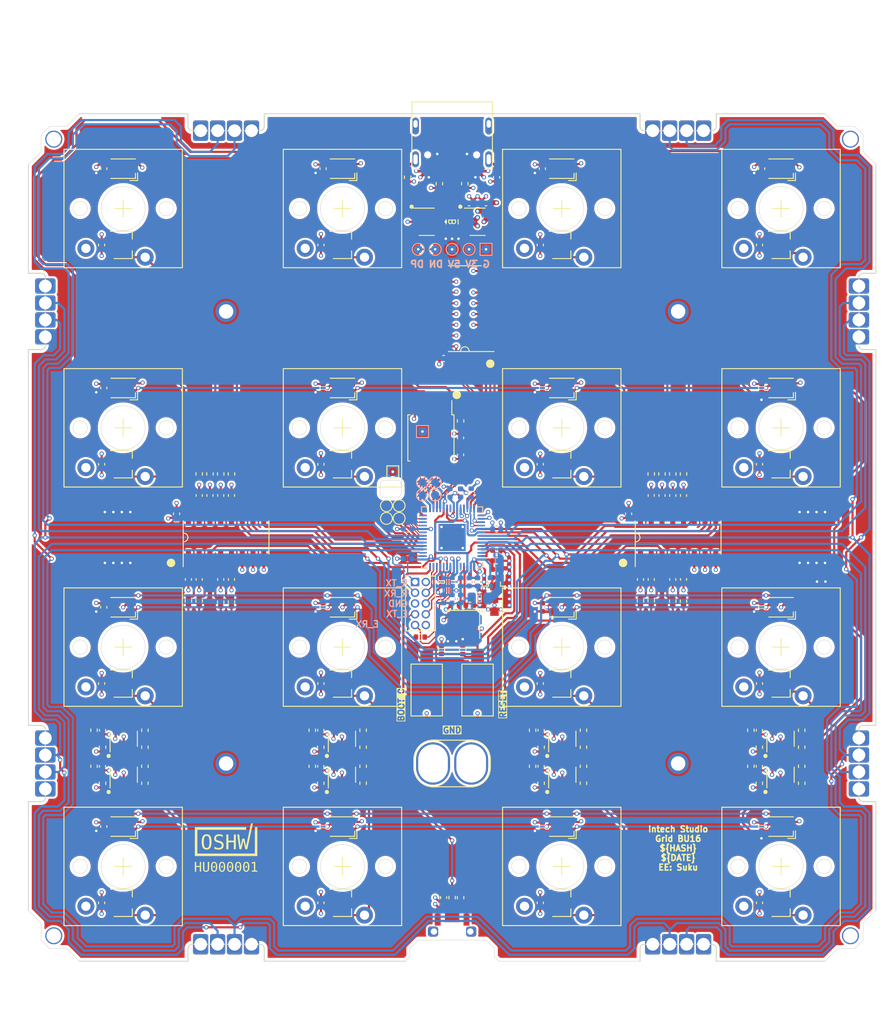
<source format=kicad_pcb>
(kicad_pcb (version 20240108) (generator "pcbnew") (generator_version "8.0")
  (layers (0 "F.Cu" signal) (1 "In1.Cu" signal) (2 "In2.Cu" signal) (31 "B.Cu" signal) (34 "B.Paste" user) (35 "F.Paste" user) (36 "B.SilkS" user "B.Silkscreen") (37 "F.SilkS" user "F.Silkscreen") (38 "B.Mask" user) (39 "F.Mask" user) (44 "Edge.Cuts" user))
  (net 0 "")
  (net 1 "GND")
  (net 2 "/MCU/MAP_MODE")
  (net 3 "Net-(J701-In)")
  (net 4 "Net-(U704-XTAL_P)")
  (net 5 "Net-(U704-XTAL_N)")
  (net 6 "Net-(U602-EN)")
  (net 7 "/MCU/USB_DN")
  (net 8 "/MCU/USB_DP")
  (net 9 "VDD_SPI")
  (net 10 "/MCU/TMS")
  (net 11 "/MCU/TCK")
  (net 12 "/MCU/TDO")
  (net 13 "/MCU/GRID_SYNC_1")
  (net 14 "/MCU/GRID_WEST_TX")
  (net 15 "+5V")
  (net 16 "/MCU/GRID_WEST_RX")
  (net 17 "/MCU/GRID_SYNC_2")
  (net 18 "/MCU/GRID_SOUTH_TX")
  (net 19 "/MCU/GRID_NORTH_RX")
  (net 20 "/MCU/GRID_SOUTH_RX")
  (net 21 "/MCU/GRID_NORTH_TX")
  (net 22 "/MCU/GRID_EAST_RX")
  (net 23 "/MCU/GRID_EAST_TX")
  (net 24 "/MCU/LED_DATA_OUT")
  (net 25 "/UI_LED/LED_DATA_OUT")
  (net 26 "/MCU/TDI")
  (net 27 "/MCU/U0RXD")
  (net 28 "/MCU/U0TXD")
  (net 29 "/MCU/SPICS0")
  (net 30 "/ANA_0")
  (net 31 "/ANA_1")
  (net 32 "/ANA_4")
  (net 33 "/ANA_5")
  (net 34 "/ANA_12")
  (net 35 "/ANA_13")
  (net 36 "/ANA_2")
  (net 37 "/ANA_3")
  (net 38 "/ANA_6")
  (net 39 "/ANA_7")
  (net 40 "/ANA_14")
  (net 41 "/ANA_15")
  (net 42 "/HWCFG/HWCFG_SHIFT")
  (net 43 "/HWCFG/HWCFG_CLOCK")
  (net 44 "/HWCFG/HWCFG_DATA")
  (net 45 "/MCU/RP_UART0_TX")
  (net 46 "/MCU/RP_UART0_RX")
  (net 47 "/MCU/RP_CLK")
  (net 48 "/MCU/RP_SWCLK")
  (net 49 "/MCU/RP_SWDIO")
  (net 50 "/MCU/RP_RUN")
  (net 51 "/MCU/RP_SPI0_RX")
  (net 52 "/MCU/RP_SPI0_CS")
  (net 53 "/MCU/RP_SPI0_SCK")
  (net 54 "/MCU/RP_SPI0_TX")
  (net 55 "Net-(J702-Pin_7)")
  (net 57 "Net-(C603-Pad1)")
  (net 58 "Net-(J601-CC1)")
  (net 60 "Net-(J601-CC2)")
  (net 62 "Net-(J601-SHIELD-PadS2)")
  (net 67 "/MCU/RP_INTERRUPT")
  (net 68 "/MCU/SPIQ")
  (net 69 "/MCU/SPIWP")
  (net 70 "/MCU/SPID")
  (net 71 "/MCU/SPICLK")
  (net 72 "/MCU/SPIHD")
  (net 73 "/MCU/ESP_RESET")
  (net 74 "/MCU/ESP_BOOT0")
  (net 75 "/MCU/ESP_LNA")
  (net 76 "+1V1")
  (net 79 "+3V3")
  (net 83 "ESP_GPIO_3")
  (net 84 "ESP_GPIO_2")
  (net 85 "ESP_GPIO_1")
  (net 86 "ESP_GPIO_4")
  (net 87 "ESP_GPIO_5")
  (net 88 "ESP_GPIO_16")
  (net 89 "ESP_GPIO_48")
  (net 90 "ESP_GPIO_47")
  (net 91 "ESP_GPIO_33")
  (net 92 "ESP_GPIO_34")
  (net 93 "ESP_GPIO_35")
  (net 94 "ESP_GPIO_36")
  (net 95 "ESP_GPIO_37")
  (net 96 "ESP_GPIO_45")
  (net 97 "ESP_GPIO_46")
  (net 98 "/ANA_8")
  (net 99 "/ANA_9")
  (net 100 "/ANA_10")
  (net 101 "/ANA_11")
  (net 102 "Net-(SW701-A)")
  (net 103 "Net-(U703-GPIO12)")
  (net 104 "Net-(U703-GPIO13)")
  (net 105 "Net-(U703-GPIO14)")
  (net 106 "Net-(U703-GPIO15)")
  (net 129 "Net-(C749-Pad1)")
  (net 131 "Net-(D901-DOUT)")
  (net 132 "Net-(D902-DOUT)")
  (net 133 "Net-(D902-DIN)")
  (net 134 "Net-(D903-DOUT)")
  (net 135 "Net-(D903-DIN)")
  (net 136 "Net-(D904-DOUT)")
  (net 137 "Net-(D904-DIN)")
  (net 138 "Net-(D905-DOUT)")
  (net 139 "Net-(D906-DOUT)")
  (net 140 "Net-(D907-DOUT)")
  (net 141 "Net-(D908-DOUT)")
  (net 142 "Net-(D909-DOUT)")
  (net 143 "Net-(D910-DOUT)")
  (net 144 "Net-(D911-DOUT)")
  (net 145 "Net-(D912-DOUT)")
  (net 146 "/UI_BUTTON1/OUT_8")
  (net 147 "/UI_BUTTON1/OUT_12")
  (net 148 "/UI_BUTTON1/OUT_9")
  (net 149 "/UI_BUTTON1/OUT_13")
  (net 150 "/UI_BUTTON1/OUT_10")
  (net 151 "/UI_BUTTON1/OUT_14")
  (net 152 "/UI_BUTTON1/OUT_11")
  (net 153 "/UI_BUTTON1/OUT_15")
  (net 154 "/UI_BUTTON/OUT_8")
  (net 155 "/UI_BUTTON/OUT_12")
  (net 156 "/UI_BUTTON/OUT_9")
  (net 157 "/UI_BUTTON/OUT_13")
  (net 158 "/UI_BUTTON/OUT_10")
  (net 159 "/UI_BUTTON/OUT_14")
  (net 160 "/UI_BUTTON/OUT_11")
  (net 161 "/UI_BUTTON/OUT_15")
  (net 165 "Net-(U1019--)")
  (net 166 "Net-(U1019-+)")
  (net 167 "Net-(U1020--)")
  (net 168 "Net-(U1020-+)")
  (net 169 "Net-(U1021--)")
  (net 170 "Net-(U1021-+)")
  (net 171 "Net-(U1022--)")
  (net 172 "Net-(U1022-+)")
  (net 173 "Net-(U1023--)")
  (net 174 "Net-(U1023-+)")
  (net 175 "Net-(U1024--)")
  (net 176 "Net-(U1024-+)")
  (net 177 "Net-(U1026-+)")
  (net 178 "Net-(U1026--)")
  (net 179 "Net-(U1025-+)")
  (net 180 "Net-(U1025--)")
  (net 181 "Net-(U1002-X7)")
  (net 182 "Net-(U1002-X5)")
  (net 183 "Net-(U1002-X3)")
  (net 184 "Net-(U1002-X1)")
  (net 185 "Net-(U1002-X6)")
  (net 186 "Net-(U1002-X4)")
  (net 187 "Net-(U1002-X2)")
  (net 188 "Net-(U1002-X0)")
  (net 189 "Net-(U1001-X7)")
  (net 190 "Net-(U1001-X5)")
  (net 191 "Net-(U1001-X3)")
  (net 192 "Net-(U1001-X1)")
  (net 193 "Net-(U1001-X6)")
  (net 194 "Net-(U1001-X4)")
  (net 195 "Net-(U1001-X2)")
  (net 196 "Net-(U1001-X0)")
  (footprint "suku_basics:UI_WS2812C-2020" (layer "F.Cu") (at 61.185625 134.114375 180)
    (property "Reference" "D904" (hide yes))
    (property "Value" "WS2812C-2020" (hide yes))
  )
  (footprint "suku_basics:UI_WS2812C-2020" (layer "F.Cu") (at 112.938125 134.114375 180)
    (property "Reference" "D912" (hide yes))
    (property "Value" "WS2812C-2020" (hide yes))
  )
  (footprint "suku_basics:UI_WS2812C-2020" (layer "F.Cu") (at 87.061875 134.114375 180)
    (property "Reference" "D908" (hide yes))
    (property "Value" "WS2812C-2020" (hide yes))
  )
  (footprint "suku_basics:UI_WS2812C-2020" (layer "F.Cu") (at 138.814375 134.114375 180)
    (property "Reference" "D916" (hide yes))
    (property "Value" "WS2812C-2020" (hide yes))
  )
  (footprint "suku_basics:UI_WS2812C-2020" (layer "F.Cu") (at 87.061875 56.485625 180)
    (property "Reference" "D905" (hide yes))
    (property "Value" "WS2812C-2020" (hide yes))
  )
  (footprint "suku_basics:UI_WS2812C-2020" (layer "F.Cu") (at 112.938125 56.485625 180)
    (property "Reference" "D909" (hide yes))
    (property "Value" "WS2812C-2020" (hide yes))
  )
  (footprint "suku_basics:UI_WS2812C-2020" (layer "F.Cu") (at 138.814375 82.361875 180)
    (property "Reference" "D914" (hide yes))
    (property "Value" "WS2812C-2020" (hide yes))
  )
  (footprint "suku_basics:CAP_0402" (layer "F.Cu") (at 99 142.5 -90)
    (property "Reference" "C757" (hide yes))
    (property "Value" "100n" (hide yes))
  )
  (footprint "suku_basics:CAP_0402" (layer "F.Cu") (at 84.775875 56.485625 -90)
    (property "Reference" "C905" (hide yes))
    (property "Value" "100n" (hide yes))
  )
  (footprint "suku_basics:CAP_0402" (layer "F.Cu") (at 110.652125 56.485625 -90)
    (property "Reference" "C909" (hide yes))
    (property "Value" "100n" (hide yes))
  )
  (footprint "suku_basics:CAP_0402" (layer "F.Cu") (at 110.652125 134.114375 -90)
    (property "Reference" "C912" (hide yes))
    (property "Value" "100n" (hide yes))
  )
  (footprint "suku_basics:CAP_0402" (layer "F.Cu") (at 136.528375 56.485625 -90)
    (property "Reference" "C913" (hide yes))
    (property "Value" "100n" (hide yes))
  )
  (footprint "suku_basics:CAP_0402" (layer "F.Cu") (at 136.528375 82.361875 -90)
    (property "Reference" "C914" (hide yes))
    (property "Value" "100n" (hide yes))
  )
  (footprint "suku_basics:CAP_0402" (layer "F.Cu") (at 72.695 95.047 90)
    (property "Reference" "C1001" (hide yes))
    (property "Value" "100n" (hide yes))
  )
  (footprint "suku_basics:CAP_0402" (layer "F.Cu") (at 70.155 95.047 90)
    (property "Reference" "C1002" (hide yes))
    (property "Value" "100n" (hide yes))
  )
  (footprint "suku_basics:CAP_0402" (layer "F.Cu") (at 71.425 95.047 90)
    (property "Reference" "C1005" (hide yes))
    (property "Value" "100n" (hide yes))
  )
  (footprint "suku_basics:CAP_0402" (layer "F.Cu") (at 73.965 95.047 90)
    (property "Reference" "C1006" (hide yes))
    (property "Value" "100n" (hide yes))
  )
  (footprint "suku_basics:UI_WS2812C-2020" (layer "F.Cu") (at 61.185625 56.485625 180)
    (property "Reference" "D901" (hide yes))
    (property "Value" "WS2812C-2020" (hide yes))
  )
  (footprint "suku_basics:UI_WS2812C-2020" (layer "F.Cu") (at 87.061875 82.361875 180)
    (property "Reference" "D906" (hide yes))
    (property "Value" "WS2812C-2020" (hide yes))
  )
  (footprint "suku_basics:UI_WS2812C-2020" (layer "F.Cu") (at 138.814375 56.485625 180)
    (property "Reference" "D913" (hide yes))
    (property "Value" "WS2812C-2020" (hide yes))
  )
  (footprint "suku_basics:J_INTERFACE_SPRINGPATTERN" (layer "F.Cu") (at 50 73.33 90)
    (property "Reference" "J504" (hide yes))
    (property "Value" "Conn_01x04")
  )
  (footprint "suku_basics:J_INTERFACE_SPRINGPATTERN" (layer "F.Cu") (at 50 126.67 90)
    (property "Reference" "J506" (hide yes))
    (property "Value" "Conn_01x04")
  )
  (footprint "suku_basics:J_INTERFACE_SPRINGPATTERN" (layer "F.Cu") (at 73.33 150 180)
    (property "Reference" "J507" (hide yes))
    (property "Value" "Conn_01x04")
  )
  (footprint "suku_basics:J_INTERFACE_SPRINGPATTERN" (layer "F.Cu") (at 73.33 50)
    (property "Reference" "J501" (hide yes))
    (property "Value" "Conn_01x04")
  )
  (footprint "suku_basics:J_INTERFACE_SPRINGPATTERN" (layer "F.Cu") (at 126.67 150 180)
    (property "Reference" "J508" (hide yes))
    (property "Value" "Conn_01x04")
  )
  (footprint "suku_basics:J_INTERFACE_SPRINGPATTERN" (layer "F.Cu") (at 126.67 50)
    (property "Reference" "J502" (hide yes))
    (property "Value" "Conn_01x04")
  )
  (footprint "suku_basics:J_INTERFACE_SPRINGPATTERN" (layer "F.Cu") (at 150 73.33 -90)
    (property "Reference" "J503" (hide yes))
    (property "Value" "Conn_01x04")
  )
  (footprint "suku_basics:RES_0402" (layer "F.Cu") (at 71.425 92.507 90)
    (property "Reference" "R1001" (hide yes))
    (property "Value" "1k" (hide yes))
  )
  (footprint "suku_basics:RES_0402" (layer "F.Cu") (at 70.155 92.507 90)
    (property "Reference" "R1002" (hide yes))
    (property "Value" "1k" (hide yes))
  )
  (footprint "suku_basics:RES_0402" (layer "F.Cu") (at 72.695 92.507 90)
    (property "Reference" "R1005" (hide yes))
    (property "Value" "1k" (hide yes))
  )
  (footprint "suku_basics:RES_0402" (layer "F.Cu") (at 73.965 92.507 90)
    (property "Reference" "R1006" (hide yes))
    (property "Value" "1k" (hide yes))
  )
  (footprint "suku_basics:RES_0402" (layer "F.Cu") (at 101 142.5 90)
    (property "Reference" "R736" (hide yes))
    (property "Value" "1k" (hide yes))
  )
  (footprint "suku_basics:CAP_0402" (layer "F.Cu") (at 58.899625 134.114375 -90)
    (property "Reference" "C904" (hide yes))
    (property "Value" "100n" (hide yes))
  )
  (footprint "suku_basics:CAP_0402" (layer "F.Cu") (at 84.775875 82.361875 -90)
    (property "Reference" "C906" (hide yes))
    (property "Value" "100n" (hide yes))
  )
  (footprint "suku_basics:CAP_0402" (layer "F.Cu") (at 84.775875 134.114375 -90)
    (property "Reference" "C908" (hide yes))
    (property "Value" "100n" (hide yes))
  )
  (footprint "suku_basics:CAP_0402" (layer "F.Cu") (at 136.528375 134.114375 -90)
    (property "Reference" "C916" (hide yes))
    (property "Value" "100n" (hide yes))
  )
  (footprint "suku_basics:J_INTERFACE_SPRINGPATTERN" (layer "F.Cu") (at 150 126.67 -90)
    (property "Reference" "J505" (hide yes))
    (property "Value" "Conn_01x04")
  )
  (footprint "suku_basics:RES_0402" (layer "F.Cu") (at 124.765 92.507 90)
    (property "Reference" "R1009" (hide yes))
    (property "Value" "1k" (hide yes))
  )
  (footprint "suku_basics:RES_0402" (layer "F.Cu") (at 123.495 92.507 90)
    (property "Reference" "R1010" (hide yes))
    (property "Value" "1k" (hide yes))
  )
  (footprint "suku_basics:RES_0402" (layer "F.Cu") (at 127.305 92.507 90)
    (property "Reference" "R1014" (hide yes))
    (property "Value" "1k" (hide yes))
  )
  (footprint "suku_basics:SOIC-16_74HC4051" (layer "F.Cu") (at 126.67 100 90)
    (property "Reference" "U1002" (hide yes))
    (property "Value" "74HC4051" (hide yes))
  )
  (footprint "suku_basics:CAP_0402" (layer "F.Cu") (at 126.035 95.047 90)
    (property "Reference" "C1010" (hide yes))
    (property "Value" "100n" (hide yes))
  )
  (footprint "suku_basics:CAP_0402" (layer "F.Cu") (at 123.495 95.047 90)
    (property "Reference" "C1011" (hide yes))
    (property "Value" "100n" (hide yes))
  )
  (footprint "suku_basics:CAP_0402" (layer "F.Cu") (at 124.765 95.047 90)
    (property "Reference" "C1014" (hide yes))
    (property "Value" "100n" (hide yes))
  )
  (footprint "suku_basics:CAP_0402" (layer "F.Cu") (at 127.305 95.047 90)
    (property "Reference" "C1015" (hide yes))
    (property "Value" "100n" (hide yes))
  )
  (footprint "suku_basics:SOIC-16_74HC4051" (layer "F.Cu") (at 73.33 100 90)
    (property "Reference" "U1001" (hide yes))
    (property "Value" "74HC4051" (hide yes))
  )
  (footprint "suku_basics:RES_0402" (layer "F.Cu") (at 68.885 107.493 -90)
    (property "Reference" "R1003" (hide yes))
    (property "Value" "1k" (hide yes))
  )
  (footprint "suku_basics:RES_0402" (layer "F.Cu") (at 70.155 107.493 -90)
    (property "Reference" "R1004" (hide yes))
    (property "Value" "1k" (hide yes))
  )
  (footprint "suku_basics:RES_0402" (layer "F.Cu") (at 73.965 107.62 -90)
    (property "Reference" "R1007" (hide yes))
    (property "Value" "1k" (hide yes))
  )
  (footprint "suku_basics:RES_0402" (layer "F.Cu") (at 72.695 107.62 -90)
    (property "Reference" "R1008" (hide yes))
    (property "Value" "1k" (hide yes))
  )
  (footprint "suku_basics:CAP_0402" (layer "F.Cu") (at 68.885 104.953 -90)
    (property "Reference" "C1003" (hide yes))
    (property "Value" "100n" (hide yes))
  )
  (footprint "suku_basics:CAP_0402" (layer "F.Cu") (at 70.155 104.953 -90)
    (property "Reference" "C1004" (hide yes))
    (property "Value" "100n" (hide yes))
  )
  (footprint "suku_basics:CAP_0402" (layer "F.Cu") (at 73.965 104.953 -90)
    (property "Reference" "C1007" (hide yes))
    (property "Value" "100n" (hide yes))
  )
  (footprint "suku_basics:CAP_0402" (layer "F.Cu") (at 72.695 104.953 -90)
    (property "Reference" "C1008" (hide yes))
    (property "Value" "100n" (hide yes))
  )
  (footprint "suku_basics:RES_0402" (layer "F.Cu") (at 126.035 92.507 90)
    (property "Reference" "R1013" (hide yes))
    (property "Value" "1k" (hide yes))
  )
  (footprint "suku_basics:CAP_0402" (layer "F.Cu") (at 122.225 104.953 -90)
    (property "Reference" "C1012" (hide yes))
    (property "Value" "100n" (hide yes))
  )
  (footprint "suku_basics:CAP_0402" (layer "F.Cu") (at 123.495 104.953 -90)
    (property "Reference" "C1013" (hide yes))
    (property "Value" "100n" (hide yes))
  )
  (footprint "suku_basics:CAP_0402" (layer "F.Cu") (at 127.305 104.953 -90)
    (property "Reference" "C1016" (hide yes))
    (property "Value" "100n" (hide yes))
  )
  (footprint "suku_basics:CAP_0402" (layer "F.Cu") (at 126.035 104.953 -90)
    (property "Reference" "C1017" (hide yes))
    (property "Value" "100n" (hide yes))
  )
  (footprint "suku_basics:RES_0402" (layer "F.Cu") (at 122.225 107.493 -90)
    (property "Reference" "R1011" (hide yes))
    (property "Value" "1k" (hide yes))
  )
  (footprint "suku_basics:RES_0402" (layer "F.Cu") (at 123.495 107.4676 -90)
    (property "Reference" "R1012" (hide yes))
    (property "Value" "1k" (hide yes))
  )
  (footprint "suku_basics:RES_0402" (layer "F.Cu") (at 127.305 107.5184 -90)
    (property "Reference" "R1015" (hide yes))
    (property "Value" "1k" (hide yes))
  )
  (footprint "suku_basics:RES_0402" (layer "F.Cu") (at 126.035 107.5184 -90)
    (property "Reference" "R1016" (hide yes))
    (property "Value" "1k" (hide yes))
  )
  (footprint "suku_basics:SOIC-8W_FLASH" (layer "F.Cu") (at 97.5 88.25 -90)
    (property "Reference" "U705" (hide yes))
    (property "Value" "W25Q64JVSSIQ" (hide yes))
  )
  (footprint "suku_basics:CAP_0402" (layer "F.Cu") (at 58.899625 56.485625 -90)
    (property "Reference" "C901" (hide yes))
    (property "Value" "100n" (hide yes))
  )
  (footprint "suku_basics:CAP_0402" (layer "F.Cu") (at 99 78.8875 180)
    (property "Reference" "C801" (hide yes))
    (property "Value" "100n" (hide yes))
  )
  (footprint "suku_basics:CAP_0402" (layer "F.Cu") (at 120.828 97.206 -90)
    (property "Reference" "C1018" (hide yes))
    (property "Value" "100n" (hide yes))
  )
  (footprint "suku_basics:CAP_0402" (layer "F.Cu") (at 67.488 97.206 -90)
    (property "Reference" "C1009" (hide yes))
    (property "Value" "100n" (hide yes))
  )
  (footprint "suku_basics:SW_HYP_MAPMODE" (layer "F.Cu") (at 100 146.2 180)
    (property "Reference" "SW701" (hide yes))
    (property "Value" "C255807" (hide yes))
  )
  (footprint "suku_basics:SOIC-16_74HC165" (layer "F.Cu") (at 101.5 73 180)
    (property "Reference" "U801" (hide yes))
    (property "Value" "74HC165" (hide yes))
  )
  (footprint "suku_basics:CAP_0402" (layer "F.Cu") (at 101 90.25 -90)
    (property "Reference" "C756" (hide yes))
    (property "Value" "100n" (hide yes))
  )
  (footprint "suku_basics:UI_WS2812C-2020" (layer "F.Cu") (at 61.185625 82.361875 180)
    (property "Reference" "D902" (hide yes))
    (property "Value" "WS2812C-2020" (hide yes))
  )
  (footprint "suku_basics:CAP_0402" (layer "F.Cu") (at 58.899625 82.361875 -90)
    (property "Reference" "C902" (hide yes))
    (property "Value" "100n" (hide yes))
  )
  (footprint "suku_basics:UI_WS2812C-2020" (layer "F.Cu") (at 112.938125 82.361875 180)
    (property "Reference" "D910" (hide yes))
    (property "Value" "WS2812C-2020" (hide yes))
  )
  (footprint "suku_basics:CAP_0402" (layer "F.Cu") (at 110.652125 82.361875 -90)
    (property "Reference" "C910" (hide yes))
    (property "Value" "100n" (hide yes))
  )
  (footprint "suku_basics:USB_C_Korean_Hroparts_TYPE-C-31-M-12" (layer "F.Cu") (at 100 53.4 180)
    (property "Reference" "J601" (hide yes))
    (property "Value" "TYPE-C-32-M-12" (hide yes))
  )
  (footprint "suku_basics:SOT-23-6" (layer "F.Cu") (at 97 62.75 180)
    (property "Reference" "U601" (hide yes))
    (property "Value" "C5451661" (hide yes))
  )
  (footprint "suku_basics:CAP_0402" (layer "F.Cu") (at 84.775875 108.238125 -90)
    (property "Reference" "C907" (hide yes))
    (property "Value" "100n")
  )
  (footprint "suku_basics:SOT-23W" (layer "F.Cu") (at 87.061875 143.114375 180)
    (property "Reference" "U1014" (hide yes))
    (property "Value" "OH49E-S")
  )
  (footprint "suku_basics:CAP_0402" (layer "F.Cu") (at 84.521875 143.114375 -90)
    (property "Reference" "C1032" (hide yes))
    (property "Value" "100n")
  )
  (footprint "suku_basics:FERRIT_0805" (layer "F.Cu") (at 100 62.75 -90)
    (property "Reference" "L601" (hide yes))
    (property "Value" "GZ2012D601TF" (hide yes))
  )
  (footprint "suku_basics:SOT-23W" (layer "F.Cu") (at 112.938125 65.485625 180)
    (property "Reference" "U1007" (hide yes))
    (property "Value" "OH49E-S")
  )
  (footprint "suku_basics:RES_0402" (layer "F.Cu") (at 141.25 127 -90)
    (property "Reference" "R1020" (hide yes))
    (property "Value" "15k")
  )
  (footprint "suku_basics:CAP_0402" (layer "F.Cu") (at 84.5 127 -90)
    (property "Reference" "C1038" (hide yes))
    (property "Value" "100n")
  )
  (footprint "suku_basics:CAP_0402" (layer "F.Cu") (at 102 105.25 -90)
    (property "Reference" "C753" (hide yes))
    (property "Value" "10n" (hide yes))
  )
  (footprint "suku_basics:RES_0402" (layer "F.Cu") (at 109.5 127 90)
    (property "Reference" "R1022" (hide yes))
    (property "Value" "10k")
  )
  (footprint "suku_basics:SOT-23-5" (layer "F.Cu") (at 87 128 -90)
    (property "Reference" "U1022" (hide yes))
    (property "Value" "LMV321")
  )
  (footprint "suku_basics:gateron-low-profile" (layer "F.Cu") (at 138.814375 112.938125)
    (property "Reference" "SW1015" (hide yes))
    (property "Value" "C2905169")
  )
  (footprint "Button_Switch_SMD:SW_SPST_CK_RS282G05A3" (layer "F.Cu") (at 97 118 90)
    (property "Reference" "SW703" (hide yes))
    (property "Value" "C2905169" (hide yes))
  )
  (footprint "suku_basics:RES_0402" (layer "F.Cu") (at 63.75 127 -90)
    (property "Reference" "R1028" (hide yes))
    (property "Value" "15k")
  )
  (footprint "suku_basics:CAP_0402" (layer "F.Cu") (at 58.645625 117.238125 -90)
    (property "Reference" "C1027" (hide yes))
    (property "Value" "100n")
  )
  (footprint "suku_basics:SOT-23W" (layer "F.Cu") (at 61.185625 65.485625 180)
    (property "Reference" "U1003" (hide yes))
    (property "Value" "OH49E-S")
  )
  (footprint "suku_basics:RES_0402" (layer "F.Cu") (at 89.5 124.75 -90)
    (property "Reference" "R1037" (hide yes))
    (property "Value" "5k1")
  )
  (footprint "suku_basics:CAP_0402" (layer "F.Cu") (at 58.75 122.75 -90)
    (property "Reference" "C1039" (hide yes))
    (property "Value" "100n")
  )
  (footprint "suku_basics:RES_0402" (layer "F.Cu") (at 101 86.25 90)
    (property "Reference" "R734" (hide yes))
    (property "Value" "5k1" (hide yes))
  )
  (footprint "Crystal:Crystal_SMD_Abracon_ABM8G-4Pin_3.2x2.5mm" (layer "F.Cu") (at 101.25 110.25 180)
    (property "Reference" "Y701" (hide yes))
    (property "Value" "40MHz" (hide yes))
  )
  (footprint "suku_basics:CAP_0402" (layer "F.Cu") (at 136.274375 143.114375 -90)
    (property "Reference" "C1034" (hide yes))
    (property "Value" "100n")
  )
  (footprint "suku_basics:RES_0402" (layer "F.Cu") (at 58.75 124.75 90)
    (property "Reference" "R1035" (hide yes))
    (property "Value" "15k")
  )
  (footprint "suku_basics:CAP_0402" (layer "F.Cu") (at 110.5 122.75 -90)
    (property "Reference" "C1041" (hide yes))
    (property "Value" "100n")
  )
  (footprint "suku_basics:RES_0402" (layer "F.Cu") (at 101.25 113.25 -90)
    (property "Reference" "R735" (hide yes))
    (property "Value" "5k1")
  )
  (footprint "suku_basics:RES_0402" (layer "F.Cu") (at 115.5 122.75 -90)
    (property "Reference" "R1044" (hide yes))
    (property "Value" "15k")
  )
  (footprint "suku_basics:gateron-low-profile" (layer "F.Cu") (at 87.061875 138.814375)
    (property "Reference" "SW1012" (hide yes))
    (property "Value" "C2905169")
  )
  (footprint "suku_basics:SOT-23-5" (layer "F.Cu") (at 138.75 123.75 -90)
    (property "Reference" "U1026" (hide yes))
    (property "Value" "LMV321")
  )
  (footprint "suku_basics:CAP_0402" (layer "F.Cu") (at 100.35 108 180)
    (property "Reference" "C750" (hide yes))
    (property "Value" "10p" (hide yes))
  )
  (footprint "suku_basics:CAP_0402" (layer "F.Cu") (at 98.75 105.25 -90)
    (property "Reference" "C752" (hide yes))
    (property "Value" "100n" (hide yes))
  )
  (footprint "suku_basics:RES_0402" (layer "F.Cu") (at 115.5 129 -90)
    (property "Reference" "R1021" (hide yes))
    (property "Value" "5k1")
  )
  (footprint "suku_basics:CAP_0402" (layer "F.Cu") (at 136.528375 108.238125 -90)
    (property "Reference" "C915" (hide yes))
    (property "Value" "100n")
  )
  (footprint "suku_basics:RES_0402" (layer "F.Cu") (at 83.5 127 90)
    (property "Reference" "R1030" (hide yes))
    (property "Value" "10k")
  )
  (footprint "suku_basics:UI_WS2812C-2020" (layer "F.Cu") (at 61.185625 108.238125 180)
    (property "Reference" "D903" (hide yes))
    (property "Value" "WS2812C-2020")
  )
  (footprint "suku_basics:SOT-23W" (layer "F.Cu") (at 138.814375 143.114375 180)
    (property "Reference" "U1018" (hide yes))
    (property "Value" "OH49E-S")
  )
  (footprint "suku_basics:CAP_0402" (layer "F.Cu") (at 110.398125 65.485625 -90)
    (property "Reference" "C1023" (hide yes))
    (property "Value" "100n")
  )
  (footprint "suku_basics:OscilloscopeGround" (layer "F.Cu") (at 100 126.67)
    (property "Reference" "J799" (hide yes))
    (property "Value" "Conn_01x02")
  )
  (footprint "suku_basics:CAP_0402" (layer "F.Cu") (at 58.899625 108.238125 -90)
    (property "Reference" "C903" (hide yes))
    (property "Value" "100n")
  )
  (footprint "suku_basics:gateron-low-profile" (layer "F.Cu") (at 87.061875 112.938125)
    (property "Reference" "SW1011" (hide yes))
    (property "Value" "C2905169")
  )
  (footprint "suku_basics:CAP_0402" (layer "F.Cu") (at 104 60.5)
    (property "Reference" "C602" (hide yes))
    (property "Value" "1u" (hide yes))
  )
  (footprint "suku_basics:RES_0402" (layer "F.Cu") (at 63.75 129 -90)
    (property "Reference" "R1025" (hide yes))
    (property "Value" "5k1")
  )
  (footprint "suku_basics:RES_0402" (layer "F.Cu") (at 89.5 127 -90)
    (property "Reference" "R1032" (hide yes))
    (property "Value" "15k")
  )
  (footprint "suku_basics:CAP_0402" (layer "F.Cu") (at 105.25 102.75)
    (property "Reference" "C742" (hide yes))
    (property "Value" "1p8" (hide yes))
  )
  (footprint "suku_basics:SOT-23-5" (layer "F.Cu") (at 113 123.75 -90)
    (property "Reference" "U1025" (hide yes))
    (property "Value" "LMV321")
  )
  (footprint "suku_basics:SOT-23W" (layer "F.Cu") (at 87.061875 117.238125 180)
    (property "Reference" "U1013" (hide yes))
    (property "Value" "OH49E-S")
  )
  (footprint "suku_basics:SOT-23W" (layer "F.Cu") (at 138.814375 117.238125 180)
    (property "Reference" "U1017" (hide yes))
    (property "Value" "OH49E-S")
  )
  (footprint "suku_basics:RES_0402" (layer "F.Cu") (at 110.5 129 90)
    (property "Reference" "R1023" (hide yes))
    (property "Value" "15k")
  )
  (footprint "suku_basics:SOT-23W" (layer "F.Cu") (at 87.061875 91.361875 180)
    (property "Reference" "U1006" (hide yes))
    (property "Value" "OH49E-S")
  )
  (footprint "TestPoint:TestPoint_Pad_1.0x1.0mm" (layer "F.Cu") (at 93 92.25)
    (property "Reference" "TP710" (hide yes))
    (property "Value" "TestPoint")
  )
  (footprint "suku_basics:CAP_0402" (layer "F.Cu") (at 101 94.75 90)
    (property "Reference" "C751" (hide yes))
    (property "Value" "100n" (hide yes))
  )
  (footprint "suku_basics:RES_0402" (layer "F.Cu") (at 135.25 127 90)
    (property "Reference" "R1018" (hide yes))
    (property "Value" "10k")
  )
  (footprint "suku_basics:CAP_0402" (layer "F.Cu") (at 105.25 57.5 -90)
    (property "Reference" "C603" (hide yes))
    (property "Value" "4n7" (hide yes))
  )
  (footprint "suku_basics:gateron-low-profile" (layer "F.Cu") (at 87.061875 61.185625)
    (property "Reference" "SW1003" (hide yes))
    (property "Value" "C2905169")
  )
  (footprint "suku_basics:SOT-23-5" (layer "F.Cu") (at 61.25 123.75 -90)
    (property "Reference" "U1023" (hide yes))
    (property "Value" "LMV321")
  )
  (footprint "suku_basics:gateron-low-profile" (layer "F.Cu") (at 138.814375 61.185625)
    (property "Reference" "SW1007" (hide yes))
    (property "Value" "C2905169")
  )
  (footprint "suku_basics:SOT-23-5" (layer "F.Cu") (at 138.75 128 -90)
    (property "Reference" "U1019" (hide yes))
    (property "Value" "LMV321")
  )
  (footprint "suku_basics:CAP_0402" (layer "F.Cu") (at 98.75 113.25 90)
    (property "Reference" "C758" (hide yes))
    (property "Value" "1u")
  )
  (footprint "suku_basics:SOT-23W" (layer "F.Cu") (at 112.938125 91.361875 180)
    (property "Reference" "U1008" (hide yes))
    (property "Value" "OH49E-S")
  )
  (footprint "suku_basics:SOT-23W" (layer "F.Cu") (at 87.061875 65.485625 180)
    (property "Reference" "U1005" (hide yes))
    (property "Value" "OH49E-S")
  )
  (footprint "suku_basics:RES_0402" (layer "F.Cu") (at 141.25 124.75 -90)
    (property "Reference" "R1045" (hide yes))
    (property "Value" "5k1")
  )
  (footprint "suku_basics:CAP_0402" (layer "F.Cu") (at 105.75 104.25 90)
    (property "Reference" "C739" (hide yes))
    (property "Value" "3p9" (hide yes))
  )
  (footprint "suku_basics:RES_0402" (layer "F.Cu") (at 57.75 122.75 90)
    (property "Reference" "R1034" (hide yes))
    (property "Value" "10k")
  )
  (footprint "suku_basics:RES_0402" (layer "F.Cu") (at 84.5 129 90)
    (property "Reference" "R1031" (hide yes))
    (property "Value" "15k")
  )
  (footprint "suku_basics:CAP_0402" (layer "F.Cu") (at 101 88.25 90)
    (property "Reference" "C755" (hide yes))
    (property "Value" "1u" (hide yes))
  )
  (footprint "suku_basics:RES_0402" (layer "F.Cu") (at 57.75 127 90)
    (property "Reference" "R1026" (hide yes))
    (property "Value" "10k")
  )
  (footprint "suku_basics:CAP_0402" (layer "F.Cu") (at 102 60.5)
    (property "Reference" "C601" (hide yes))
    (property "Value" "1u" (hide yes))
  )
  (footprint "suku_basics:CAP_0402" (layer "F.Cu") (at 136.274375 65.485625 -90)
    (property "Reference" "C1025" (hide yes))
    (property "Value" "100n")
  )
  (footprint "suku_basics:CAP_0402" (layer "F.Cu") (at 105.25 101.5)
    (property "Reference" "C749" (hide yes))
    (property "Value" "100n" (hide yes))
  )
  (footprint "suku_basics:RES_0402" (layer "F.Cu") (at 100 142.5 90)
    (property "Reference" "R701" (hide yes))
    (property "Value" "5k1")
  )
  (footprint "suku_basics:gateron-low-profile" (layer "F.Cu") (at 87.061875 87.061875)
    (property "Reference" "SW1004" (hide yes))
    (property "Value" "C2905169")
  )
  (footprint "suku_basics:RES_0402" (layer "F.Cu") (at 136.25 129 90)
    (property "Reference" "R1019" (hide yes))
    (property "Value" "15k")
  )
  (footprint "suku_basics:RES_0402" (layer "F.Cu") (at 141.25 129 -90)
    (property "Reference" "R1017" (hide yes))
    (property "Value" "5k1")
  )
  (footprint "suku_basics:QFN-56-1EP_7x7mm_P0.4mm_EP3.2x3.2mm" (layer "F.Cu") (at 100 100 180)
    (property "Reference" "U704" (hide yes))
    (property "Value" "ESP32-S3" (hide yes))
  )
  (footprint "suku_basics:RES_0402" (layer "F.Cu") (at 101.5 58.25 -90)
    (property "Reference" "R601" (hide yes))
    (property "Value" "5k1" (hide yes))
  )
  (footprint "suku_basics:RES_0402" (layer "F.Cu") (at 135.25 122.75 90)
    (property "Reference" "R1046" (hide yes))
    (property "Value" "10k")
  )
  (footprint "suku_basics:CAP_0402" (layer "F.Cu") (at 58.645625 91.361875 -90)
    (property "Reference" "C1020" (hide yes))
    (property "Value" "100n")
  )
  (footprint "suku_basics:grid_outline" (layer "F.Cu") (at 100 100)
    (property "Reference" "M501" (hide yes))
    (property "Value" "Conn_01x08" (hide yes))
  )
  (footprint "suku_basics:RES_0402" (layer "F.Cu") (at 115.5 127 -90)
    (property "Reference" "R1024" (hide yes))
    (property "Value" "15k")
  )
  (footprint "suku_basics:RES_0402" (layer "F.Cu") (at 83.5 122.75 90)
    (property "Reference" "R1038" (hide yes))
    (property "Value" "10k")
  )
  (footprint "suku_basics:RES_0402" (layer "F.Cu") (at 98.5 58.25 -90)
    (property "Reference" "R602" (hide yes))
    (property "Value" "5k1" (hide yes))
  )
  (footprint "suku_basics:CAP_0402" (layer "F.Cu") (at 136.274375 91.361875 -90)
    (property "Reference" "C1026" (hide yes))
    (property "Value" "100n")
  )
  (footprint "suku_basics:SOT-23-5" (layer "F.Cu") (at 87 123.75 -90)
    (property "Reference" "U1024" (hide yes))
    (property "Value" "LMV321")
  )
  (footprint "suku_basics:gateron-low-profile" (layer "F.Cu") (at 112.938125 112.938125)
    (property "Reference" "SW1013" (hide yes))
    (property "Value" "C2905169")
  )
  (footprint "suku_basics:gateron-low-profile" (layer "F.Cu") (at 61.185625 138.814375)
    (property "Reference" "SW1010" (hide yes))
    (property "Value" "C2905169")
  )
  (footprint "suku_basics:gateron-low-profile" (layer "F.Cu") (at 61.185625 61.185625)
    (property "Reference" "SW1001" (hide yes))
    (property "Value" "C2905169")
  )
  (footprint "suku_basics:SOT-23W" (layer "F.Cu") (at 112.938125 117.238125 180)
    (property "Reference" "U1015" (hide yes))
    (property "Value" "OH49E-S")
  )
  (footprint "suku_basics:CAP_0402" (layer "F.Cu") (at 136.25 127 -90)
    (property "Reference" "C1035" (hide yes))
    (property "Value" "100n")
  )
  (footprint "TestPoint:TestPoint_Pad_D1.0mm" (layer "F.Cu") (at 93.75 96.25)
    (property "Reference" "TP706" (hide yes))
    (property "Value" "TestPoint")
  )
  (footprint "Connector_PinHeader_1.27mm:PinHeader_2x05_P1.27mm_Vertical" (layer "F.Cu") (at 95.625 105.25)
    (property "Reference" "J702" (hide yes))
    (property "Value" "Conn_02x05_Odd_Even" (hide yes))
  )
  (footprint "suku_basics:RES_0402" (layer "F.Cu") (at 63.75 124.75 -90)
    (property "Reference" "R1033" (hide yes))
    (property "Value" "5k1")
  )
  (footprint "suku_basics:SOT-23W" (layer "F.Cu") (at 112.938125 143.114375 180)
    (property "Reference" "U1016" (hide yes))
    (property "Value" "OH49E-S")
  )
  (footprint "suku_basics:SOT-23-5" (layer "F.Cu") (at 103 62.75 180)
    (property "Reference" "U602" (hide yes))
    (property "Value" "LN1134A332MR-G" (hide yes))
  )
  (footprint "suku_basics:CAP_0402" (layer "F.Cu") (at 110.398125 91.361875 -90)
    (property "Reference" "C1024" (hide yes))
    (property "Value" "100n")
  )
  (footprint "suku_basics:CAP_0402" (layer "F.Cu") (at 84.5 122.75 -90)
    (property "Reference" "C1040" (hide yes))
    (property "Value" "100n")
  )
  (footprint "suku_basics:gateron-low-profile" (layer "F.Cu") (at 112.938125 61.185625)
    (property "Reference" "SW1005" (hide yes))
    (property "Value" "C2905169")
  )
  (footprint "suku_basics:RES_0402" (layer "F.Cu") (at 109.5 122.75 90)
    (property "Reference" "R1042" (hide yes))
    (property "Value" "10k")
  )
  (footprint "suku_basics:CAP_0402" (layer "F.Cu") (at 58.75 127 -90)
    (property "Reference" "C1037" (hide yes))
    (property "Value" "100n")
  )
  (footprint "suku_basics:RES_0402" (layer "F.Cu") (at 136.25 124.75 90)
    (property "Reference" "R1047" (hide yes))
    (property "Value" "15k")
  )
  (footprint "suku_basics:SOT-23W" (layer "F.Cu") (at 138.814375 65.485625 180)
    (property "Reference" "U1009" (hide yes))
    (property "Value" "OH49E-S")
  )
  (footprint "suku_basics:gateron-low-profile" (layer "F.Cu") (at 138.814375 87.061875)
    (property "Reference" "SW1008" (hide yes))
    (property "Value" "C2905169")
  )
  (footprint "suku_basics:gateron-low-profile" (layer "F.Cu") (at 61.185625 87.061875)
    (property "Reference" "SW1002" (hide yes))
    (property "Value" "C2905169")
  )
  (footprint "suku_basics:CAP_0402" (layer "F.Cu") (at 136.274375 117.238125 -90)
    (property "Reference" "C1030" (hide yes))
    (property "Value" "100n")
  )
  (footprint "suku_basics:RES_0402" (layer "F.Cu") (at 115.5 124.75 -90)
    (property "Reference" "R1041" (hide yes))
    (property "Value" "5k1")
  )
  (footprint "suku_basics:gateron-low-profile" (layer "F.Cu") (at 112.938125 87.061875)
    (property "Reference" "SW1006" (hide yes))
    (property "Value" "C2905169")
  )
  (footprint "suku_basics:UI_WS2812C-2020" (layer "F.Cu") (at 138.814375 108.238125 180)
    (property "Reference" "D915" (hide yes))
    (property "Value" "WS2812C-2020")
  )
  (footprint "suku_basics:SOT-23W" (layer "F.Cu") (at 61.185625 143.114375 180)
    (property "Reference" "U1012" (hide yes))
    (property "Value" "OH49E-S")
  )
  (footprint "Button_Switch_SMD:SW_SPST_CK_RS282G05A3" (layer "F.Cu") (at 103 118 90)
    (property "Reference" "SW702" (hide yes))
    (property "Value" "C2905169" (hide yes))
  )
  (footprint "suku_basics:CAP_0402" (layer "F.Cu") (at 136.25 122.75 -90)
    (property "Reference" "C1042" (hide yes))
    (property "Value" "100n")
  )
  (footprint "suku_basics:UI_WS2812C-2020" (layer "F.Cu") (at 112.938125 108.238125 180)
    (property "Reference" "D911" (hide yes))
    (property "Value" "WS2812C-2020")
  )
  (footprint "suku_basics:CAP_0402" (layer "F.Cu") (at 110.398125 143.114375 -90)
    (property "Reference" "C1033" (hide yes))
    (property "Value" "100n")
  )
  (footprint "suku_basics:CAP_0402" (layer "F.Cu") (at 84.521875 91.361875 -90)
    (property "Reference" "C1022" (hide yes))
    (property "Value" "100n")
  )
  (footprint "suku_basics:SOT-23-5" (layer "F.Cu") (at 61.25 128 -90)
    (property "Reference" "U1021" (hide yes))
    (property "Value" "LMV321")
  )
  (footprint "suku_basics:RES_0402" (layer "F.Cu") (at 94.75 57.5 -90)
    (property "Reference" "R603" (hide yes))
    (property "Value" "1M" (hide yes))
  )
  (footprint "suku_basics:SOT-23W" (layer "F.Cu") (at 138.814375 91.361875 180)
    (property "Reference" "U1010" (hide yes))
    (property "Value" "OH49E-S")
  )
  (footprint "TestPoint:TestPoint_Pad_D1.0mm" (layer "F.Cu") (at 92.25 96.25)
    (property "Reference" "TP708" (hide yes))
    (property "Value" "TestPoint")
  )
  (footprint "suku_basics:SOT-23-5" (layer "F.Cu") (at 113 128 -90)
    (property "Reference" "U1020" (hide yes))
    (property "Value" "LMV321")
  )
  (footprint "suku_basics:RES_0402" (layer "F.Cu") (at 84.5 124.75 90)
    (property "Reference" "R1039" (hide yes))
    (property "Value" "15k")
  )
  (footprint "TestPoint:TestPoint_Pad_D1.0mm" (layer "F.Cu") (at 92.25 97.75)
    (property "Reference" "TP709" (hide yes))
    (property "Value" "TestPoint")
  )
  (footprint "suku_basics:CAP_0402" (layer "F.Cu") (at 110.5 127 -90)
    (property "Reference" "C1036" (hide yes))
    (property "Value" "100n")
  )
  (footprint "suku_basics:CAP_0402" (layer "F.Cu") (at 110.398125 117.238125 -90)
    (property "Reference" "C1029" (hide yes))
    (property "Value" "100n")
  )
  (footprint "suku_basics:SOT-23W" (layer "F.Cu") (at 61.185625 117.238125 180)
    (property "Reference" "U1011" (hide yes))
    (property "Value" "OH49E-S")
  )
  (footprint "TestPoint:TestPoint_Pad_D1.0mm" (layer "F.Cu") (at 93.75 97.75)
    (property "Reference" "TP707" (hide yes))
    (property "Value" "TestPoint")
  )
  (footprint "suku_basics:RES_0402" (layer "F.Cu") (at 89.5 129 -90)
    (property "Reference" "R1029" (hide yes))
    (property "Value" "5k1")
  )
  (footprint "suku_basics:gateron-low-profile" (layer "F.Cu") (at 61.185625 112.938125)
    (property "Reference" "SW1009" (hide yes))
    (property "Value" "C2905169")
  )
  (footprint "Connector_Coaxial:U.FL_Molex_MCRF_73412-0110_Vertical" (layer "F.Cu") (at 105 107.25 180)
    (property "Reference" "J701" (hide yes))
    (property "Value" "C5137195" (hide yes))
  )
  (footprint "suku_basics:IND_0402" (layer "F.Cu") (at 104.75 104.25 90)
    (property "Reference" "L701" (hide yes))
    (property "Value" "1n8" (hide yes))
  )
  (footprint "suku_basics:RES_0402" (layer "F.Cu") (at 110.5 124.75 90)
    (property "Reference" "R1043" (hide yes))
    (property "Value" "15k")
  )
  (footprint "suku_basics:gateron-low-profile" (layer "F.Cu") (at 112.938125 138.814375)
    (property "Reference" "SW1014" (hide yes))
    (property "Value" "C2905169")
  )
  (footprint "suku_basics:UI_WS2812C-2020" (layer "F.Cu") (at 87.061875 108.238125 180)
    (property "Reference" "D907" (hide yes))
    (property "Value" "WS2812C-2020")
  )
  (footprint "suku_basics:CAP_0402" (layer "F.Cu") (at 58.645625 65.485625 -90)
    (property "Reference" "C1019" (hide yes))
    (property "Value" "100n")
  )
  (footprint "suku_basics:RES_0402" (layer "F.Cu") (at 89.5 122.75 -90)
    (property "Reference" "R1040" (hide yes))
    (property "Value" "15k")
  )
  (footprint "suku_basics:CAP_0402" (layer "F.Cu") (at 84.521875 65.485625 -90)
    (property "Reference" "C1021" (hide yes))
    (property "Value" "100n")
  )
  (footprint "suku_basics:gateron-low-profile" (layer "F.Cu") (at 138.814375 138.814375)
    (property "Reference" "SW1016" (hide yes))
    (property "Value" "C2905169")
  )
  (footprint "suku_basics:CAP_0402" (layer "F.Cu") (at 110.652125 108.238125 -90)
    (property "Reference" "C911" (hide yes))
    (property "Value" "100n")
  )
  (footprint "suku_basics:CAP_0402" (layer "F.Cu") (at 58.645625 143.114375 -90)
    (property "Reference" "C1031" (hide yes))
    (property "Value" "100n")
  )
  (footprint "suku_basics:CAP_0402" (layer "F.Cu") (at 102.1 108)
    (property "Reference" "C748" (hide yes))
    (property "Value" "10p" (hide yes))
  )
  (footprint "suku_basics:RES_0402" (layer "F.Cu") (at 141.25 122.75 -90)
    (property "Reference" "R1048" (hide yes))
    (property "Value" "15k")
  )
  (footprint "suku_basics:CAP_0402" (layer "F.Cu") (at 103 105.25 -90)
    (property "Reference" "C754" (hide yes))
    (property "Value" "1u" (hide yes))
  )
  (footprint "suku_basics:RES_0402" (layer "F.Cu") (at 58.75 129 90)
    (property "Reference" "R1027" (hide yes))
    (property "Value" "15k")
  )
  (footprint "suku_basics:RES_0402" (layer "F.Cu") (at 63.75 122.75 -90)
    (property "Reference" "R1036" (hide yes))
    (property "Value" "15k")
  )
  (footprint "suku_basics:RES_0402" (layer "F.Cu") (at 96.25 111.75)
    (property "Reference" "R733" (hide yes))
    (property "Value" "1k" (hide yes))
  )
  (footprint "suku_basics:OSHWA" (layer "F.Cu") (at 73.33 136.67)
    (property "Reference" "LOGO701" (hide yes))
    (property "Value" "OSHWA" (hide yes))
  )
  (footprint "suku_basics:SOT-23W" (layer "F.Cu") (at 61.185625 91.361875 180)
    (property "Reference" "U1004" (hide yes))
    (property "Value" "OH49E-S")
  )
  (footprint "suku_basics:CAP_0402" (layer "F.Cu") (at 84.521875 117.238125 -90)
    (property "Reference" "C1028" (hide yes))
    (property "Value" "100n")
  )
  (footprint "TestPoint:TestPoint_Pad_1.0x1.0mm" (layer "B.Cu") (at 104 66 180)
    (property "Reference" "TP601" (hide yes))
    (property "Value" "GND" (hide yes))
  )
  (footprint "TestPoint:TestPoint_Pad_D1.0mm" (layer "B.Cu") (at 100 66 180)
    (property "Reference" "TP602" (hide yes))
    (property "Value" "VB" (hide yes))
  )
  (footprint "TestPoint:TestPoint_Pad_D1.0mm" (layer "B.Cu") (at 98 66)
    (property "Reference" "TP603" (hide yes))
    (property "Value" "D-" (hide yes))
  )
  (footprint "TestPoint:TestPoint_Pad_D1.0mm" (layer "B.Cu") (at 96 66)
    (property "Reference" "TP604" (hide yes))
    (property "Value" "D+" (hide yes))
  )
  (footprint "suku_basics:FERRIT_0805" (layer "B.Cu") (at 103.25 107.2 180)
    (property "Reference" "L702" (hide yes))
    (property "Value" "GZ2012D601TF" (hide yes))
  )
  (footprint "suku_basics:CAP_0402" (layer "B.Cu") (at 103 105.25 -90)
    (property "Reference" "C741" (hide yes))
    (property "Value" "100n" (hide yes))
  )
  (footprint "suku_basics:CAP_0402" (layer "B.Cu") (at 100 105.25 -90)
    (property "Reference" "C745" (hide yes))
    (property "Value" "100n" (hide yes))
  )
  (footprint "suku_basics:RP2040_QFN-56-1EP_7x7mm_P0.4mm_EP3.2x3.2mm" (layer "B.Cu") (at 100 100 90)
    (property "Reference" "U703" (hide yes))
    (property "Value" "RP2040" (hide yes))
  )
  (footprint "suku_basics:CAP_0402" (layer "B.Cu") (at 94.75 99 180)
    (property "Reference" "C736" (hide yes))
    (property "Value" "100n" (hide yes))
  )
  (footprint "TestPoint:TestPoint_Pad_1.0x1.0mm" (layer "B.Cu") (at 96.5 87.5 180)
    (property "Reference" "TP705" (hide yes))
    (property "Value" "TestPoint")
  )
  (footprint "TestPoint:TestPoint_Pad_D1.0mm" (layer "B.Cu") (at 98 95 180)
    (property "Reference" "TP703" (hide yes))
    (property "Value" "TestPoint" (hide yes))
  )
  (footprint "suku_basics:CAP_0402" (layer "B.Cu") (at 99 105.25 -90)
    (property "Reference" "C744" (hide yes))
    (property "Value" "100n" (hide yes))
  )
  (footprint "suku_basics:CAP_0402" (layer "B.Cu") (at 100 107.25 90)
    (property "Reference" "C746" (hide yes))
    (property "Value" "1u" (hide yes))
  )
  (footprint "TestPoint:TestPoint_Pad_D1.0mm" (layer "B.Cu") (at 102 66)
    (property "Reference" "TP605" (hide yes))
    (property "Value" "UI" (hide yes))
  )
  (footprint "suku_basics:CAP_0402" (layer "B.Cu") (at 99 107.25 90)
    (property "Reference" "C743" (hide yes))
    (property "Value" "10u" (hide yes))
  )
  (footprint "suku_basics:CAP_0402" (layer "B.Cu") (at 101 105.25 -90)
    (property "Reference" "C733" (hide yes))
    (property "Value" "1u" (hide yes))
  )
  (footprint "TestPoint:TestPoint_Pad_D1.0mm" (layer "B.Cu") (at 96.5 95 180)
    (property "Reference" "TP701" (hide yes))
    (property "Value" "TestPoint" (hide yes))
  )
  (footprint "suku_basics:CAP_0402" (layer "B.Cu") (at 99.75 94.75 90)
    (property "Reference" "C737" (hide yes))
    (property "Value" "100n" (hide yes))
  )
  (footprint "suku_basics:CAP_0402" (layer "B.Cu") (at 104.5 105.25 -90)
    (property "Reference" "C740" (hide yes))
    (property "Value" "100n" (hide yes))
  )
  (footprint "TestPoint:TestPoint_Pad_D1.0mm" (layer "B.Cu") (at 98 93.5 180)
    (property "Reference" "TP704" (hide yes))
    (property "Value" "TestPoint" (hide yes))
  )
  (footprint "TestPoint:TestPoint_Pad_D1.0mm" (layer "B.Cu") (at 96.5 93.5 180)
    (property "Reference" "TP702" (hide yes))
    (property "Value" "TestPoint" (hide yes))
  )
  (footprint "suku_basics:CAP_0402" (layer "B.Cu") (at 105.25 99)
    (property "Reference" "C738" (hide yes))
    (property "Value" "100n" (hide yes))
  )
  (footprint "suku_basics:CAP_0402" (layer "B.Cu") (at 102 105.25 -90)
    (property "Reference" "C734" (hide yes))
    (property "Value" "1u" (hide yes))
  )
  (footprint "suku_basics:CAP_0402" (layer "B.Cu") (at 101 94.75 90)
    (property "Reference" "C731" (hide yes))
    (property "Value" "100n" (hide yes))
  )
  (footprint "suku_basics:RES_0402" (layer "B.Cu") (at 102.25 94.75 -90)
    (property "Reference" "R729" (hide yes))
    (property "Value" "5k1" (hide yes))
  )
  (footprint "suku_basics:CAP_0402" (layer "B.Cu") (at 98 105.25 -90)
    (property "Reference" "C732" (hide yes))
    (property "Value" "100n" (hide yes))
  )
  (footprint "suku_basics:CAP_0402" (layer "B.Cu") (at 101 107.25 90)
    (property "Reference" "C747" (hide yes))
    (property "Value" "100n" (hide yes))
  )
  (footprint "suku_basics:CAP_0402" (layer "B.Cu") (at 94.75 102.5 180)
    (property "Reference" "C735" (hide yes))
    (property "Value" "100n" (hide yes))
  )
  (gr_circle (center 61.185625 112.938125) (end 63.785625 112.938125) (stroke (width 0.05)) (fill none) (layer "Edge.Cuts"))
  (gr_arc (start 91.5 93.75) (mid 91.646447 93.396447) (end 92 93.25) (stroke (width 0.05)) (layer "Edge.Cuts"))
  (gr_line (start 95 148.5) (end 95 149.5) (stroke (width 0.05)) (layer "Edge.Cuts"))
  (gr_circle (center 133.739375 87.061875) (end 134.589375 87.061875) (stroke (width 0.05)) (fill none) (layer "Edge.Cuts"))
  (gr_line (start 52 130.67) (end 52 122.67) (stroke (width 0.1)) (layer "Edge.Cuts"))
  (gr_circle (center 143.889375 138.814375) (end 144.739375 138.814375) (stroke (width 0.05)) (fill none) (layer "Edge.Cuts"))
  (gr_arc (start 52 77.33) (mid 51.853553 77.683553) (end 51.5 77.83) (stroke (width 0.1)) (layer "Edge.Cuts"))
  (gr_line (start 68.83 148.5) (end 68.83 150) (stroke (width 0.1)) (layer "Edge.Cuts"))
  (gr_circle (center 143.889375 87.061875) (end 144.739375 87.061875) (stroke (width 0.05)) (fill none) (layer "Edge.Cuts"))
  (gr_line (start 77.83 50) (end 122.17 50) (stroke (width 0.1)) (layer "Edge.Cuts"))
  (gr_line (start 148.5 147.5) (end 147.5 148.5) (stroke (width 0.05)) (layer "Edge.Cuts"))
  (gr_circle (center 112.938125 87.061875) (end 115.538125 87.061875) (stroke (width 0.05)) (fill none) (layer "Edge.Cuts"))
  (gr_circle (center 92.136875 138.814375) (end 92.986875 138.814375) (stroke (width 0.05)) (fill none) (layer "Edge.Cuts"))
  (gr_line (start 148.5 54.5) (end 150 56) (stroke (width 0.05)) (layer "Edge.Cuts"))
  (gr_arc (start 77.33 148) (mid 77.683553 148.146447) (end 77.83 148.5) (stroke (width 0.1)) (layer "Edge.Cuts"))
  (gr_arc (start 148 69.33) (mid 148.146447 68.976447) (end 148.5 68.83) (stroke (width 0.1)) (layer "Edge.Cuts"))
  (gr_line (start 104 147.5) (end 105 148.5) (stroke (width 0.05)) (layer "Edge.Cuts"))
  (gr_line (start 50 77.83) (end 51.5 77.83) (stroke (width 0.1)) (layer "Edge.Cuts"))
  (gr_line (start 150 122.17) (end 148.5 122.17) (stroke (width 0.1)) (layer "Edge.Cuts"))
  (gr_line (start 144 50) (end 145.5 51.5) (stroke (width 0.05)) (layer "Edge.Cuts"))
  (gr_circle (center 81.986875 138.814375) (end 82.836875 138.814375) (stroke (width 0.05)) (fill none) (layer "Edge.Cuts"))
  (gr_circle (center 92.136875 87.061875) (end 92.986875 87.061875) (stroke (width 0.05)) (fill none) (layer "Edge.Cuts"))
  (gr_line (start 52.5 148.5) (end 51.5 147.5) (stroke (width 0.05)) (layer "Edge.Cuts"))
  (gr_line (start 150 144) (end 148.5 145.5) (stroke (width 0.05)) (layer "Edge.Cuts"))
  (gr_line (start 68.83 150) (end 56 150) (stroke (width 0.1)) (layer "Edge.Cuts"))
  (gr_circle (center 118.013125 87.061875) (end 118.863125 87.061875) (stroke (width 0.05)) (fill none) (layer "Edge.Cuts"))
  (gr_arc (start 92 95.25) (mid 91.646447 95.103553) (end 91.5 94.75) (stroke (width 0.05)) (layer "Edge.Cuts"))
  (gr_circle (center 143.889375 61.185625) (end 144.739375 61.185625) (stroke (width 0.05)) (fill none) (layer "Edge.Cuts"))
  (gr_arc (start 148.5 131.17) (mid 148.146447 131.023553) (end 148 130.67) (stroke (width 0.1)) (layer "Edge.Cuts"))
  (gr_circle (center 138.814375 87.061875) (end 141.414375 87.061875) (stroke (width 0.05)) (fill none) (layer "Edge.Cuts"))
  (gr_line (start 94 94.75) (end 94 93.75) (stroke (width 0.05)) (layer "Edge.Cuts"))
  (gr_circle (center 112.938125 138.814375) (end 115.538125 138.814375) (stroke (width 0.05)) (fill none) (layer "Edge.Cuts"))
  (gr_line (start 130.67 148) (end 122.67 148) (stroke (width 0.1)) (layer "Edge.Cuts"))
  (gr_circle (center 118.013125 61.185625) (end 118.863125 61.185625) (stroke (width 0.05)) (fill none) (layer "Edge.Cuts"))
  (gr_line (start 95 148.5) (end 96 147.5) (stroke (width 0.05)) (layer "Edge.Cuts"))
  (gr_arc (start 77.83 51.5) (mid 77.683553 51.853553) (end 77.33 52) (stroke (width 0.1)) (layer "Edge.Cuts"))
  (gr_line (start 150 56) (end 150 68.83) (stroke (width 0.1)) (layer "Edge.Cuts"))
  (gr_line (start 51.5 122.17) (end 50 122.17) (stroke (width 0.1)) (layer "Edge.Cuts"))
  (gr_circle (center 87.061875 61.185625) (end 89.661875 61.185625) (stroke (width 0.05)) (fill none) (layer "Edge.Cuts"))
  (gr_arc (start 94 94.75) (mid 93.853553 95.103553) (end 93.5 95.25) (stroke (width 0.05)) (layer "Edge.Cuts"))
  (gr_line (start 150 77.83) (end 150 122.17) (stroke (width 0.1)) (layer "Edge.Cuts"))
  (gr_circle (center 61.185625 61.185625) (end 63.785625 61.185625) (stroke (width 0.05)) (fill none) (layer "Edge.Cuts"))
  (gr_line (start 148 122.67) (end 148 130.67) (stroke (width 0.1)) (layer "Edge.Cuts"))
  (gr_line (start 148.5 52.5) (end 148.5 54.5) (stroke (width 0.05)) (layer "Edge.Cuts"))
  (gr_line (start 51.5 52.5) (end 52.5 51.5) (stroke (width 0.05)) (layer "Edge.Cuts"))
  (gr_line (start 77.33 148) (end 69.33 148) (stroke (width 0.1)) (layer "Edge.Cuts"))
  (gr_line (start 148.5 145.5) (end 148.5 147.5) (stroke (width 0.05)) (layer "Edge.Cuts"))
  (gr_arc (start 130.67 148) (mid 131.023553 148.146447) (end 131.17 148.5) (stroke (width 0.1)) (layer "Edge.Cuts"))
  (gr_line (start 68.83 50) (end 68.83 51.5) (stroke (width 0.1)) (layer "Edge.Cuts"))
  (gr_circle (center 56.110625 87.061875) (end 56.960625 87.061875) (stroke (width 0.05)) (fill none) (layer "Edge.Cuts"))
  (gr_line (start 122.17 50) (end 122.17 51.5) (stroke (width 0.1)) (layer "Edge.Cuts"))
  (gr_arc (start 131.17 51.5) (mid 131.023553 51.853553) (end 130.67 52) (stroke (width 0.1)) (layer "Edge.Cuts"))
  (gr_arc (start 148.5 77.83) (mid 148.146447 77.683553) (end 148 77.33) (stroke (width 0.1)) (layer "Edge.Cuts"))
  (gr_line (start 51.5 147.5) (end 51.5 145.5) (stroke (width 0.05)) (layer "Edge.Cuts"))
  (gr_circle (center 107.863125 61.185625) (end 108.713125 61.185625) (stroke (width 0.05)) (fill none) (layer "Edge.Cuts"))
  (gr_circle (center 66.260625 61.185625) (end 67.110625 61.185625) (stroke (width 0.05)) (fill none) (layer "Edge.Cuts"))
  (gr_line (start 131.17 50) (end 144 50) (stroke (width 0.1)) (layer "Edge.Cuts"))
  (gr_circle (center 107.863125 87.061875) (end 108.713125 87.061875) (stroke (width 0.05)) (fill none) (layer "Edge.Cuts"))
  (gr_line (start 147.5 148.5) (end 145.5 148.5) (stroke (width 0.05)) (layer "Edge.Cuts"))
  (gr_arc (start 122.67 52) (mid 122.316447 51.853553) (end 122.17 51.5) (stroke (width 0.1)) (layer "Edge.Cuts"))
  (gr_circle (center 61.185625 87.061875) (end 63.785625 87.061875) (stroke (width 0.05)) (fill none) (layer "Edge.Cuts"))
  (gr_line (start 92 95.25) (end 93.5 95.25) (stroke (width 0.05)) (layer "Edge.Cuts"))
  (gr_line (start 104 147.5) (end 96 147.5) (stroke (width 0.05)) (layer "Edge.Cuts"))
  (gr_arc (start 52 130.67) (mid 51.853553 131.023553) (end 51.5 131.17) (stroke (width 0.1)) (layer "Edge.Cuts"))
  (gr_line (start 50 56) (end 51.5 54.5) (stroke (width 0.05)) (layer "Edge.Cuts"))
  (gr_line (start 148.5 131.17) (end 150 131.17) (stroke (width 0.1)) (layer "Edge.Cuts"))
  (gr_circle (center 66.260625 87.061875) (end 67.110625 87.061875) (stroke (width 0.05)) (fill none) (layer "Edge.Cuts"))
  (gr_arc (start 122.17 148.5) (mid 122.316447 148.146447) (end 122.67 148) (stroke (width 0.1)) (layer "Edge.Cuts"))
  (gr_circle (center 138.814375 112.938125) (end 141.414375 112.938125) (stroke (width 0.05)) (fill none) (layer "Edge.Cuts"))
  (gr_circle (center 143.889375 112.938125) (end 144.739375 112.938125) (stroke (width 0.05)) (fill none) (layer "Edge.Cuts"))
  (gr_line (start 122.17 148.5) (end 122.17 150) (stroke (width 0.1)) (layer "Edge.Cuts"))
  (gr_circle (center 133.739375 61.185625) (end 134.589375 61.185625) (stroke (width 0.05)) (fill none) (layer "Edge.Cuts"))
  (gr_line (start 51.5 145.5) (end 50 144) (stroke (width 0.05)) (layer "Edge.Cuts"))
  (gr_arc (start 51.5 68.83) (mid 51.853553 68.976447) (end 52 69.33) (stroke (width 0.1)) (layer "Edge.Cuts"))
  (gr_line (start 91.5 93.75) (end 91.5 94.75) (stroke (width 0.05)) (layer "Edge.Cuts"))
  (gr_line (start 150 68.83) (end 148.5 68.83) (stroke (width 0.1)) (layer "Edge.Cuts"))
  (gr_line (start 95 149.5) (end 94.5 150) (stroke (width 0.05)) (layer "Edge.Cuts"))
  (gr_circle (center 133.739375 112.938125) (end 134.589375 112.938125) (stroke (width 0.05)) (fill none) (layer "Edge.Cuts"))
  (gr_line (start 145.5 51.5) (end 147.5 51.5) (stroke (width 0.05)) (layer "Edge.Cuts"))
  (gr_line (start 145.5 148.5) (end 144 150) (stroke (width 0.05)) (layer "Edge.Cuts"))
  (gr_arc (start 51.5 122.17) (mid 51.853553 122.316447) (end 52 122.67) (stroke (width 0.1)) (layer "Edge.Cuts"))
  (gr_circle (center 92.136875 112.938125) (end 92.986875 112.938125) (stroke (width 0.05)) (fill none) (layer "Edge.Cuts"))
  (gr_line (start 122.67 52) (end 130.67 52) (stroke (width 0.1)) (layer "Edge.Cuts"))
  (gr_line (start 69.33 52) (end 77.33 52) (stroke (width 0.1)) (layer "Edge.Cuts"))
  (gr_line (start 105 149.5) (end 105.5 150) (stroke (width 0.05)) (layer "Edge.Cuts"))
  (gr_line (start 54.5 51.5) (end 56 50) (stroke (width 0.05)) (layer "Edge.Cuts"))
  (gr_line (start 52.5 51.5) (end 54.5 51.5) (stroke (width 0.05)) (layer "Edge.Cuts"))
  (gr_line (start 54.5 148.5) (end 52.5 148.5) (stroke (width 0.05)) (layer "Edge.Cuts"))
  (gr_circle (center 118.013125 112.938125) (end 118.863125 112.938125) (stroke (width 0.05)) (fill none) (layer "Edge.Cuts"))
  (gr_line (start 56 50) (end 68.83 50) (stroke (width 0.1)) (layer "Edge.Cuts"))
  (gr_line (start 150 131.17) (end 150 144) (stroke (width 0.1)) (layer "Edge.Cuts"))
  (gr_circle (center 56.110625 112.938125) (end 56.960625 112.938125) (stroke (width 0.05)) (fill none) (layer "Edge.Cuts"))
  (gr_circle (center 87.061875 87.061875) (end 89.661875 87.061875) (stroke (width 0.05)) (fill none) (layer "Edge.Cuts"))
  (gr_arc (start 93.5 93.25) (mid 93.853553 93.396447) (end 94 93.75) (stroke (width 0.05)) (layer "Edge.Cuts"))
  (gr_circle (center 138.814375 138.814375) (end 141.414375 138.814375) (stroke (width 0.05)) (fill none) (layer "Edge.Cuts"))
  (gr_line (start 50 131.17) (end 51.5 131.17) (stroke (width 0.1)) (layer "Edge.Cuts"))
  (gr_circle (center 107.863125 138.814375) (end 108.713125 138.814375) (stroke (width 0.05)) (fill none) (layer "Edge.Cuts"))
  (gr_line (start 105 149.5) (end 105 148.5) (stroke (width 0.05)) (layer "Edge.Cuts"))
  (gr_line (start 148.5 77.83) (end 150 77.83) (stroke (width 0.1)) (layer "Edge.Cuts"))
  (gr_line (start 144 150) (end 131.17 150) (stroke (width 0.1)) (layer "Edge.Cuts"))
  (gr_circle (center 112.938125 112.938125) (end 115.538125 112.938125) (stroke (width 0.05)) (fill none) (layer "Edge.Cuts"))
  (gr_circle (center 81.986875 61.185625) (end 82.836875 61.185625) (stroke (width 0.05)) (fill none) (layer "Edge.Cuts"))
  (gr_line (start 50 122.17) (end 50 77.83) (stroke (width 0.1)) (layer "Edge.Cuts"))
  (gr_line (start 147.5 51.5) (end 148.5 52.5) (stroke (width 0.05)) (layer "Edge.Cuts"))
  (gr_circle (center 61.185625 138.814375) (end 63.785625 138.814375) (stroke (width 0.05)) (fill none) (layer "Edge.Cuts"))
  (gr_circle (center 56.110625 138.814375) (end 56.960625 138.814375) (stroke (width 0.05)) (fill none) (layer "Edge.Cuts"))
  (gr_circle (center 87.061875 112.938125) (end 89.661875 112.938125) (stroke (width 0.05)) (fill none) (layer "Edge.Cuts"))
  (gr_arc (start 68.83 148.5) (mid 68.976447 148.146447) (end 69.33 148) (stroke (width 0.1)) (layer "Edge.Cuts"))
  (gr_line (start 52 77.33) (end 52 69.33) (stroke (width 0.1)) (layer "Edge.Cuts"))
  (gr_line (start 122.17 150) (end 105.5 150) (stroke (width 0.05)) (layer "Edge.Cuts"))
  (gr_line (start 50 68.83) (end 50 56) (stroke (width 0.1)) (layer "Edge.Cuts"))
  (gr_circle (center 133.739375 138.814375) (end 134.589375 138.814375) (stroke (width 0.05)) (fill none) (layer "Edge.Cuts"))
  (gr_circle (center 66.260625 138.814375) (end 67.110625 138.814375) (stroke (width 0.05)) (fill none) (layer "Edge.Cuts"))
  (gr_line (start 131.17 150) (end 131.17 148.5) (stroke (width 0.1)) (layer "Edge.Cuts"))
  (gr_line (start 51.5 54.5) (end 51.5 52.5) (stroke (width 0.05)) (layer "Edge.Cuts"))
  (gr_line (start 77.83 51.5) (end 77.83 50) (stroke (width 0.1)) (layer "Edge.Cuts"))
  (gr_line (start 50 144) (end 50 131.17) (stroke (width 0.1)) (layer "Edge.Cuts"))
  (gr_line (start 148 69.33) (end 148 77.33) (stroke (width 0.1)) (layer "Edge.Cuts"))
  (gr_line (start 131.17 51.5) (end 131.17 50) (stroke (width 0.1)) (layer "Edge.Cuts"))
  (gr_line (start 77.83 150) (end 77.83 148.5) (stroke (width 0.1)) (layer "Edge.Cuts"))
  (gr_arc (start 69.33 52) (mid 68.976447 51.853553) (end 68.83 51.5) (stroke (width 0.1)) (layer "Edge.Cuts"))
  (gr_line (start 94.5 150) (end 77.83 150) (stroke (width 0.1)) (layer "Edge.Cuts"))
  (gr_circle (center 81.986875 112.938125) (end 82.836875 112.938125) (stroke (width 0.05)) (fill none) (layer "Edge.Cuts"))
  (gr_circle (center 81.986875 87.061875) (end 82.836875 87.061875) (stroke (width 0.05)) (fill none) (layer "Edge.Cuts"))
  (gr_arc (start 148 122.67) (mid 148.146447 122.316447) (end 148.5 122.17) (stroke (width 0.1)) (layer "Edge.Cuts"))
  (gr_circle (center 66.260625 112.938125) (end 67.110625 112.938125) (stroke (width 0.05)) (fill none) (layer "Edge.Cuts"))
  (gr_circle (center 107.863125 112.938125) (end 108.713125 112.938125) (stroke (width 0.05)) (fill none) (layer "Edge.Cuts"))
  (gr_circle (center 138.814375 61.185625) (end 141.414375 61.185625) (stroke (width 0.05)) (fill none) (layer "Edge.Cuts"))
  (gr_circle (center 87.061875 138.814375) (end 89.661875 138.814375) (stroke (width 0.05)) (fill none) (layer "Edge.Cuts"))
  (gr_line (start 51.5 68.83) (end 50 68.83) (stroke (width 0.1)) (layer "Edge.Cuts"))
  (gr_circle (center 112.938125 61.185625) (end 115.538125 61.185625) (stroke (width 0.05)) (fill none) (layer "Edge.Cuts"))
  (gr_circle (center 118.013125 138.814375) (end 118.863125 138.814375) (stroke (width 0.05)) (fill none) (layer "Edge.Cuts"))
  (gr_line (start 92 93.25) (end 93.5 93.25) (stroke (width 0.05)) (layer "Edge.Cuts"))
  (gr_circle (center 92.136875 61.185625) (end 92.986875 61.185625) (stroke (width 0.05)) (fill none) (layer "Edge.Cuts"))
  (gr_line (start 56 150) (end 54.5 148.5) (stroke (width 0.05)) (layer "Edge.Cuts"))
  (gr_circle (center 56.110625 61.185625) (end 56.960625 61.185625) (stroke (width 0.05)) (fill none) (layer "Edge.Cuts"))
  (gr_text "G 3V 5V DN DP" (at 99.75 67.75 0) (layer "B.SilkS") (effects (font (size 0.8 0.8) (thickness 0.2)) (justify mirror)))
  (gr_text "R_TX\nR_RX\nGND\nE_TX\n      E_RX" (at 94.8692 110.668 0) (layer "B.SilkS") (effects (font (size 0.75 0.75)) (justify left bottom mirror)))
  (gr_text "Intech Studio\nGrid BU16\n${HASH}\n${DATE}\nEE: Suku" (at 126.67 136.67 0) (layer "F.SilkS") (effects (font (size 0.7 0.7) (thickness 0.175))))
  (gr_text "GND" (at 100 122.75 0) (layer "F.SilkS" knockout) (effects (font (size 0.7 0.7) (thickness 0.175))))
  (gr_text "RESET" (at 106 119.75 90) (layer "F.SilkS" knockout) (effects (font (size 0.7 0.7) (thickness 0.175))))
  (gr_text "BOOT 0" (at 94 119.75 90) (layer "F.SilkS" knockout) (effects (font (size 0.7 0.7) (thickness 0.175))))
  (segment (start 101 87.77) (end 100.27 87.77) (width 0.254) (layer "F.Cu") (net 1))
  (segment (start 83.914875 81.881875) (end 83.886875 81.853875) (width 0.254) (layer "F.Cu") (net 1))
  (segment (start 100.27 87.77) (end 100.25 87.75) (width 0.254) (layer "F.Cu") (net 1))
  (segment (start 83.76 125.26) (end 83.75 125.25) (width 0.254) (layer "F.Cu") (net 1))
  (segment (start 135.917872 56.005625) (end 136.528375 56.005625) (width 0.254) (layer "F.Cu") (net 1))
  (segment (start 72.695 105.433) (end 72.695 106.223) (width 0.254) (layer "F.Cu") (net 1))
  (segment (start 135.667375 133.634375) (end 135.639375 133.606375) (width 0.254) (layer "F.Cu") (net 1))
  (segment (start 110.398125 143.594375) (end 110.878125 143.114375) (width 0.254) (layer "F.Cu") (net 1))
  (segment (start 136.98 123.23) (end 137 123.25) (width 0.254) (layer "F.Cu") (net 1))
  (segment (start 110.5 127.48) (end 111.23 127.48) (width 0.254) (layer "F.Cu") (net 1))
  (segment (start 103.25 56.095) (end 103.25 57) (width 0.381) (layer "F.Cu") (net 1))
  (segment (start 110.5 129.51) (end 109.76 129.51) (width 0.254) (layer "F.Cu") (net 1))
  (segment (start 72.695 94.567) (end 72.695 93.777) (width 0.254) (layer "F.Cu") (net 1))
  (segment (start 58.01 129.51) (end 58 129.5) (width 0.254) (layer "F.Cu") (net 1))
  (segment (start 58.645625 91.841875) (end 59.125625 91.361875) (width 0.254) (layer "F.Cu") (net 1))
  (segment (start 110.878125 117.238125) (end 114.138125 117.238125) (width 0.254) (layer "F.Cu") (net 1))
  (segment (start 84.775875 107.758125) (end 83.914875 107.758125) (width 0.254) (layer "F.Cu") (net 1))
  (segment (start 73.965 94.567) (end 73.965 93.777) (width 0.254) (layer "F.Cu") (net 1))
  (segment (start 110.878125 91.361875) (end 114.138125 91.361875) (width 0.254) (layer "F.Cu") (net 1))
  (segment (start 98.52 78.8875) (end 98.52 79.509) (width 0.254) (layer "F.Cu") (net 1))
  (segment (start 110.878125 65.485625) (end 114.138125 65.485625) (width 0.254) (layer "F.Cu") (net 1))
  (segment (start 139.714375 81.811875) (end 141.015375 81.811875) (width 0.254) (layer "F.Cu") (net 1))
  (segment (start 109.791125 133.634375) (end 109.763125 133.606375) (width 0.254) (layer "F.Cu") (net 1))
  (segment (start 136.98 127.48) (end 137 127.5) (width 0.254) (layer "F.Cu") (net 1))
  (segment (start 87 129.1) (end 87 127.75) (width 0.254) (layer "F.Cu") (net 1))
  (segment (start 141.015375 81.811875) (end 141.100375 81.726875) (width 0.254) (layer "F.Cu") (net 1))
  (segment (start 100 100) (end 101.25 101.25) (width 0.254) (layer "F.Cu") (net 1))
  (segment (start 102.48 60.5) (end 102.48 60.27) (width 0.254) (layer "F.Cu") (net 1))
  (segment (start 85.001875 91.325875) (end 88.261875 91.325875) (width 0.254) (layer "F.Cu") (net 1))
  (segment (start 103.25 57) (end 103.75 57.5) (width 0.381) (layer "F.Cu") (net 1))
  (segment (start 136.274375 117.682125) (end 136.754375 117.202125) (width 0.254) (layer "F.Cu") (net 1))
  (segment (start 61.25 129.1) (end 61.25 127.75) (width 0.254) (layer "F.Cu") (net 1))
  (segment (start 139.364375 107.688125) (end 139.714375 107.688125) (width 0.254) (layer "F.Cu") (net 1))
  (segment (start 98.52 79.509) (end 98.476 79.553) (width 0.254) (layer "F.Cu") (net 1))
  (segment (start 58.645625 117.718125) (end 59.125625 117.238125) (width 0.254) (layer "F.Cu") (net 1))
  (segment (start 123.495 94.567) (end 123.495 93.777) (width 0.254) (layer "F.Cu") (net 1))
  (segment (start 136.274375 117.682125) (end 136.274375 118.490125) (width 0.254) (layer "F.Cu") (net 1))
  (segment (start 136.528375 133.634375) (end 135.667375 133.634375) (width 0.254) (layer "F.Cu") (net 1))
  (segment (start 101.9 62.75) (end 102.5 62.75) (width 0.6) (layer "F.Cu") (net 1))
  (segment (start 136.274375 91.805875) (end 136.754375 91.325875) (width 0.254) (layer "F.Cu") (net 1))
  (segment (start 123.495 105.433) (end 123.495 106.223) (width 0.254) (layer "F.Cu") (net 1))
  (segment (start 140.888375 133.564375) (end 140.973375 133.479375) (width 0.254) (layer "F.Cu") (net 1))
  (segment (start 96.095 56.75) (end 95.75 56.75) (width 0.381) (layer "F.Cu") (net 1))
  (segment (start 62.085625 133.564375) (end 63.386625 133.564375) (width 0.254) (layer "F.Cu") (net 1))
  (segment (start 124.765 94.567) (end 124.765 93.777) (width 0.254) (layer "F.Cu") (net 1))
  (segment (start 87.061875 108.238125) (end 87.611875 107.688125) (width 0.254) (layer "F.Cu") (net 1))
  (segment (start 126.035 94.567) (end 126.035 93.777) (width 0.254) (layer "F.Cu") (net 1))
  (segment (start 102.58 108) (end 103.25 108) (width 0.254) (layer "F.Cu") (net 1))
  (segment (start 136.528375 81.881875) (end 135.667375 81.881875) (width 0.254) (layer "F.Cu") (net 1))
  (segment (start 136.25 123.23) (end 136.98 123.23) (width 0.254) (layer "F.Cu") (net 1))
  (segment (start 136.754375 117.202125) (end 140.014375 117.202125) (width 0.254) (layer "F.Cu") (net 1))
  (segment (start 122.225 105.433) (end 122.225 106.223) (width 0.254) (layer "F.Cu") (net 1))
  (segment (start 102 105.73) (end 103 105.73) (width 0.254) (layer "F.Cu") (net 1))
  (segment (start 102.5 62.75) (end 103 62.25) (width 0.6) (layer "F.Cu") (net 1))
  (segment (start 102 59.75) (end 102.48 60.23) (width 0.254) (layer "F.Cu") (net 1))
  (segment (start 102.48 60.27) (end 103 59.75) (width 0.254) (layer "F.Cu") (net 1))
  (segment (start 135.639375 56.284122) (end 135.917872 56.005625) (width 0.254) (layer "F.Cu") (net 1))
  (segment (start 71.425 94.567) (end 71.425 93.777) (width 0.254) (layer "F.Cu") (net 1))
  (segment (start 136.274375 65.929625) (end 136.274375 66.737625) (width 0.254) (layer "F.Cu") (net 1))
  (segment (start 136.754375 65.449625) (end 140.014375 65.449625) (width 0.254) (layer "F.Cu") (net 1))
  (segment (start 95.5 86) (end 95.595 85.905) (width 0.254) (layer "F.Cu") (net 1))
  (segment (start 58.010625 56.284122) (end 58.289122 56.005625) (width 0.254) (layer "F.Cu") (net 1))
  (segment (start 84.521875 65.929625) (end 85.001875 65.449625) (width 0.254) (layer "F.Cu") (net 1))
  (segment (start 94.75 58.01) (end 95.49 58.01) (width 0.254) (layer "F.Cu") (net 1))
  (segment (start 87.961875 133.564375) (end 89.262875 133.564375) (width 0.254) (layer "F.Cu") (net 1))
  (segment (start 99 109.75) (end 99.35 109.4) (width 0.254) (layer "F.Cu") (net 1))
  (segment (start 84.521875 117.682125) (end 84.521875 118.490125) (width 0.254) (layer "F.Cu") (net 1))
  (segment (start 58.899625 107.758125) (end 58.038625 107.758125) (width 0.254) (layer "F.Cu") (net 1))
  (segment (start 110.398125 91.841875) (end 110.878125 91.361875) (width 0.254) (layer "F.Cu") (net 1))
  (segment (start 70.155 105.433) (end 70.155 106.223) (width 0.254) (layer "F.Cu") (net 1))
  (segment (start 89.135875 55.935625) (end 89.220875 55.850625) (width 0.254) (layer "F.Cu") (net 1))
  (segment (start 110.398125 117.718125) (end 110.878125 117.238125) (width 0.254) (layer "F.Cu") (net 1))
  (segment (start 89.262875 81.811875) (end 89.347875 81.726875) (width 0.254) (layer "F.Cu") (net 1))
  (segment (start 59.48 123.23) (end 59.5 123.25) (width 0.254) (layer "F.Cu") (net 1))
  (segment (start 63.015625 55.935625) (end 62.085625 55.935625) (width 0.254) (layer "F.Cu") (net 1))
  (segment (start 136.274375 91.805875) (end 136.274375 92.613875) (width 0.254) (layer "F.Cu") (net 1))
  (segment (start 99.37 108.5) (end 99.87 108) (width 0.254) (layer "F.Cu") (net 1))
  (segment (start 67.488 97.686) (end 66.564 97.686) (width 0.254) (layer "F.Cu") (net 1))
  (segment (start 58.01 125.26) (end 58 125.25) (width 0.254) (layer "F.Cu") (net 1))
  (segment (start 84.5 127.48) (end 85.23 127.48) (width 0.254) (layer "F.Cu") (net 1))
  (segment (start 96.75 56.095) (end 96.75 57) (width 0.381) (layer "F.Cu") (net 1))
  (segment (start 76.505 102.475) (end 76.505 103.81) (width 0.254) (layer "F.Cu") (net 1))
  (segment (start 109.791125 56.005625) (end 109.763125 55.977625) (width 0.254) (layer "F.Cu") (net 1))
  (segment (start 84.5 123.23) (end 85.23 123.23) (width 0.254) (layer "F.Cu") (net 1))
  (segment (start 138.75 129.1) (end 138.75 127.75) (width 0.254) (layer "F.Cu") (net 1))
  (segment (start 103.75 105.25) (end 103.75 106) (width 0.254) (layer "F.Cu") (net 1))
  (segment (start 58.75 129.51) (end 58.01 129.51) (width 0.254) (layer "F.Cu") (net 1))
  (segment (start 120.828 97.686) (end 120.064 97.686) (width 0.254) (layer "F.Cu") (net 1))
  (segment (start 110.878125 143.114375) (end 114.138125 143.114375) (width 0.254) (layer "F.Cu") (net 1))
  (segment (start 110.398125 65.965625) (end 110.398125 66.773625) (width 0.254) (layer "F.Cu") (net 1))
  (segment (start 98.5 58.76) (end 97.51 58.76) (width 0.254) (layer "F.Cu") (net 1))
  (segment (start 103.975 73.635) (end 102.516 73.635) (width 0.254) (layer "F.Cu") (net 1))
  (segment (start 84.521875 143.558375) (end 85.001875 143.078375) (width 0.254) (layer "F.Cu") (net 1))
  (segment (start 75.235 102.475) (end 75.235 103.81) (width 0.254) (layer "F.Cu") (net 1))
  (segment (start 103 121.9) (end 103 120.75) (width 0.254) (layer "F.Cu") (net 1))
  (segment (start 84.5 129.51) (end 83.76 129.51) (width 0.254) (layer "F.Cu") (net 1))
  (segment (start 95.9 62.75) (end 94.75 62.75) (width 0.254) (layer "F.Cu") (net 1))
  (segment (start 102.48 60.23) (end 102.48 60.5) (width 0.254) (layer "F.Cu") (net 1))
  (segment (start 101.181256 94.27) (end 101 94.27) (width 0.254) (layer "F.Cu") (net 1))
  (segment (start 110.652125 56.005625) (end 109.791125 56.005625) (width 0.254) (layer "F.Cu") (net 1))
  (segment (start 83.914875 133.634375) (end 83.886875 133.606375) (width 0.254) (layer "F.Cu") (net 1))
  (segment (start 87.961875 55.935625) (end 89.135875 55.935625) (width 0.254) (layer "F.Cu") (net 1))
  (segment (start 131.115 102.475) (end 131.115 103.81) (width 0.254) (layer "F.Cu") (net 1))
  (segment (start 99.025 76.175) (end 100.484 76.175) (width 0.254) (layer "F.Cu") (net 1))
  (segment (start 126.035 105.433) (end 126.035 106.223) (width 0.254) (layer "F.Cu") (net 1))
  (segment (start 58.038625 133.634375) (end 58.010625 133.606375) (width 0.254) (layer "F.Cu") (net 1))
  (segment (start 106.75 102.75) (end 105.73 102.75) (width 0.254) (layer "F.Cu") (net 1))
  (segment (start 98.3 143.68) (end 98.3 143.55) (width 0.254) (layer "F.Cu") (net 1))
  (segment (start 135.51 129.51) (end 135.5 129.5) (width 0.254) (layer "F.Cu") (net 1))
  (segment (start 59.48 127.48) (end 59.5 127.5) (width 0.254) (layer "F.Cu") (net 1))
  (segment (start 110.5 125.26) (end 109.76 125.26) (width 0.254) (layer "F.Cu") (net 1))
  (segment (start 58.038625 81.881875) (end 58.010625 81.853875) (width 0.254) (layer "F.Cu") (net 1))
  (segment (start 62.155625 56.005625) (end 62.085625 55.935625) (width 0.254) (layer "F.Cu") (net 1))
  (segment (start 98.75 112.77) (end 98.75 112) (width 0.254) (layer "F.Cu") (net 1))
  (segment (start 66.564 97.686) (end 66.5 97.75) (width 0.254) (layer "F.Cu") (net 1))
  (segment (start 115.139125 133.564375) (end 115.224125 133.479375) (width 0.254) (layer "F.Cu") (net 1))
  (segment (start 109.76 129.51) (end 109.75 129.5) (width 0.254) (layer "F.Cu") (net 1))
  (segment (start 136.25 129.51) (end 135.51 129.51) (width 0.254) (layer "F.Cu") (net 1))
  (segment (start 110.5 123.23) (end 111.23 123.23) (width 0.254) (layer "F.Cu") (net 1))
  (segment (start 110.398125 117.718125) (end 110.398125 118.526125) (width 0.254) (layer "F.Cu") (net 1))
  (segment (start 63.386625 81.811875) (end 63.471625 81.726875) (width 0.254) (layer "F.Cu") (net 1))
  (segment (start 95.595 85.905) (end 95.595 84.65) (width 0.254) (layer "F.Cu") (net 1))
  (segment (start 136.754375 91.325875) (end 140.014375 91.325875) (width 0.254) (layer "F.Cu") (net 1))
  (segment (start 127.305 94.567) (end 127.305 93.777) (width 0.254) (layer "F.Cu") (net 1))
  (segment (start 99.025 69.825) (end 100.484 69.825) (width 0.254) (layer "F.Cu") (net 1))
  (segment (start 59.125625 117.238125) (end 62.385625 117.238125) (width 0.254) (layer "F.Cu") (net 1))
  (segment (start 103.975 68.555) (end 102.516 68.555) (width 0.254) (layer "F.Cu") (net 1))
  (segment (start 110.398125 91.841875) (end 110.398125 92.649875) (width 0.254) (layer "F.Cu") (net 1))
  (segment (start 59.125625 143.114375) (end 62.385625 143.114375) (width 0.254) (layer "F.Cu") (net 1))
  (segment (start 136.274375 143.558375) (end 136.754375 143.078375) (width 0.254) (layer "F.Cu") (net 1))
  (segment (start 110.398125 143.594375) (end 110.398125 144.402375) (width 0.254) (layer "F.Cu") (net 1))
  (segment (start 84.521875 91.805875) (end 84.521875 92.613875) (width 0.254) (layer "F.Cu") (net 1))
  (segment (start 99.025 72.365) (end 100.484 72.365) (width 0.254) (layer "F.Cu") (net 1))
  (segment (start 96.75 56.095) (end 96.095 56.75) (width 0.381) (layer "F.Cu") (net 1))
  (segment (start 106.5 102) (end 106 101.5) (width 0.254) (layer "F.Cu") (net 1))
  (segment (start 58.75 123.23) (end 59.48 123.23) (width 0.254) (layer "F.Cu") (net 1))
  (segment (start 103.52 60.27) (end 103 59.75) (width 0.254) (layer "F.Cu") (net 1))
  (segment (start 58.038625 107.758125) (end 58.010625 107.730125) (width 0.254) (layer "F.Cu") (net 1))
  (segment (start 135.667375 81.881875) (end 135.639375 81.853875) (width 0.254) (layer "F.Cu") (net 1))
  (segment (start 101.5 58.76) (end 102.49 58.76) (width 0.254) (layer "F.Cu") (net 1))
  (segment (start 61.735625 107.688125) (end 62.085625 107.688125) (width 0.254) (layer "F.Cu") (net 1))
  (segment (start 87.611875 107.688125) (end 87.961875 107.688125) (width 0.254) (layer "F.Cu") (net 1))
  (segment (start 61.185625 108.238125) (end 61.735625 107.688125) (width 0.254) (layer "F.Cu") (net 1))
  (segment (start 103.25 106.5) (end 103.25 105.98) (width 0.254) (layer "F.Cu") (net 1))
  (segment (start 97 121.9) (end 97 120.75) (width 0.254) (layer "F.Cu") (net 1))
  (segment (start 140.973375 56.324125) (end 140.584875 55.935625) (width 0.254) (layer "F.Cu") (net 1))
  (segment (start 85.23 123.23) (end 85.25 123.25) (width 0.254) (layer "F.Cu") (net 1))
  (segment (start 136.274375 65.929625) (end 136.754375 65.449625) (width 0.254) (layer "F.Cu") (net 1))
  (segment (start 95.49 58.01) (end 95.5 58) (width 0.254) (layer "F.Cu") (net 1))
  (segment (start 115.139125 55.935625) (end 115.224125 55.850625) (width 0.254) (layer "F.Cu") (net 1))
  (segment (start 97.51 58.76) (end 97.5 58.75) (width 0.254) (layer "F.Cu") (net 1))
  (segment (start 103.52 60.23) (end 104 59.75) (width 0.254) (layer "F.Cu") (net 1))
  (segment (start 58.899625 81.881875) (end 58.038625 81.881875) (width 0.254) (layer "F.Cu") (net 1))
  (segment (start 59.125625 65.485625) (end 62.385625 65.485625) (width 0.254) (layer "F.Cu") (net 1))
  (segment (start 111.23 127.48) (end 111.25 127.5) (width 0.254) (layer "F.Cu") (net 1))
  (segment (start 109.76 125.26) (end 109.75 125.25) (width 0.254) (layer "F.Cu") (net 1))
  (segment (start 58.289122 56.005625) (end 58.899625 56.005625) (width 0.254) (layer "F.Cu") (net 1))
  (segment (start 105.25 57.98) (end 104.52 57.98) (width 0.254) (layer "F.Cu") (net 1))
  (segment (start 63.386625 133.564375) (end 63.471625 133.479375) (width 0.254) (layer "F.Cu") (net 1))
  (segment (start 113.838125 55.935625) (end 115.139125 55.935625) (width 0.254) (layer "F.Cu") (net 1))
  (segment (start 84.775875 56.005625) (end 83.914875 56.005625) (width 0.254) (layer "F.Cu") (net 1))
  (segment (start 109.791125 107.758125) (end 109.763125 107.730125) (width 0.254) (layer "F.Cu") (net 1))
  (segment (start 85.001875 117.202125) (end 88.261875 117.202125) (width 0.254) (layer "F.Cu") (net 1))
  (segment (start 58.645625 65.965625) (end 59.125625 65.485625) (width 0.254) (layer "F.Cu") (net 1))
  (segment (start 99.025 73.635) (end 100.484 73.635) (width 0.254) (layer "F.Cu") (net 1))
  (segment (start 84.521875 143.558375) (end 84.521875 144.366375) (width 0.254) (layer "F.Cu") (net 1))
  (segment (start 98.3 145.1) (end 98.3 143.68) (width 0.254) (layer "F.Cu") (net 1))
  (segment (start 83.914875 107.758125) (end 83.886875 107.730125) (width 0.254) (layer "F.Cu") (net 1))
  (segment (start 87 124.85) (end 87 123.5) (width 0.254) (layer "F.Cu") (net 1))
  (segment (start 99.025 74.905) (end 100.484 74.905) (width 0.254) (layer "F.Cu") (net 1))
  (segment (start 103.25 56.095) (end 103.905 56.75) (width 0.381) (layer "F.Cu") (net 1))
  (segment (start 128.575 102.475) (end 128.575 103.81) (width 0.254) (layer "F.Cu") (net 1))
  (segment (start 104.52 57.98) (end 104.5 58) (width 0.254) (layer "F.Cu") (net 1))
  (segment (start 62.085625 81.811875) (end 63.386625 81.811875) (width 0.254) (layer "F.Cu") (net 1))
  (segment (start 110.652125 133.634375) (end 109.791125 133.634375) (width 0.254) (layer "F.Cu") (net 1))
  (segment (start 100 100) (end 98.75 98.75) (width 0.254) (layer "F.Cu") (net 1))
  (segment (start 87.961875 81.811875) (end 89.262875 81.811875) (width 0.254) (layer "F.Cu") (net 1))
  (segment (start 58.75 125.26) (end 58.01 125.26) (width 0.254) (layer "F.Cu") (net 1))
  (segment (start 84.521875 65.929625) (end 84.521875 66.737625) (width 0.254) (layer "F.Cu") (net 1))
  (segment (start 98.3293 106.1507) (end 98.75 105.73) (width 0.254) (layer "F.Cu") (net 1))
  (segment (start 99.35 109.4) (end 100.15 109.4) (width 0.254) (layer "F.Cu") (net 1))
  (segment (start 136.25 127.48) (end 136.98 127.48) (width 0.254) (layer "F.Cu") (net 1))
  (segment (start 100.27 90.73) (end 100.25 90.75) (width 0.254) (layer "F.Cu") (net 1))
  (segment (start 129.845 102.475) (end 129.845 103.81) (width 0.254) (layer "F.Cu") (net 1))
  (segment (start 135.667375 107.758125) (end 135.639375 107.730125) (width 0.254) (layer "F.Cu") (net 1))
  (segment (start 103.905 56.75) (end 104.25 56.75) (width 0.381) (layer "F.Cu") (net 1))
  (segment (start 106.73 103.52) (end 105.75 103.52) (width 0.254) (layer "F.Cu") (net 1))
  (segment (start 136.528375 107.758125) (end 135.667375 107.758125) (width 0.254) (layer "F.Cu") (net 1))
  (segment (start 110.652125 107.758125) (end 109.791125 107.758125) (width 0.254) (layer "F.Cu") (net 1))
  (segment (start 103.15 111.1) (end 102.35 111.1) (width 0.254) (layer "F.Cu") (net 1))
  (segment (start 63.440625 56.360625) (end 63.015625 55.935625) (width 0.254) (layer "F.Cu") (net 1))
  (segment (start 138.75 124.85) (end 138.75 123.5) (width 0.254) (layer "F.Cu") (net 1))
  (segment (start 59.125625 91.361875) (end 62.385625 91.361875) (width 0.254) (layer "F.Cu") (net 1))
  (segment (start 102.49 58.76) (end 102.5 58.75) (width 0.254) (layer "F.Cu") (net 1))
  (segment (start 103.5 110.75) (end 103.15 111.1) (width 0.254) (layer "F.Cu") (net 1))
  (segment (start 115.139125 81.811875) (end 115.224125 81.726875) (width 0.254) (layer "F.Cu") (net 1))
  (segment (start 127.305 105.433) (end 127.305 106.223) (width 0.254) (layer "F.Cu") (net 1))
  (segment (start 111.23 123.23) (end 111.25 123.25) (width 0.254) (layer "F.Cu") (net 1))
  (segment (start 102.5 62.75) (end 103 63.25) (width 0.6) (layer "F.Cu") (net 1))
  (segment (start 85.001875 65.449625) (end 88.261875 65.449625) (width 0.254) (layer "F.Cu") (net 1))
  (segment (start 73.965 105.433) (end 73.965 106.223) (width 0.254) (layer "F.Cu") (net 1))
  (segment (start 68.885 105.433) (end 68.885 106.223) (width 0.254) (layer "F.Cu") (net 1))
  (segment (start 84.5 125.26) (end 83.76 125.26) (width 0.254) (layer "F.Cu") (net 1))
  (segment (start 113.488125 107.688125) (end 113.838125 107.688125) (width 0.254) (layer "F.Cu") (net 1))
  (segment (start 61.25 124.85) (end 61.25 123.5) (width 0.254) (layer "F.Cu") (net 1))
  (segment (start 58.899625 133.634375) (end 58.038625 133.634375) (width 0.254) (layer "F.Cu") (net 1))
  (segment (start 58.645625 143.594375) (end 58.645625 144.402375) (width 0.254) (layer "F.Cu") (net 1))
  (segment (start 84.521875 117.682125) (end 85.001875 117.202125) (width 0.254) (layer "F.Cu") (net 1))
  (segment (start 113.838125 133.564375) (end 115.139125 133.564375) (width 0.254) (layer "F.Cu") (net 1))
  (segment (start 103.975 74.905) (end 102.516 74.905) (width 0.254) (layer "F.Cu") (net 1))
  (segment (start 135.51 125.26) (end 135.5 125.25) (width 0.254) (layer "F.Cu") (net 1))
  (segment (start 112.938125 108.238125) (end 113.488125 107.688125) (width 0.254) (layer "F.Cu") (net 1))
  (segment (start 70.155 94.567) (end 70.155 93.777) (width 0.254) (layer "F.Cu") (net 1))
  (segment (start 103.52 60.5) (end 103.52 60.27) (width 0.254) (layer "F.Cu") (net 1))
  (segment (start 58.645625 65.965625) (end 58.645625 66.773625) (width 0.254) (layer "F.Cu") (net 1))
  (segment (start 100 100) (end 101.25 98.75) (width 0.254) (layer "F.Cu") (net 1))
  (segment (start 58.75 127.48) (end 59.48 127.48) (width 0.254) (layer "F.Cu") (net 1))
  (segment (start 58.645625 91.841875) (end 58.645625 92.649875) (width 0.254) (layer "F.Cu") (net 1))
  (segment (start 89.262875 133.564375) (end 89.347875 133.479375) (width 0.254) (layer "F.Cu") (net 1))
  (segment (start 136.25 125.26) (end 135.51 125.26) (width 0.254) (layer "F.Cu") (net 1))
  (segment (start 110.398125 65.965625) (end 110.878125 65.485625) (width 0.254) (layer "F.Cu") (net 1))
  (segment (start 96.75 57) (end 96.25 57.5) (width 0.381) (layer "F.Cu") (net 1))
  (segment (start 84.521875 91.805875) (end 85.001875 91.325875) (width 0.254) (layer "F.Cu") (net 1))
  (segment (start 136.274375 143.558375) (end 136.274375 144.366375) (width 0.254) (layer "F.Cu") (net 1))
  (segment (start 103.25 105.98) (end 103 105.73) (width 0.254) (layer "F.Cu") (net 1))
  (segment (start 113.838125 81.811875) (end 115.139125 81.811875) (width 0.254) (layer "F.Cu") (net 1))
  (segment (start 101 90.73) (end 100.27 90.73) (width 0.254) (layer "F.Cu") (net 1))
  (segment (start 109.791125 81.881875) (end 109.763125 81.853875) (width 0.254) (layer "F.Cu") (net 1))
  (segment (start 84.775875 81.881875) (end 83.914875 81.881875) (width 0.254) (layer "F.Cu") (net 1))
  (segment (start 98.3293 106.481954) (end 98.3293 106.1507) (width 0.254) (layer "F.Cu") (net 1))
  (segment (start 120.064 97.686) (end 120 97.75) (width 0.254) (layer "F.Cu") (net 1))
  (segment (start 84.775875 133.634375) (end 83.914875 133.634375) (width 0.254) (layer "F.Cu") (net 1))
  (segment (start 140.584875 55.935625) (end 139.714375 55.935625) (width 0.254) (layer "F.Cu") (net 1))
  (segment (start 99.260542 108.5) (end 99.37 108.5) (width 0.254) (layer "F.Cu") (net 1))
  (segment (start 110.652125 81.881875) (end 109.791125 81.881875) (width 0.254) (layer "F.Cu") (net 1))
  (segment (start 113 124.85) (end 113 123.5) (width 0.254) (layer "F.Cu") (net 1))
  (segment (start 85.23 127.48) (end 85.25 127.5) (width 0.254) (layer "F.Cu") (net 1))
  (segment (start 83.914875 56.005625) (end 83.886875 55.977625) (width 0.254) (layer "F.Cu") (net 1))
  (segment (start 113 129.1) (end 113 127.75) (width 0.254) (layer "F.Cu") (net 1))
  (segment (start 136.754375 143.078375) (end 140.014375 143.078375) (width 0.254) (layer "F.Cu") (net 1))
  (segment (start 138.814375 108.238125) (end 139.364375 107.688125) (width 0.254) (layer "F.Cu") (net 1))
  (segment (start 83.76 129.51) (end 83.75 129.5) (width 0.254) (layer "F.Cu") (net 1))
  (segment (start 77.775 102.475) (end 77.775 103.81) (width 0.254) (layer "F.Cu") (net 1))
  (segment (start 103.52 60.5) (end 103.52 60.23) (width 0.254) (layer "F.Cu") (net 1))
  (segment (start 101.65 94.738744) (end 101.181256 94.27) (width 0.254) (layer "F.Cu") (net 1))
  (segment (start 98.3 143.55) (end 98 143.25) (width 0.254) (layer "F.Cu") (net 1))
  (segment (start 139.714375 133.564375) (end 140.888375 133.564375) (width 0.254) (layer "F.Cu") (net 1))
  (segment (start 85.001875 143.078375) (end 88.261875 143.078375) (width 0.254) (layer "F.Cu") (net 1))
  (segment (start 58.645625 117.718125) (end 58.645625 118.526125) (width 0.254) (layer "F.Cu") (net 1))
  (segment (start 106 101.5) (end 105.73 101.5) (width 0.254) (layer "F.Cu") (net 1))
  (segment (start 58.645625 143.594375) (end 59.125625 143.114375) (width 0.254) (layer "F.Cu") (net 1))
  (segment (start 106.75 103.5) (end 106.73 103.52) (width 0.254) (layer "F.Cu") (net 1))
  (via (at 138.814375 108.238125) (size 0.5) (drill 0.3) (layers "F.Cu" "B.Cu") (net 1))
  (via (at 109.763125 55.977625) (size 0.5) (drill 0.3) (layers "F.Cu" "B.Cu") (net 1))
  (via (at 106.75 106.5) (size 0.5) (drill 0.3) (layers "F.Cu" "B.Cu") (net 1))
  (via (at 83.75 129.5) (size 0.5) (drill 0.3) (layers "F.Cu" "B.Cu") (net 1))
  (via (at 112.938125 108.238125) (size 0.5) (drill 0.3) (layers "F.Cu" "B.Cu") (net 1))
  (via (at 73.965 93.777) (size 0.5) (drill 0.3) (layers "F.Cu" "B.Cu") (net 1))
  (via (at 100.484 72.365) (size 0.5) (drill 0.3) (layers "F.Cu" "B.Cu") (net 1))
  (via (at 72.695 106.223) (size 0.5) (drill 0.3) (layers "F.Cu" "B.Cu") (net 1))
  (via (at 109.75 125.25) (size 0.5) (drill 0.3) (layers "F.Cu" "B.Cu") (net 1))
  (via (at 85.25 123.25) (size 0.5) (drill 0.3) (layers "F.Cu" "B.Cu") (net 1))
  (via (at 100.484 69.825) (size 0.5) (drill 0.3) (layers "F.Cu" "B.Cu") (net 1))
  (via (at 138.75 127.75) (size 0.5) (drill 0.3) (layers "F.Cu" "B.Cu") (net 1))
  (via (at 83.886875 107.730125) (size 0.5) (drill 0.3) (layers "F.Cu" "B.Cu") (net 1))
  (via (at 87.061875 108.238125) (size 0.5) (drill 0.3) (layers "F.Cu" "B.Cu") (net 1))
  (via (at 93.5 102.5) (size 0.5) (drill 0.3) (layers "F.Cu" "B.Cu") (net 1))
  (via (at 140.973375 133.479375) (size 0.5) (drill 0.3) (layers "F.Cu" "B.Cu") (net 1))
  (via (at 83.886875 55.977625) (size 0.5) (drill 0.3) (layers "F.Cu" "B.Cu") (net 1))
  (via (at 83.75 125.25) (size 0.5) (drill 0.3) (layers "F.Cu" "B.Cu") (net 1))
  (via (at 106.75 103.5) (size 0.5) (drill 0.3) (layers "F.Cu" "B.Cu") (net 1))
  (via (at 127.305 93.777) (size 0.5) (drill 0.3) (layers "F.Cu" "B.Cu") (net 1))
  (via (at 61.25 123.5) (size 0.5) (drill 0.3) (layers "F.Cu" "B.Cu") (net 1))
  (via (at 77.775 103.81) (size 0.5) (drill 0.3) (layers "F.Cu" "B.Cu") (net 1))
  (via (at 97 120.75) (size 0.5) (drill 0.3) (layers "F.Cu" "B.Cu") (net 1))
  (via (at 100.5 106.25) (size 0.5) (drill 0.3) (layers "F.Cu" "B.Cu") (net 1))
  (via (at 102.5 58.75) (size 0.5) (drill 0.3) (layers "F.Cu" "B.Cu") (net 1))
  (via (at 124.765 93.777) (size 0.5) (drill 0.3) (layers "F.Cu" "B.Cu") (net 1))
  (via (at 73.965 106.223) (size 0.5) (drill 0.3) (layers "F.Cu" "B.Cu") (net 1))
  (via (at 58.010625 56.284122) (size 0.5) (drill 0.3) (layers "F.Cu" "B.Cu") (net 1))
  (via (at 109.75 129.5) (size 0.5) (drill 0.3) (layers "F.Cu" "B.Cu") (net 1))
  (via (at 111.25 123.25) (size 0.5) (drill 0.3) (layers "F.Cu" "B.Cu") (net 1))
  (via (at 115.224125 133.479375) (size 0.5) (drill 0.3) (layers "F.Cu" "B.Cu") (net 1))
  (via (at 76.505 103.81) (size 0.5) (drill 0.3) (layers "F.Cu" "B.Cu") (net 1))
  (via (at 58.010625 107.730125) (size 0.5) (drill 0.3) (layers "F.Cu" "B.Cu") (net 1))
  (via (at 109.763125 133.606375) (size 0.5) (drill 0.3) (layers "F.Cu" "B.Cu") (net 1))
  (via (at 70.155 93.777) (size 0.5) (drill 0.3) (layers "F.Cu" "B.Cu") (net 1))
  (via (at 122.225 106.223) (size 0.5) (drill 0.3) (layers "F.Cu" "B.Cu") (net 1))
  (via (at 98.75 112) (size 0.5) (drill 0.3) (layers "F.Cu" "B.Cu") (net 1))
  (via (at 105.75 98.25) (size 0.5) (drill 0.3) (layers "F.Cu" "B.Cu") (net 1))
  (via (at 110.398125 118.526125) (size 0.5) (drill 0.3) (layers "F.Cu" "B.Cu") (net 1))
  (via (at 123.495 106.223) (size 0.5) (drill 0.3) (layers "F.Cu" "B.Cu") (net 1))
  (via (at 63.471625 81.726875) (size 0.5) (drill 0.3) (layers "F.Cu" "B.Cu") (net 1))
  (via (at 136.274375 144.366375) (size 0.5) (drill 0.3) (layers "F.Cu" "B.Cu") (net 1))
  (via (at 61.25 127.75) (size 0.5) (drill 0.3) (layers "F.Cu" "B.Cu") (net 1))
  (via (at 104.5 58) (size 0.5) (drill 0.3) (layers "F.Cu" "B.Cu") (net 1))
  (via (at 85.25 127.5) (size 0.5) (drill 0.3) (layers "F.Cu" "B.Cu") (net 1))
  (via (at 103.25 108) (size 0.5) (drill 0.3) (layers "F.Cu" "B.Cu") (net 1))
  (via (at 58 125.25) (size 0.5) (drill 0.3) (layers "F.Cu" "B.Cu") (net 1))
  (via (at 63.471625 133.479375) (size 0.5) (drill 0.3) (layers "F.Cu" "B.Cu") (net 1))
  (via (at 100.484 76.175) (size 0.5) (drill 0.3) (layers "F.Cu" "B.Cu") (net 1))
  (via (at 99.004363 94.004363) (size 0.5) (drill 0.3) (layers "F.Cu" "B.Cu") (net 1))
  (via (at 104 66) (size 0.5) (drill 0.3) (layers "F.Cu" "B.Cu") (net 1))
  (via (at 72.695 93.777) (size 0.5) (drill 0.3) (layers "F.Cu" "B.Cu") (net 1))
  (via (at 87 123.5) (size 0.5) (drill 0.3) (layers "F.Cu" "B.Cu") (net 1))
  (via (at 135.639375 107.730125) (size 0.5) (drill 0.3) (layers "F.Cu" "B.Cu") (net 1))
  (via (at 106.75 107.25) (size 0.5) (drill 0.3) (layers "F.Cu" "B.Cu") (net 1))
  (via (at 100.25 90.75) (size 0.5) (drill 0.3) (layers "F.Cu" "B.Cu") (net 1))
  (via (at 102 59.75) (size 0.5) (drill 0.3) (layers "F.Cu" "B.Cu") (net 1))
  (via (at 98.75 101.25) (size 0.5) (drill 0.3) (layers "F.Cu" "B.Cu") (net 1))
  (via (at 128.575 103.81) (size 0.5) (drill 0.3) (layers "F.Cu" "B.Cu") (net 1))
  (via (at 120 97.75) (size 0.5) (drill 0.3) (layers "F.Cu" "B.Cu") (net 1))
  (via (at 84.521875 118.490125) (size 0.5) (drill 0.3) (layers "F.Cu" "B.Cu") (net 1))
  (via (at 99 109.75) (size 0.5) (drill 0.3) (layers "F.Cu" "B.Cu") (net 1))
  (via (at 126.035 93.777) (size 0.5) (drill 0.3) (layers "F.Cu" "B.Cu") (net 1))
  (via (at 100.25 87.75) (size 0.5) (drill 0.3) (layers "F.Cu" "B.Cu") (net 1))
  (via (at 136.274375 92.613875) (size 0.5) (drill 0.3) (layers "F.Cu" "B.Cu") (net 1))
  (via (at 100.484 74.905) (size 0.5) (drill 0.3) (layers "F.Cu" "B.Cu") (net 1))
  (via (at 96.25 57.5) (size 0.5) (drill 0.3) (layers "F.Cu" "B.Cu") (net 1))
  (via (at 104 59.75) (size 0.5) (drill 0.3) (layers "F.Cu" "B.Cu") (net 1))
  (via (at 99.260542 108.5) (size 0.5) (drill 0.3) (layers "F.Cu" "B.Cu") (net 1))
  (via (at 115.224125 55.850625) (size 0.5) (drill 0.3) (layers "F.Cu" "B.Cu") (net 1))
  (via (at 106.75 105) (size 0.5) (drill 0.3) (layers "F.Cu" "B.Cu") (net 1))
  (via (at 104.25 108.5) (size 0.5) (drill 0.3) (layers "F.Cu" "B.Cu") (net 1))
  (via (at 101.25 101.25) (size 0.5) (drill 0.3) (layers "F.Cu" "B.Cu") (net 1))
  (via (at 123.495 93.777) (size 0.5) (drill 0.3) (layers "F.Cu" "B.Cu") (net 1))
  (via (at 131.115 103.81) (size 0.5) (drill 0.3) (layers "F.Cu" "B.Cu") (net 1))
  (via (at 113 127.75) (size 0.5) (drill 0.3) (layers "F.Cu" "B.Cu") (net 1))
  (via (at 99.163044 95.727908) (size 0.5) (drill 0.3) (layers "F.Cu" "B.Cu") (net 1))
  (via (at 103.75 57.5) (size 0.5) (drill 0.3) (layers "F.Cu" "B.Cu") (net 1))
  (via (at 106.75 102.75) (size 0.5) (drill 0.3) (layers "F.Cu" "B.Cu") (net 1))
  (via (at 58 129.5) (size 0.5) (drill 0.3) (layers "F.Cu" "B.Cu") (net 1))
  (via (at 84.521875 66.737625) (size 0.5) (drill 0.3) (layers "F.Cu" "B.Cu") (net 1))
  (via (at 63.440625 56.360625) (size 0.5) (drill 0.3) (layers "F.Cu" "B.Cu") (net 1))
  (via (at 89.347875 133.479375) (size 0.5) (drill 0.3) (layers "F.Cu" "B.Cu") (net 1))
  (via (at 109.763125 81.853875) (size 0.5) (drill 0.3) (layers "F.Cu" "B.Cu") (net 1))
  (via (at 83.886875 133.606375) (size 0.5) (drill 0.3) (layers "F.Cu" "B.Cu") (net 1))
  (via (at 68.885 106.223) (size 0.5) (drill 0.3) (layers "F.Cu" "B.Cu") (net 1))
  (via (at 98.476 79.553) (size 0.5) (drill 0.3) (layers "F.Cu" "B.Cu") (net 1))
  (via (at 75.235 103.81) (size 0.5) (drill 0.3) (layers "F.Cu" "B.Cu") (net 1))
  (via (at 58.645625 92.649875) (size 0.5) (drill 0.3) (layers "F.Cu" "B.Cu") (net 1))
  (via (at 59.5 123.25) (size 0.5) (drill 0.3) (layers "F.Cu" "B.Cu") (net 1))
  (via (at 129.845 103.81) (size 0.5) (drill 0.3) (layers "F.Cu" "B.Cu") (net 1))
  (via (at 113 123.5) (size 0.5) (drill 0.3) (layers "F.Cu" "B.Cu") (net 1))
  (via (at 105 108) (size 0.5) (drill 0.3) (layers "F.Cu" "B.Cu") (net 1))
  (via (at 83.886875 81.853875) (size 0.5) (drill 0.3) (layers "F.Cu" "B.Cu") (net 1))
  (via (at 103.75 105.25) (size 0.5) (drill 0.3) (layers "F.Cu" "B.Cu") (net 1))
  (via (at 109.763125 107.730125) (size 0.5) (drill 0.3) (layers "F.Cu" "B.Cu") (net 1))
  (via (at 61.185625 108.238125) (size 0.5) (drill 0.3) (layers "F.Cu" "B.Cu") (net 1))
  (via (at 111.25 127.5) (size 0.5) (drill 0.3) (layers "F.Cu" "B.Cu") (net 1))
  (via (at 135.639375 81.853875) (size 0.5) (drill 0.3) (layers "F.Cu" "B.Cu") (net 1))
  (via (at 127.305 106.223) (size 0.5) (drill 0.3) (layers "F.Cu" "B.Cu") (net 1))
  (via (at 94.75 62.75) (size 0.5) (drill 0.3) (layers "F.Cu" "B.Cu") (net 1))
  (via (at 115.224125 81.726875) (size 0.5) (drill 0.3) (layers "F.Cu" "B.Cu") (net 1))
  (via (at 100.484 73.635) (size 0.5) (drill 0.3) (layers "F.Cu" "B.Cu") (net 1))
  (via (at 106.75 108) (size 0.5) (drill 0.3) (layers "F.Cu" "B.Cu") (net 1))
  (via (at 58.010625 133.606375) (size 0.5) (drill 0.3) (layers "F.Cu" "B.Cu") (net 1))
  (via (at 136.274375 118.490125) (size 0.5) (drill 0.3) (layers "F.Cu" "B.Cu") (net 1))
  (via (at 93.5 99) (size 0.5) (drill 0.3) (layers "F.Cu" "B.Cu") (net 1))
  (via (at 89.220875 55.850625) (size 0.5) (drill 0.3) (layers "F.Cu" "B.Cu") (net 1))
  (via (at 135.5 125.25) (size 0.5) (drill 0.3) (layers "F.Cu" "B.Cu") (net 1))
  (via (at 102.516 68.555) (size 0.5) (drill 0.3) (layers "F.Cu" "B.Cu") (net 1))
  (via (at 110.398125 92.649875) (size 0.5) (drill 0.3) (layers "F.Cu" "B.Cu") (net 1))
  (via (at 102.516 73.635) (size 0.5) (drill 0.3) (layers "F.Cu" "B.Cu") (net 1))
  (via (at 103.25 106.5) (size 0.5) (drill 0.3) (layers "F.Cu" "B.Cu") (net 1))
  (via (at 84.521875 144.366375) (size 0.5) (drill 0.3) (layers "F.Cu" "B.Cu") (net 1))
  (via (at 103 59.75) (size 0.5) (drill 0.3) (layers "F.Cu" "B.Cu") (net 1))
  (via (at 106.5 102) (size 0.5) (drill 0.3) (layers "F.Cu" "B.Cu") (net 1))
  (via (at 110.398125 66.773625) (size 0.5) (drill 0.3) (layers "F.Cu" "B.Cu") (net 1))
  (via (at 140.973375 56.324125) (size 0.5) (drill 0.3) (layers "F.Cu" "B.Cu") (net 1))
  (via (at 70.155 106.223) (size 0.5) (drill 0.3) (layers "F.Cu" "B.Cu") (net 1))
  (via (at 87 127.75) (size 0.5) (drill 0.3) (layers "F.Cu" "B.Cu") (net 1))
  (via (at 103.75 104.5) (size 0.5) (drill 0.3) (layers "F.Cu" "B.Cu") (net 1))
  (via (at 106.75 105.75) (size 0.5) (drill 0.3) (layers "F.Cu" "B.Cu") (net 1))
  (via (at 98.3293 106.481954) (size 0.5) (drill 0.3) (layers "F.Cu" "B.Cu") (net 1))
  (via (at 103 62.25) (size 0.5) (drill 0.3) (layers "F.Cu" "B.Cu") (net 1))
  (via (at 102.516 74.905) (size 0.5) (drill 0.3) (layers "F.Cu" "B.Cu") (net 1))
  (via (at 135.639375 133.606375) (size 0.5) (drill 0.3) (layers "F.Cu" "B.Cu") (net 1))
  (via (at 89.347875 81.726875) (size 0.5) (drill 0.3) (layers "F.Cu" "B.Cu") (net 1))
  (via (at 106.75 104.25) (size 0.5) (drill 0.3) (layers "F.Cu" "B.Cu") (net 1))
  (via (at 103.5 110.75) (size 0.5) (drill 0.3) (layers "F.Cu" "B.Cu") (net 1))
  (via (at 98.75 98.75) (size 0.5) (drill 0.3) (layers "F.Cu" "B.Cu") (net 1))
  (via (at 137 127.5) (size 0.5) (drill 0.3) (layers "F.Cu" "B.Cu") (net 1))
  (via (at 105.75 108.5) (size 0.5) (drill 0.3) (layers "F.Cu" "B.Cu") (net 1))
  (via (at 138.75 123.5) (size 0.5) (drill 0.3) (layers "F.Cu" "B.Cu") (net 1))
  (via (at 137 123.25) (size 0.5) (drill 0.3) (layers "F.Cu" "B.Cu") (net 1))
  (via (at 95.5 86) (size 0.5) (drill 0.3) (layers "F.Cu" "B.Cu") (net 1))
  (via (at 98 143.25) (size 0.5) (drill 0.3) (layers "F.Cu" "B.Cu") (net 1))
  (via (at 95.75 56.75) (size 0.5) (drill 0.3) (layers "F.Cu" "B.Cu") (net 1))
  (via (at 95.5 58) (size 0.5) (drill 0.3) (layers "F.Cu" "B.Cu") (net 1))
  (via (at 58.645625 144.402375) (size 0.5) (drill 0.3) (layers "F.Cu" "B.Cu") (net 1))
  (via (at 93 92.25) (size 0.5) (drill 0.3) (layers "F.Cu" "B.Cu") (net 1))
  (via (at 58.010625 81.853875) (size 0.5) (drill 0.3) (layers "F.Cu" "B.Cu") (net 1))
  (via (at 97.5 58.75) (size 0.5) (drill 0.3) (layers "F.Cu" "B.Cu") (net 1))
  (via (at 136.274375 66.737625) (size 0.5) (drill 0.3) (layers "F.Cu" "B.Cu") (net 1))
  (via (at 103 63.25) (size 0.5) (drill 0.3) (layers "F.Cu" "B.Cu") (net 1))
  (via (at 103 120.75) (size 0.5) (drill 0.3) (layers "F.Cu" "B.Cu") (net 1))
  (via (at 84.521875 92.613875) (size 0.5) (drill 0.3) (layers "F.Cu" "B.Cu") (net 1))
  (via (at 58.645625 66.773625) (size 0.5) (drill 0.3) (layers "F.Cu" "B.Cu") (net 1))
  (via (at 58.645625 118.526125) (size 0.5) (drill 0.3) (layers "F.Cu" "B.Cu") (net 1))
  (via (at 135.5 129.5) (size 0.5) (drill 0.3) (layers "F.Cu" "B.Cu") (net 1))
  (via (at 59.5 127.5) (size 0.5) (drill 0.3) (layers "F.Cu" "B.Cu") (net 1))
  (via (at 103.25 107.25) (size 0.5) (drill 0.3) (layers "F.Cu" "B.Cu") (net 1))
  (via (at 110.398125 144.402375) (size 0.5) (drill 0.3) (layers "F.Cu" "B.Cu") (net 1))
  (via (at 104.25 56.75) (size 0.5) (drill 0.3) (layers "F.Cu" "B.Cu") (net 1))
  (via (at 101.25 98.75) (size 0.5) (drill 0.3) (layers "F.Cu" "B.Cu") (net 1))
  (via (at 71.425 93.777) (size 0.5) (drill 0.3) (layers "F.Cu" "B.Cu") (net 1))
  (via (at 66.5 97.75) (size 0.5) (drill 0.3) (layers "F.Cu" "B.Cu") (net 1))
  (via (at 141.100375 81.726875) (size 0.5) (drill 0.3) (layers "F.Cu" "B.Cu") (net 1))
  (via (at 135.639375 56.284122) (size 0.5) (drill 0.3) (layers "F.Cu" "B.Cu") (net 1))
  (via (at 103.75 106) (size 0.5) (drill 0.3) (layers "F.Cu" "B.Cu") (net 1))
  (via (at 101.65 94.738744) (size 0.5) (drill 0.3) (layers "F.Cu" "B.Cu") (net 1))
  (via (at 96.5 87.5) (size 0.5) (drill 0.3) (layers "F.Cu" "B.Cu") (net 1))
  (via (at 126.035 106.223) (size 0.5) (drill 0.3) (layers "F.Cu" "B.Cu") (net 1))
  (segment (start 99 106.77) (end 100 106.77) (width 0.254) (layer "B.Cu") (net 1))
  (segment (start 99.004363 94.004363) (end 99.484363 94.004363) (width 0.254) (layer "B.Cu") (net 1))
  (segment (start 102 105.73) (end 103 105.73) (width 0.254) (layer "B.Cu") (net 1))
  (segment (start 99.163044 94.856956) (end 99.75 94.27) (width 0.254) (layer "B.Cu") (net 1))
  (segment (start 99 105.73) (end 100 105.73) (width 0.254) (layer "B.Cu") (net 1))
  (segment (start 100 105.73) (end 100 106.25) (width 0.254) (layer "B.Cu") (net 1))
  (segment (start 98.617346 106.77) (end 99 106.77) (width 0.254) (layer "B.Cu") (net 1))
  (segment (start 103 105.73) (end 103 106.25) (width 0.254) (layer "B.Cu") (net 1))
  (segment (start 99 95.890952) (end 99.163044 95.727908) (width 0.254) (layer "B.Cu") (net 1))
  (segment (start 103.25 106.5) (end 103.25 106.48) (width 0.254) (layer "B.Cu") (net 1))
  (segment (start 98.3293 106.481954) (end 98.617346 106.77) (width 0.254) (layer "B.Cu") (net 1))
  (segment (start 94.27 99) (end 93.5 99) (width 0.254) (layer "B.Cu") (net 1))
  (segment (start 105.73 98.27) (end 105.73 99) (width 0.254) (layer "B.Cu") (net 1))
  (segment (start 101 106.25) (end 101 106.72) (width 0.254) (layer "B.Cu") (net 1))
  (segment (start 103.25 106.5) (end 103.25 107.25) (width 0.254) (layer "B.Cu") (net 1))
  (segment (start 99 105.73) (end 99 106.77) (width 0.254) (layer "B.Cu") (net 1))
  (segment (start 100 106.25) (end 100.5 106.25) (width 0.254) (layer "B.Cu") (net 1))
  (segment (start 100 106.25) (end 100 106.72) (width 0.254) (layer "B.Cu") (net 1))
  (segment (start 104.5 105.73) (end 104.02 105.73) (width 0.254) (layer "B.Cu") (net 1))
  (segment (start 101 105.73) (end 101 106.25) (width 0.254) (layer "B.Cu") (net 1))
  (segment (start 98 106.152654) (end 98.3293 106.481954) (width 0.254) (layer "B.Cu") (net 1))
  (segment (start 99 96.5625) (end 99 95.890952) (width 0.254) (layer "B.Cu") (net 1))
  (segment (start 105.75 98.25) (end 105.73 98.27) (width 0.254) (layer "B.Cu") (net 1))
  (segment (start 93.5 102.5) (end 94.27 102.5) (width 0.254) (layer "B.Cu") (net 1))
  (segment (start 101 105.73) (end 102 105.73) (width 0.254) (layer "B.Cu") (net 1))
  (segment (start 101.65 94.738744) (end 101.181256 94.27) (width 0.254) (layer "B.Cu") (net 1))
  (segment (start 99 105.73) (end 98 105.73) (width 0.254) (layer "B.Cu") (net 1))
  (segment (start 103.25 107.25) (end 103.25 108) (width 0.254) (layer "B.Cu") (net 1))
  (segment (start 100.5 106.25) (end 101 106.25) (width 0.254) (layer "B.Cu") (net 1))
  (segment (start 103 105.73) (end 103.48 105.73) (width 0.254) (layer "B.Cu") (net 1))
  (segment (start 98 105.73) (end 98 106.152654) (width 0.254) (layer "B.Cu") (net 1))
  (segment (start 103.48 105.73) (end 103.75 106) (width 0.254) (layer "B.Cu") (net 1))
  (segment (start 99.484363 94.004363) (end 99.75 94.27) (width 0.254) (layer "B.Cu") (net 1))
  (segment (start 104.02 105.73) (end 103.75 106) (width 0.254) (layer "B.Cu") (net 1))
  (segment (start 103 106.25) (end 103.25 106.5) (width 0.254) (layer "B.Cu") (net 1))
  (segment (start 100 100) (end 98.75 98.75) (width 0.254) (layer "B.Cu") (net 1))
  (segment (start 99.163044 95.727908) (end 99.163044 94.856956) (width 0.254) (layer "B.Cu") (net 1))
  (segment (start 94.25 104.75) (end 94.75 104.25) (width 0.254) (layer "F.Cu") (net 2))
  (segment (start 100 141.99) (end 100 140.5) (width 0.254) (layer "F.Cu") (net 2))
  (segment (start 99 142.02) (end 100 142.02) (width 0.254) (layer "F.Cu") (net 2))
  (segment (start 97.4 103.85) (end 97.4 103.4375) (width 0.254) (layer "F.Cu") (net 2))
  (segment (start 94.25 130) (end 100 135.75) (width 0.254) (layer "F.Cu") (net 2))
  (segment (start 94.25 112) (end 94.25 130) (width 0.254) (layer "F.Cu") (net 2))
  (segment (start 100 142.02) (end 100.97 142.02) (width 0.254) (layer "F.Cu") (net 2))
  (segment (start 94.75 104.25) (end 97 104.25) (width 0.254) (layer "F.Cu") (net 2))
  (segment (start 94.25 112) (end 94.25 104.75) (width 0.254) (layer "F.Cu") (net 2))
  (segment (start 97 104.25) (end 97.4 103.85) (width 0.254) (layer "F.Cu") (net 2))
  (segment (start 100.97 142.02) (end 101 141.99) (width 0.254) (layer "F.Cu") (net 2))
  (via (at 100 140.5) (size 0.5) (drill 0.3) (layers "F.Cu" "B.Cu") (net 2))
  (via (at 100 135.75) (size 0.5) (drill 0.3) (layers "F.Cu" "B.Cu") (net 2))
  (segment (start 100 140.5) (end 100 135.75) (width 0.254) (layer "B.Cu") (net 2))
  (segment (start 104.75 104.735) (end 105.745 104.735) (width 0.254) (layer "F.Cu") (net 3))
  (segment (start 104.75 104.735) (end 104.75 105.5) (width 0.254) (layer "F.Cu") (net 3))
  (segment (start 104.75 105.5) (end 105 105.75) (width 0.254) (layer "F.Cu") (net 3))
  (segment (start 105.745 104.735) (end 105.75 104.73) (width 0.254) (layer "F.Cu") (net 3))
  (segment (start 101.62 108.37) (end 102.35 109.1) (width 0.254) (layer "F.Cu") (net 4))
  (segment (start 101.62 108) (end 101.62 108.37) (width 0.254) (layer "F.Cu") (net 4))
  (segment (start 101.8 103.967369) (end 101.8 103.4375) (width 0.254) (layer "F.Cu") (net 4))
  (segment (start 101.463 107.843) (end 101.463 104.304369) (width 0.254) (layer "F.Cu") (net 4))
  (segment (start 102.35 109.1) (end 102.35 109.4) (width 0.254) (layer "F.Cu") (net 4))
  (segment (start 101.463 104.304369) (end 101.8 103.967369) (width 0.254) (layer "F.Cu") (net 4))
  (segment (start 101.62 108) (end 101.463 107.843) (width 0.254) (layer "F.Cu") (net 4))
  (segment (start 101 104.25) (end 101 107.83) (width 0.254) (layer "F.Cu") (net 5))
  (segment (start 101.25 108.75) (end 101.25 110.5) (width 0.254) (layer "F.Cu") (net 5))
  (segment (start 100.83 108) (end 100.83 108.33) (width 0.254) (layer "F.Cu") (net 5))
  (segment (start 101 107.83) (end 100.83 108) (width 0.254) (layer "F.Cu") (net 5))
  (segment (start 101.016737 104.25) (end 101 104.25) (width 0.254) (layer "F.Cu") (net 5))
  (segment (start 101.25 110.5) (end 100.65 111.1) (width 0.254) (layer "F.Cu") (net 5))
  (segment (start 101.4 103.4375) (end 101.4 103.866737) (width 0.254) (layer "F.Cu") (net 5))
  (segment (start 100.83 108.33) (end 101.25 108.75) (width 0.254) (layer "F.Cu") (net 5))
  (segment (start 100.65 111.1) (end 100 111.1) (width 0.254) (layer "F.Cu") (net 5))
  (segment (start 101.4 103.866737) (end 101.016737 104.25) (width 0.254) (layer "F.Cu") (net 5))
  (segment (start 101.8875 61.8125) (end 101.9 61.8) (width 0.254) (layer "F.Cu") (net 6))
  (segment (start 101 61.875) (end 101.0625 61.8125) (width 0.254) (layer "F.Cu") (net 6))
  (segment (start 101.52 61.42) (end 101.9 61.8) (width 0.6) (layer "F.Cu") (net 6))
  (segment (start 101.2 63.7) (end 101 63.5) (width 0.254) (layer "F.Cu") (net 6))
  (segment (start 101.0625 61.8125) (end 101.8875 61.8125) (width 0.6) (layer "F.Cu") (net 6))
  (segment (start 101.8875 63.6875) (end 101.9 63.7) (width 0.254) (layer "F.Cu") (net 6))
  (segment (start 101.52 60.5) (end 101.52 61.42) (width 0.6) (layer "F.Cu") (net 6))
  (segment (start 101.9 63.7) (end 101.2 63.7) (width 0.254) (layer "F.Cu") (net 6))
  (segment (start 100 61.8125) (end 101.0625 61.8125) (width 0.6) (layer "F.Cu") (net 6))
  (segment (start 101 63.5) (end 101 61.875) (width 0.254) (layer "F.Cu") (net 6))
  (segment (start 97.148608 66) (end 97.148608 66.148608) (width 0.191516) (layer "F.Cu") (net 7))
  (segment (start 98.1 61.8) (end 97.2 61.8) (width 0.191516) (layer "F.Cu") (net 7))
  (segment (start 97.152908 66.813338) (end 97.152908 66.152908) (width 0.191516) (layer "F.Cu") (net 7))
  (segment (start 97.2 63.7) (end 97.152908 63.652908) (width 0.191516) (layer "F.Cu") (net 7))
  (segment (start 98.6 96.5625) (end 98.552908 96.515408) (width 0.191516) (layer "F.Cu") (net 7))
  (segment (start 99.75 56.295) (end 99.75 57.5) (width 0.191516) (layer "F.Cu") (net 7))
  (segment (start 98.552908 95.6235) (end 100.624892 93.551516) (width 0.191516) (layer "F.Cu") (net 7))
  (segment (start 98 66) (end 97.148608 66) (width 0.191516) (layer "F.Cu") (net 7))
  (segment (start 97.152908 61.847092) (end 97.152908 60.563338) (width 0.191516) (layer "F.Cu") (net 7))
  (segment (start 95.152908 79.186662) (end 95.152908 68.813338) (width 0.191516) (layer "F.Cu") (net 7))
  (segment (start 99.035448 60.25) (end 100.25 59.035448) (width 0.191516) (layer "F.Cu") (net 7))
  (segment (start 95.152908 68.813338) (end 97.152908 66.813338) (width 0.191516) (layer "F.Cu") (net 7))
  (segment (start 100.25 59.035448) (end 100.25 58) (width 0.191516) (layer "F.Cu") (net 7))
  (segment (start 100.75 57.5) (end 100.25 58) (width 0.191516) (layer "F.Cu") (net 7))
  (segment (start 100.624892 93.551516) (end 101.41473 93.551516) (width 0.191516) (layer "F.Cu") (net 7))
  (segment (start 98.1 63.7) (end 97.2 63.7) (width 0.191516) (layer "F.Cu") (net 7))
  (segment (start 100.563338 80.847092) (end 96.813338 80.847092) (width 0.191516) (layer "F.Cu") (net 7))
  (segment (start 97.148608 66.148608) (end 97.152908 66.152908) (width 0.191516) (layer "F.Cu") (net 7))
  (segment (start 98.552908 96.515408) (end 98.552908 95.6235) (width 0.191516) (layer "F.Cu") (net 7))
  (segment (start 97.152908 63.652908) (end 97.152908 61.847092) (width 0.191516) (layer "F.Cu") (net 7))
  (segment (start 100.75 56.295) (end 100.75 57.5) (width 0.191516) (layer "F.Cu") (net 7))
  (segment (start 99.75 57.5) (end 100.25 58) (width 0.191516) (layer "F.Cu") (net 7))
  (segment (start 97.2 61.8) (end 97.152908 61.847092) (width 0.191516) (layer "F.Cu") (net 7))
  (segment (start 97.152908 66.152908) (end 97.152908 63.652908) (width 0.191516) (layer "F.Cu") (net 7))
  (segment (start 103.152908 91.813338) (end 103.152908 83.436662) (width 0.191516) (layer "F.Cu") (net 7))
  (segment (start 97.152908 60.563338) (end 97.466246 60.25) (width 0.191516) (layer "F.Cu") (net 7))
  (segment (start 96.813338 80.847092) (end 95.152908 79.186662) (width 0.191516) (layer "F.Cu") (net 7))
  (segment (start 103.152908 83.436662) (end 100.563338 80.847092) (width 0.191516) (layer "F.Cu") (net 7))
  (segment (start 97.466246 60.25) (end 99.035448 60.25) (width 0.191516) (layer "F.Cu") (net 7))
  (segment (start 101.41473 93.551516) (end 103.152908 91.813338) (width 0.191516) (layer "F.Cu") (net 7))
  (via (at 98 66) (size 0.5) (drill 0.3) (layers "F.Cu" "B.Cu") (net 7))
  (segment (start 96.847092 63.652908) (end 96.847092 61.847092) (width 0.191516) (layer "F.Cu") (net 8))
  (segment (start 95.9 63.7) (end 96.8 63.7) (width 0.191516) (layer "F.Cu") (net 8))
  (segment (start 94.847092 79.313338) (end 94.847092 68.686662) (width 0.191516) (layer "F.Cu") (net 8))
  (segment (start 96.847092 60.436662) (end 97.33527 59.948484) (width 0.191516) (layer "F.Cu") (net 8))
  (segment (start 99.25 57.75) (end 99.25 56.295) (width 0.191516) (layer "F.Cu") (net 8))
  (segment (start 99.904236 58.404236) (end 99.25 57.75) (width 0.191516) (layer "F.Cu") (net 8))
  (segment (start 96.8 61.8) (end 96.847092 61.847092) (width 0.191516) (layer "F.Cu") (net 8))
  (segment (start 99.5 55.25) (end 99.25 55.5) (width 0.191516) (layer "F.Cu") (net 8))
  (segment (start 97.33527 59.948484) (end 98.910556 59.948484) (width 0.191516) (layer "F.Cu") (net 8))
  (segment (start 96 66) (end 96.847092 66) (width 0.191516) (layer "F.Cu") (net 8))
  (segment (start 98.2 96.5625) (end 98.247092 96.515408) (width 0.191516) (layer "F.Cu") (net 8))
  (segment (start 99.904236 58.954804) (end 99.904236 58.404236) (width 0.191516) (layer "F.Cu") (net 8))
  (segment (start 96.686662 81.152908) (end 94.847092 79.313338) (width 0.191516) (layer "F.Cu") (net 8))
  (segment (start 94.847092 68.686662) (end 96.847092 66.686662) (width 0.191516) (layer "F.Cu") (net 8))
  (segment (start 99.25 55.5) (end 99.25 56.295) (width 0.191516) (layer "F.Cu") (net 8))
  (segment (start 96.847092 66.686662) (end 96.847092 66.097092) (width 0.191516) (layer "F.Cu") (net 8))
  (segment (start 102.847092 91.686662) (end 102.847092 83.563338) (width 0.191516) (layer "F.Cu") (net 8))
  (segment (start 102.847092 83.563338) (end 100.436662 81.152908) (width 0.191516) (layer "F.Cu") (net 8))
  (segment (start 98.247092 95.502908) (end 100.5 93.25) (width 0.191516) (layer "F.Cu") (net 8))
  (segment (start 100.25 56.295) (end 100.25 55.5) (width 0.191516) (layer "F.Cu") (net 8))
  (segment (start 96.847092 66) (end 96.847092 66.097092) (width 0.191516) (layer "F.Cu") (net 8))
  (segment (start 96.847092 61.847092) (end 96.847092 60.436662) (width 0.191516) (layer "F.Cu") (net 8))
  (segment (start 98.247092 96.515408) (end 98.247092 95.502908) (width 0.191516) (layer "F.Cu") (net 8))
  (segment (start 101.283754 93.25) (end 102.847092 91.686662) (width 0.191516) (layer "F.Cu") (net 8))
  (segment (start 100.436662 81.152908) (end 96.686662 81.152908) (width 0.191516) (layer "F.Cu") (net 8))
  (segment (start 96.847092 66.097092) (end 96.847092 63.652908) (width 0.191516) (layer "F.Cu") (net 8))
  (segment (start 98.910556 59.948484) (end 99.904236 58.954804) (width 0.191516) (layer "F.Cu") (net 8))
  (segment (start 95.9 61.8) (end 96.8 61.8) (width 0.191516) (layer "F.Cu") (net 8))
  (segment (start 100 55.25) (end 99.5 55.25) (width 0.191516) (layer "F.Cu") (net 8))
  (segment (start 100.25 55.5) (end 100 55.25) (width 0.191516) (layer "F.Cu") (net 8))
  (segment (start 96.8 63.7) (end 96.847092 63.652908) (width 0.191516) (layer "F.Cu") (net 8))
  (segment (start 100.5 93.25) (end 101.283754 93.25) (width 0.191516) (layer "F.Cu") (net 8))
  (via (at 96 66) (size 0.5) (drill 0.3) (layers "F.Cu" "B.Cu") (net 8))
  (segment (start 96.25 97.0875) (end 96.25 95.375) (width 0.254) (layer "F.Cu") (net 9))
  (segment (start 99.405 91.85) (end 99.405 90.5) (width 0.254) (layer "F.Cu") (net 9))
  (segment (start 96.5625 97.4) (end 96.25 97.0875) (width 0.254) (layer "F.Cu") (net 9))
  (segment (start 99.75 90.155) (end 99.405 90.5) (width 0.254) (layer "F.Cu") (net 9))
  (segment (start 99.75 88.5) (end 99.75 89.25) (width 0.254) (layer "F.Cu") (net 9))
  (segment (start 101 89.25) (end 101 88.73) (width 0.254) (layer "F.Cu") (net 9))
  (segment (start 99.405 92.22) (end 99.405 91.85) (width 0.254) (layer "F.Cu") (net 9))
  (segment (start 101 86.76) (end 100.24 86.76) (width 0.254) (layer "F.Cu") (net 9))
  (segment (start 99.75 87.25) (end 99.75 88.5) (width 0.254) (layer "F.Cu") (net 9))
  (segment (start 101 89.77) (end 101 89.25) (width 0.254) (layer "F.Cu") (net 9))
  (segment (start 100.24 86.76) (end 99.75 87.25) (width 0.254) (layer "F.Cu") (net 9))
  (segment (start 96.25 95.375) (end 99.405 92.22) (width 0.254) (layer "F.Cu") (net 9))
  (segment (start 101 89.25) (end 99.75 89.25) (width 0.254) (layer "F.Cu") (net 9))
  (segment (start 99.75 89.25) (end 99.75 90.155) (width 0.254) (layer "F.Cu") (net 9))
  (segment (start 99.4 102.65) (end 99.25 102.5) (width 0.1524) (layer "F.Cu") (net 10))
  (segment (start 99.4 103.4375) (end 99.4 102.65) (width 0.1524) (layer "F.Cu") (net 10))
  (via (at 99.25 102.5) (size 0.5) (drill 0.3) (layers "F.Cu" "B.Cu") (net 10))
  (segment (start 96.895 106.52) (end 97.5812 105.8338) (width 0.1524) (layer "F.Cu") (net 11))
  (segment (start 97.5812 105.8338) (end 97.5812 104.1688) (width 0.1524) (layer "F.Cu") (net 11))
  (segment (start 97.8 103.95) (end 97.8 103.4375) (width 0.1524) (layer "F.Cu") (net 11))
  (segment (start 97.5812 104.1688) (end 97.8 103.95) (width 0.1524) (layer "F.Cu") (net 11))
  (segment (start 98.2 104.05) (end 98.2 103.4375) (width 0.1524) (layer "F.Cu") (net 12))
  (segment (start 97.8436 106.6564) (end 97.8436 104.4064) (width 0.1524) (layer "F.Cu") (net 12))
  (segment (start 97.8436 104.4064) (end 98.2 104.05) (width 0.1524) (layer "F.Cu") (net 12))
  (segment (start 96.895 107.605) (end 97.8436 106.6564) (width 0.1524) (layer "F.Cu") (net 12))
  (segment (start 96.895 107.79) (end 96.895 107.605) (width 0.1524) (layer "F.Cu") (net 12))
  (segment (start 146 126.75) (end 144.75 128) (width 0.254) (layer "F.Cu") (net 13))
  (segment (start 144.75 128) (end 144.75 128.75) (width 0.254) (layer "F.Cu") (net 13))
  (segment (start 52.75 102.5) (end 50.743215 100.493215) (width 0.254) (layer "F.Cu") (net 13))
  (segment (start 147.25 95.5) (end 147.25 100) (width 0.254) (layer "F.Cu") (net 13))
  (segment (start 50.743215 100.493215) (end 50.743215 99.764133) (width 0.254) (layer "F.Cu") (net 13))
  (via (at 50.743215 99.764133) (size 0.5) (drill 0.3) (layers "F.Cu" "B.Cu") (net 13))
  (via (at 147.25 100) (size 0.5) (drill 0.3) (layers "F.Cu" "B.Cu") (net 13))
  (via (at 144.75 128.75) (size 0.5) (drill 0.3) (layers "F.Cu" "B.Cu") (net 13))
  (via (at 147.25 95.5) (size 0.5) (drill 0.3) (layers "F.Cu" "B.Cu") (net 13))
  (via (at 146 126.75) (size 0.5) (drill 0.3) (layers "F.Cu" "B.Cu") (net 13))
  (via (at 52.75 102.5) (size 0.5) (drill 0.3) (layers "F.Cu" "B.Cu") (net 13))
  (segment (start 147.25 95.5) (end 147.75 95) (width 0.254) (layer "B.Cu") (net 13))
  (segment (start 147.75 95) (end 147.75 80.25) (width 0.254) (layer "B.Cu") (net 13))
  (segment (start 146 67.75) (end 148.25 67.75) (width 0.254) (layer "B.Cu") (net 13))
  (segment (start 55.25 121.25) (end 55.25 131.5) (width 0.254) (layer "B.Cu") (net 13))
  (segment (start 132.25 51.75) (end 132.25 53.25) (width 0.254) (layer "B.Cu") (net 13))
  (segment (start 79 148.25) (end 79.5 148.75) (width 0.254) (layer "B.Cu") (net 13))
  (segment (start 73.5 145) (end 74.33 145.83) (width 0.254) (layer "B.Cu") (net 13))
  (segment (start 125.67 53.92) (end 125.67 52) (width 0.254) (layer "B.Cu") (net 13))
  (segment (start 93 148.75) (end 97 144.75) (width 0.254) (layer "B.Cu") (net 13))
  (segment (start 52.25 119.75) (end 52.5 120) (width 0.254) (layer "B.Cu") (net 13))
  (segment (start 108.75 100) (end 108.15 100.6) (width 0.254) (layer "B.Cu") (net 13))
  (segment (start 147.25 100) (end 108.75 100) (width 0.254) (layer "B.Cu") (net 13))
  (segment (start 147.25 100) (end 149.25 102) (width 0.254) (layer "B.Cu") (net 13))
  (segment (start 79.5 148.75) (end 93 148.75) (width 0.254) (layer "B.Cu") (net 13))
  (segment (start 149.25 102) (end 149.25 120.75) (width 0.254) (layer "B.Cu") (net 13))
  (segment (start 144.75 131.75) (end 144.75 128.75) (width 0.254) (layer "B.Cu") (net 13))
  (segment (start 54.25 144.25) (end 55.8125 145.8125) (width 0.254) (layer "B.Cu") (net 13))
  (segment (start 149.25 120.75) (end 148.5 121.5) (width 0.254) (layer "B.Cu") (net 13))
  (segment (start 145.75 125) (end 146.42 125.67) (width 0.254) (layer "B.Cu") (net 13))
  (segment (start 53.33 74.33) (end 52 74.33) (width 0.254) (layer "B.Cu") (net 13))
  (segment (start 147.75 80.25) (end 147.5 80) (width 0.254) (layer "B.Cu") (net 13))
  (segment (start 52.25 103) (end 52.25 119.75) (width 0.254) (layer "B.Cu") (net 13))
  (segment (start 121 148.25) (end 121 145.75) (width 0.254) (layer "B.Cu") (net 13))
  (segment (start 145.75 132.75) (end 144.75 131.75) (width 0.254) (layer "B.Cu") (net 13))
  (segment (start 144.75 79) (end 144.75 69) (width 0.254) (layer "B.Cu") (net 13))
  (segment (start 146.33 125.67) (end 146.42 125.67) (width 0.254) (layer "B.Cu") (net 13))
  (segment (start 103 144.75) (end 107 148.75) (width 0.254) (layer "B.Cu") (net 13))
  (segment (start 144.5 52.25) (end 143.5 51.25) (width 0.254) (layer "B.Cu") (net 13))
  (segment (start 146.75 121.5) (end 145.75 122.5) (width 0.254) (layer "B.Cu") (net 13))
  (segment (start 148.5 121.5) (end 146.75 121.5) (width 0.254) (layer "B.Cu") (net 13))
  (segment (start 53 78.5) (end 53.75 77.75) (width 0.254) (layer "B.Cu") (net 13))
  (segment (start 108.15 100.6) (end 103.4375 100.6) (width 0.254) (layer "B.Cu") (net 13))
  (segment (start 50.75 79.5) (end 51.75 78.5) (width 0.254) (layer "B.Cu") (net 13))
  (segment (start 54 132.75) (end 52 132.75) (width 0.254) (layer "B.Cu") (net 13))
  (segment (start 133 148.25) (end 143.25 148.25) (width 0.254) (layer "B.Cu") (net 13))
  (segment (start 51.75 143.25) (end 52.75 144.25) (width 0.254) (layer "B.Cu") (net 13))
  (segment (start 107 148.75) (end 120.5 148.75) (width 0.254) (layer "B.Cu") (net 13))
  (segment (start 120.5 148.75) (end 121 148.25) (width 0.254) (layer "B.Cu") (net 13))
  (segment (start 78.5 145) (end 79 145.5) (width 0.254) (layer "B.Cu") (net 13))
  (segment (start 55.8125 145.8125) (end 55.8125 147.25) (width 0.254) (layer "B.Cu") (net 13))
  (segment (start 148.75 56.5) (end 147.75 55.5) (width 0.254) (layer "B.Cu") (net 13))
  (segment (start 148.25 67.75) (end 148.75 67.25) (width 0.254) (layer "B.Cu") (net 13))
  (segment (start 97 144.75) (end 103 144.75) (width 0.254) (layer "B.Cu") (net 13))
  (segment (start 67.25 146) (end 68.25 145) (width 0.254) (layer "B.Cu") (net 13))
  (segment (start 131.25 54.25) (end 126 54.25) (width 0.254) (layer "B.Cu") (net 13))
  (segment (start 51.75 133) (end 51.75 143.25) (width 0.254) (layer "B.Cu") (net 13))
  (segment (start 79 145.5) (end 79 148.25) (width 0.254) (layer "B.Cu") (net 13))
  (segment (start 148.25 143.25) (end 148.25 133) (width 0.254) (layer "B.Cu") (net 13))
  (segment (start 144.5 54.25) (end 144.5 52.25) (width 0.254) (layer "B.Cu") (net 13))
  (segment (start 54 120) (end 55.25 121.25) (width 0.254) (layer "B.Cu") (net 13))
  (segment (start 55.8125 147.25) (end 56.8125 148.25) (width 0.254) (layer "B.Cu") (net 13))
  (segment (start 146.42 125.67) (end 148 125.67) (width 0.254) (layer "B.Cu") (net 13))
  (segment (start 145.75 55.5) (end 144.5 54.25) (width 0.254) (layer "B.Cu") (net 13))
  (segment (start 148.75 67.25) (end 148.75 56.5) (width 0.254) (layer "B.Cu") (net 13))
  (segment (start 144 147.5) (end 144 146) (width 0.254) (layer "B.Cu") (net 13))
  (segment (start 50.75 99.757348) (end 50.75 79.5) (width 0.254) (layer "B.Cu") (net 13))
  (segment (start 52.5 120) (end 54 120) (width 0.254) (layer "B.Cu") (net 13))
  (segment (start 126 54.25) (end 125.67 53.92) (width 0.254) (layer "B.Cu") (net 13))
  (segment (start 132.25 53.25) (end 131.25 54.25) (width 0.254) (layer "B.Cu") (net 13))
  (segment (start 143.25 148.25) (end 144 147.5) (width 0.254) (layer "B.Cu") (net 13))
  (segment (start 132.75 146) (end 132.75 148) (width 0.254) (layer "B.Cu") (net 13))
  (segment (start 145.75 122.5) (end 145.75 125) (width 0.254) (layer "B.Cu") (net 13))
  (segment (start 67 148.25) (end 67.25 148) (width 0.254) (layer "B.Cu") (net 13))
  (segment (start 52.75 144.25) (end 54.25 144.25) (width 0.254) (layer "B.Cu") (net 13))
  (segment (start 55.25 131.5) (end 54 132.75) (width 0.254) (layer "B.Cu") (net 13))
  (segment (start 52.75 102.5) (end 52.25 103) (width 0.254) (layer "B.Cu") (net 13))
  (segment (start 51.75 78.5) (end 53 78.5) (width 0.254) (layer "B.Cu") (net 13))
  (segment (start 144.75 69) (end 146 67.75) (width 0.254) (layer "B.Cu") (net 13))
  (segment (start 121.75 145) (end 131.75 145) (width 0.254) (layer "B.Cu") (net 13))
  (segment (start 132.75 148) (end 133 148.25) (width 0.254) (layer "B.Cu") (net 13))
  (segment (start 53.75 74.75) (end 53.33 74.33) (width 0.254) (layer "B.Cu") (net 13))
  (segment (start 145.75 144.25) (end 147.25 144.25) (width 0.254) (layer "B.Cu") (net 13))
  (segment (start 74.33 145.83) (end 75.16 145) (width 0.254) (layer "B.Cu") (net 13))
  (segment (start 145.75 80) (end 144.75 79) (width 0.254) (layer "B.Cu") (net 13))
  (segment (start 50.743215 99.764133) (end 50.75 99.757348) (width 0.254) (layer "B.Cu") (net 13))
  (segment (start 132.75 51.25) (end 132.25 51.75) (width 0.254) (layer "B.Cu") (net 13))
  (segment (start 68.25 145) (end 73.5 145) (width 0.254) (layer "B.Cu") (net 13))
  (segment (start 147.75 55.5) (end 145.75 55.5) (width 0.254) (layer "B.Cu") (net 13))
  (segment (start 53.75 77.75) (end 53.75 74.75) (width 0.254) (layer "B.Cu") (net 13))
  (segment (start 121 145.75) (end 121.75 145) (width 0.254) (layer "B.Cu") (net 13))
  (segment (start 143.5 51.25) (end 132.75 51.25) (width 0.254) (layer "B.Cu") (net 13))
  (segment (start 146 126.75) (end 146 126) (width 0.254) (layer "B.Cu") (net 13))
  (segment (start 148 132.75) (end 145.75 132.75) (width 0.254) (layer "B.Cu") (net 13))
  (segment (start 75.16 145) (end 78.5 145) (width 0.254) (layer "B.Cu") (net 13))
  (segment (start 56.8125 148.25) (end 67 148.25) (width 0.254) (layer "B.Cu") (net 13))
  (segment (start 148.25 133) (end 148 132.75) (width 0.254) (layer "B.Cu") (net 13))
  (segment (start 146 126) (end 146.33 125.67) (width 0.254) (layer "B.Cu") (net 13))
  (segment (start 147.25 144.25) (end 148.25 143.25) (width 0.254) (layer "B.Cu") (net 13))
  (segment (start 147.5 80) (end 145.75 80) (width 0.254) (layer "B.Cu") (net 13))
  (segment (start 52 132.75) (end 51.75 133) (width 0.254) (layer "B.Cu") (net 13))
  (segment (start 74.33 145.83) (end 74.33 148) (width 0.254) (layer "B.Cu") (net 13))
  (segment (start 131.75 145) (end 132.75 146) (width 0.254) (layer "B.Cu") (net 13))
  (segment (start 144 146) (end 145.75 144.25) (width 0.254) (layer "B.Cu") (net 13))
  (segment (start 67.25 148) (end 67.25 146) (width 0.254) (layer "B.Cu") (net 13))
  (segment (start 96.5625 100.2) (end 90.95 100.2) (width 0.254) (layer "B.Cu") (net 14))
  (segment (start 51.5 99.25) (end 51.25 99) (width 0.254) (layer "B.Cu") (net 14))
  (segment (start 51.25 79.75) (end 52 79) (width 0.254) (layer "B.Cu") (net 14))
  (segment (start 90.95 100.2) (end 90 99.25) (width 0.254) (layer "B.Cu") (net 14))
  (segment (start 53.5 72.33) (end 52 72.33) (width 0.254) (layer "B.Cu") (net 14))
  (segment (start 90 99.25) (end 51.5 99.25) (width 0.254) (layer "B.Cu") (net 14))
  (segment (start 53.25 79) (end 54.25 78) (width 0.254) (layer "B.Cu") (net 14))
  (segment (start 51.25 99) (end 51.25 79.75) (width 0.254) (layer "B.Cu") (net 14))
  (segment (start 54.25 78) (end 54.25 73.08) (width 0.254) (layer "B.Cu") (net 14))
  (segment (start 54.25 73.08) (end 53.5 72.33) (width 0.254) (layer "B.Cu") (net 14))
  (segment (start 52 79) (end 53.25 79) (width 0.254) (layer "B.Cu") (net 14))
  (segment (start 84.775875 82.841875) (end 86.091875 82.841875) (width 0.254) (layer "F.Cu") (net 15))
  (segment (start 137.844375 108.718125) (end 137.914375 108.788125) (width 0.254) (layer "F.Cu") (net 15))
  (segment (start 83.914875 56.965625) (end 83.886875 56.993625) (width 0.254) (layer "F.Cu") (net 15))
  (segment (start 136.5 83.75) (end 136.5 82.87025) (width 0.254) (layer "F.Cu") (net 15))
  (segment (start 97.55 56.095) (end 97.55 57.2) (width 0.381) (layer "F.Cu") (net 15))
  (segment (start 100 64) (end 100.75 64.75) (width 0.6) (layer "F.Cu") (net 15))
  (segment (start 100 66) (end 100 64.75) (width 0.254) (layer "F.Cu") (net 15))
  (segment (start 84.775875 56.965625) (end 86.091875 56.965625) (width 0.254) (layer "F.Cu") (net 15))
  (segment (start 84.775875 134.594375) (end 83.914875 134.594375) (width 0.254) (layer "F.Cu") (net 15))
  (segment (start 58.038625 56.965625) (end 58.010625 56.993625) (width 0.254) (layer "F.Cu") (net 15))
  (segment (start 58.899625 134.594375) (end 60.215625 134.594375) (width 0.254) (layer "F.Cu") (net 15))
  (segment (start 111.968125 134.594375) (end 112.038125 134.664375) (width 0.254) (layer "F.Cu") (net 15))
  (segment (start 58.899625 108.718125) (end 58.038625 108.718125) (width 0.254) (layer "F.Cu") (net 15))
  (segment (start 98.1 62.75) (end 99.25 62.75) (width 0.254) (layer "F.Cu") (net 15))
  (segment (start 84.775875 82.841875) (end 83.914875 82.841875) (width 0.254) (layer "F.Cu") (net 15))
  (segment (start 137.844375 56.965625) (end 137.914375 57.035625) (width 0.254) (layer "F.Cu") (net 15))
  (segment (start 58.899625 108.718125) (end 60.215625 108.718125) (width 0.254) (layer "F.Cu") (net 15))
  (segment (start 84.775875 108.718125) (end 86.091875 108.718125) (width 0.254) (layer "F.Cu") (net 15))
  (segment (start 83.914875 134.594375) (end 83.886875 134.622375) (width 0.254) (layer "F.Cu") (net 15))
  (segment (start 86.091875 82.841875) (end 86.161875 82.911875) (width 0.254) (layer "F.Cu") (net 15))
  (segment (start 86.091875 108.718125) (end 86.161875 108.788125) (width 0.254) (layer "F.Cu") (net 15))
  (segment (start 58.899625 82.841875) (end 58.038625 82.841875) (width 0.254) (layer "F.Cu") (net 15))
  (segment (start 109.791125 56.965625) (end 109.763125 56.993625) (width 0.254) (layer "F.Cu") (net 15))
  (segment (start 110.652125 56.965625) (end 109.791125 56.965625) (width 0.254) (layer "F.Cu") (net 15))
  (segment (start 58.899625 82.841875) (end 60.215625 82.841875) (width 0.254) (layer "F.Cu") (net 15))
  (segment (start 136.528375 108.718125) (end 137.844375 108.718125) (width 0.254) (layer "F.Cu") (net 15))
  (segment (start 136.5 134.62275) (end 136.528375 134.594375) (width 0.254) (layer "F.Cu") (net 15))
  (segment (start 97.55 56.095) (end 97.55 55.45) (width 0.381) (layer "F.Cu") (net 15))
  (segment (start 135.667375 108.718125) (end 135.639375 108.746125) (width 0.254) (layer "F.Cu") (net 15))
  (segment (start 86.091875 56.965625) (end 86.161875 57.035625) (width 0.254) (layer "F.Cu") (net 15))
  (segment (start 84.775875 134.594375) (end 86.091875 134.594375) (width 0.254) (layer "F.Cu") (net 15))
  (segment (start 110.652125 108.718125) (end 109.791125 108.718125) (width 0.254) (layer "F.Cu") (net 15))
  (segment (start 136.528375 82.841875) (end 137.844375 82.841875) (width 0.254) (layer "F.Cu") (net 15))
  (segment (start 60.215625 82.841875) (end 60.285625 82.911875) (width 0.254) (layer "F.Cu") (net 15))
  (segment (start 110.652125 82.841875) (end 111.968125 82.841875) (width 0.254) (layer "F.Cu") (net 15))
  (segment (start 110.652125 134.594375) (end 111.968125 134.594375) (width 0.254) (layer "F.Cu") (net 15))
  (segment (start 109.791125 134.594375) (end 109.763125 134.622375) (width 0.254) (layer "F.Cu") (net 15))
  (segment (start 136.528375 56.965625) (end 137.844375 56.965625) (width 0.254) (layer "F.Cu") (net 15))
  (segment (start 97.55 55.45) (end 98.25 54.75) (width 0.381) (layer "F.Cu") (net 15))
  (segment (start 58.038625 134.594375) (end 58.010625 134.622375) (width 0.254) (layer "F.Cu") (net 15))
  (segment (start 102.45 55.45) (end 101.75 54.75) (width 0.381) (layer "F.Cu") (net 15))
  (segment (start 111.968125 82.841875) (end 112.038125 82.911875) (width 0.254) (layer "F.Cu") (net 15))
  (segment (start 58.969625 57.035625) (end 58.899625 56.965625) (width 0.254) (layer "F.Cu") (net 15))
  (segment (start 136.5 135.5) (end 136.5 134.62275) (width 0.254) (layer "F.Cu") (net 15))
  (segment (start 83.914875 108.718125) (end 83.886875 108.746125) (width 0.254) (layer "F.Cu") (net 15))
  (segment (start 137.844375 134.594375) (end 137.914375 134.664375) (width 0.254) (layer "F.Cu") (net 15))
  (segment (start 110.652125 82.841875) (end 109.791125 82.841875) (width 0.254) (layer "F.Cu") (net 15))
  (segment (start 136.528375 108.718125) (end 135.667375 108.718125) (width 0.254) (layer "F.Cu") (net 15))
  (segment (start 86.091875 134.594375) (end 86.161875 134.664375) (width 0.254) (layer "F.Cu") (net 15))
  (segment (start 60.215625 134.594375) (end 60.285625 134.664375) (width 0.254) (layer "F.Cu") (net 15))
  (segment (start 83.914875 82.841875) (end 83.886875 82.869875) (width 0.254) (layer "F.Cu") (net 15))
  (segment (start 97.55 57.2) (end 97.25 57.5) (width 0.381) (layer "F.Cu") (net 15))
  (segment (start 109.791125 108.718125) (end 109.763125 108.746125) (width 0.254) (layer "F.Cu") (net 15))
  (segment (start 136.5 82.87025) (end 136.528375 82.841875) (width 0.254) (layer "F.Cu") (net 15))
  (segment (start 100 63.6875) (end 100 64.75) (width 0.6) (layer "F.Cu") (net 15))
  (segment (start 110.652125 108.718125) (end 111.968125 108.718125) (width 0.254) (layer "F.Cu") (net 15))
  (segment (start 110.652125 134.594375) (end 109.791125 134.594375) (width 0.254) (layer "F.Cu") (net 15))
  (segment (start 60.285625 57.035625) (end 58.969625 57.035625) (width 0.254) (layer "F.Cu") (net 15))
  (segment (start 137.844375 82.841875) (end 137.914375 82.911875) (width 0.254) (layer "F.Cu") (net 15))
  (segment (start 111.968125 108.718125) (end 112.038125 108.788125) (width 0.254) (layer "F.Cu") (net 15))
  (segment (start 100 63.6875) (end 100 64) (width 0.6) (layer "F.Cu") (net 15))
  (segment (start 102.45 57.2) (end 102.75 57.5) (width 0.381) (layer "F.Cu") (net 15))
  (segment (start 84.775875 108.718125) (end 83.914875 108.718125) (width 0.254) (layer "F.Cu") (net 15))
  (segment (start 58.038625 82.841875) (end 58.010625 82.869875) (width 0.254) (layer "F.Cu") (net 15))
  (segment (start 110.652125 56.965625) (end 111.968125 56.965625) (width 0.254) (layer "F.Cu") (net 15))
  (segment (start 136.528375 134.594375) (end 137.844375 134.594375) (width 0.254) (layer "F.Cu") (net 15))
  (segment (start 58.899625 134.594375) (end 58.038625 134.594375) (width 0.254) (layer "F.Cu") (net 15))
  (segment (start 58.038625 108.718125) (end 58.010625 108.746125) (width 0.254) (layer "F.Cu") (net 15))
  (segment (start 135.667375 56.965625) (end 135.639375 56.993625) (width 0.254) (layer "F.Cu") (net 15))
  (segment (start 102.45 56.095) (end 102.45 55.45) (width 0.381) (layer "F.Cu") (net 15))
  (segment (start 84.775875 56.965625) (end 83.914875 56.965625) (width 0.254) (layer "F.Cu") (net 15))
  (segment (start 109.791125 82.841875) (end 109.763125 82.869875) (width 0.254) (layer "F.Cu") (net 15))
  (segment (start 136.528375 56.965625) (end 135.667375 56.965625) (width 0.254) (layer "F.Cu") (net 15))
  (segment (start 100 64) (end 99.25 64.75) (width 0.6) (layer "F.Cu") (net 15))
  (segment (start 60.215625 108.718125) (end 60.285625 108.788125) (width 0.254) (layer "F.Cu") (net 15))
  (segment (start 111.968125 56.965625) (end 112.038125 57.035625) (width 0.254) (layer "F.Cu") (net 15))
  (segment (start 58.899625 56.965625) (end 58.038625 56.965625) (width 0.254) (layer "F.Cu") (net 15))
  (segment (start 102.45 56.095) (end 102.45 57.2) (width 0.381) (layer "F.Cu") (net 15))
  (via (at 58.010625 56.993625) (size 0.5) (drill 0.3) (layers "F.Cu" "B.Cu") (net 15))
  (via (at 101.75 54.75) (size 0.5) (drill 0.3) (layers "F.Cu" "B.Cu") (net 15))
  (via (at 135.639375 56.993625) (size 0.5) (drill 0.3) (layers "F.Cu" "B.Cu") (net 15))
  (via (at 109.763125 82.869875) (size 0.5) (drill 0.3) (layers "F.Cu" "B.Cu") (net 15))
  (via (at 141 97) (size 0.5) (drill 0.3) (layers "F.Cu" "B.Cu") (net 15))
  (via (at 83.886875 108.746125) (size 0.5) (drill 0.3) (layers "F.Cu" "B.Cu") (net 15))
  (via (at 59.027 103) (size 0.5) (drill 0.3) (layers "F.Cu" "B.Cu") (net 15))
  (via (at 99.25 64.75) (size 0.5) (drill 0.3) (layers "F.Cu" "B.Cu") (net 15))
  (via (at 83.886875 134.622375) (size 0.5) (drill 0.3) (layers "F.Cu" "B.Cu") (net 15))
  (via (at 144.053 105.207) (size 0.5) (drill 0.3) (layers "F.Cu" "B.Cu") (net 15))
  (via (at 100.75 64.75) (size 0.5) (drill 0.3) (layers "F.Cu" "B.Cu") (net 15))
  (via (at 60.027 97) (size 0.5) (drill 0.3) (layers "F.Cu" "B.Cu") (net 15))
  (via (at 142 97) (size 0.5) (drill 0.3) (layers "F.Cu" "B.Cu") (net 15))
  (via (at 141 103) (size 0.5) (drill 0.3) (layers "F.Cu" "B.Cu") (net 15))
  (via (at 100 66) (size 0.5) (drill 0.3) (layers "F.Cu" "B.Cu") (net 15))
  (via (at 144 97) (size 0.5) (drill 0.3) (layers "F.Cu" "B.Cu") (net 15))
  (via (at 136.5 135.5) (size 0.5) (drill 0.3) (layers "F.Cu" "B.Cu") (net 15))
  (via (at 62.027 103) (size 0.5) (drill 0.3) (layers "F.Cu" "B.Cu") (net 15))
  (via (at 60.027 103) (size 0.5) (drill 0.3) (layers "F.Cu" "B.Cu") (net 15))
  (via (at 61.027 103) (size 0.5) (drill 0.3) (layers "F.Cu" "B.Cu") (net 15))
  (via (at 143 97) (size 0.5) (drill 0.3) (layers "F.Cu" "B.Cu") (net 15))
  (via (at 99.25 62.75) (size 0.5) (drill 0.3) (layers "F.Cu" "B.Cu") (net 15))
  (via (at 59.027 97) (size 0.5) (drill 0.3) (layers "F.Cu" "B.Cu") (net 15))
  (via (at 58.010625 82.869875) (size 0.5) (drill 0.3) (layers "F.Cu" "B.Cu") (net 15))
  (via (at 61.027 97) (size 0.5) (drill 0.3) (layers "F.Cu" "B.Cu") (net 15))
  (via (at 135.639375 108.746125) (size 0.5) (drill 0.3) (layers "F.Cu" "B.Cu") (net 15))
  (via (at 83.886875 82.869875) (size 0.5) (drill 0.3) (layers "F.Cu" "B.Cu") (net 15))
  (via (at 100 64.75) (size 0.5) (drill 0.3) (layers "F.Cu" "B.Cu") (net 15))
  (via (at 58.010625 134.622375) (size 0.5) (drill 0.3) (layers "F.Cu" "B.Cu") (net 15))
  (via (at 58.010625 108.746125) (size 0.5) (drill 0.3) (layers "F.Cu" "B.Cu") (net 15))
  (via (at 109.763125 134.622375) (size 0.5) (drill 0.3) (layers "F.Cu" "B.Cu") (net 15))
  (via (at 143.053 105.207) (size 0.5) (drill 0.3) (layers "F.Cu" "B.Cu") (net 15))
  (via (at 102.75 57.5) (size 0.5) (drill 0.3) (layers "F.Cu" "B.Cu") (net 15))
  (via (at 136.5 83.75) (size 0.5) (drill 0.3) (layers "F.Cu" "B.Cu") (net 15))
  (via (at 109.763125 56.993625) (size 0.5) (drill 0.3) (layers "F.Cu" "B.Cu") (net 15))
  (via (at 98.25 54.75) (size 0.5) (drill 0.3) (layers "F.Cu" "B.Cu") (net 15))
  (via (at 142 103) (size 0.5) (drill 0.3) (layers "F.Cu" "B.Cu") (net 15))
  (via (at 143 103) (size 0.5) (drill 0.3) (layers "F.Cu" "B.Cu") (net 15))
  (via (at 97.25 57.5) (size 0.5) (drill 0.3) (layers "F.Cu" "B.Cu") (net 15))
  (via (at 62.027 97) (size 0.5) (drill 0.3) (layers "F.Cu" "B.Cu") (net 15))
  (via (at 109.763125 108.746125) (size 0.5) (drill 0.3) (layers "F.Cu" "B.Cu") (net 15))
  (via (at 144 103) (size 0.5) (drill 0.3) (layers "F.Cu" "B.Cu") (net 15))
  (via (at 83.886875 56.993625) (size 0.5) (drill 0.3) (layers "F.Cu" "B.Cu") (net 15))
  (segment (start 54.25 127) (end 53.58 127.67) (width 0.254) (layer "B.Cu") (net 16))
  (segment (start 96.5625 101) (end 89.735226 101) (width 0.254) (layer "B.Cu") (net 16))
  (segment (start 89.735226 101) (end 89.485226 100.75) (width 0.254) (layer "B.Cu") (net 16))
  (segment (start 52.75 100.75) (end 51.25 102.25) (width 0.254) (layer "B.Cu") (net 16))
  (segment (start 53.58 127.67) (end 52 127.67) (width 0.254) (layer "B.Cu") (net 16))
  (segment (start 54.25 121.75) (end 54.25 127) (width 0.254) (layer "B.Cu") (net 16))
  (segment (start 89.485226 100.75) (end 52.75 100.75) (width 0.254) (layer "B.Cu") (net 16))
  (segment (start 53.5 121) (end 54.25 121.75) (width 0.254) (layer "B.Cu") (net 16))
  (segment (start 52 121) (end 53.5 121) (width 0.254) (layer "B.Cu") (net 16))
  (segment (start 51.25 120.25) (end 52 121) (width 0.254) (layer "B.Cu") (net 16))
  (segment (start 51.25 102.25) (end 51.25 120.25) (width 0.254) (layer "B.Cu") (net 16))
  (segment (start 75 146) (end 71 146) (width 0.254) (layer "F.Cu") (net 17))
  (segment (start 54.25 127.75) (end 53.75 127.25) (width 0.254) (layer "F.Cu") (net 17))
  (segment (start 148.25 100) (end 146.5 101.75) (width 0.254) (layer "F.Cu") (net 17))
  (segment (start 52 98.25) (end 52 100) (width 0.254) (layer "F.Cu") (net 17))
  (segment (start 53.75 127.25) (end 53.75 126.25) (width 0.254) (layer "F.Cu") (net 17))
  (segment (start 52.5 97.75) (end 52 98.25) (width 0.254) (layer "F.Cu") (net 17))
  (segment (start 146.5 101.75) (end 146.5 103.75) (width 0.254) (layer "F.Cu") (net 17))
  (via (at 52.5 97.75) (size 0.5) (drill 0.3) (layers "F.Cu" "B.Cu") (net 17))
  (via (at 52 100) (size 0.5) (drill 0.3) (layers "F.Cu" "B.Cu") (net 17))
  (via (at 148.25 100) (size 0.5) (drill 0.3) (layers "F.Cu" "B.Cu") (net 17))
  (via (at 53.75 126.25) (size 0.5) (drill 0.3) (layers "F.Cu" "B.Cu") (net 17))
  (via (at 54.25 127.75) (size 0.5) (drill 0.3) (layers "F.Cu" "B.Cu") (net 17))
  (via (at 71 146) (size 0.5) (drill 0.3) (layers "F.Cu" "B.Cu") (net 17))
  (via (at 75 146) (size 0.5) (drill 0.3) (layers "F.Cu" "B.Cu") (net 17))
  (via (at 146.5 103.75) (size 0.5) (drill 0.3) (layers "F.Cu" "B.Cu") (net 17))
  (segment (start 75.5 145.5) (end 78.25 145.5) (width 0.254) (layer "B.Cu") (net 17))
  (segment (start 51.5 100) (end 50.75 100.75) (width 0.254) (layer "B.Cu") (net 17))
  (segment (start 69 55) (end 73.5 55) (width 0.254) (layer "B.Cu") (net 17))
  (segment (start 146.92 74.33) (end 148 74.33) (width 0.254) (layer "B.Cu") (net 17))
  (segment (start 74.33 54.17) (end 74.33 52) (width 0.254) (layer "B.Cu") (net 17))
  (segment (start 53.75 80) (end 55.25 78.5) (width 0.254) (layer "B.Cu") (net 17))
  (segment (start 50.75 120.5) (end 51.75 121.5) (width 0.254) (layer "B.Cu") (net 17))
  (segment (start 147.5 144.75) (end 146 144.75) (width 0.254) (layer "B.Cu") (net 17))
  (segment (start 126.5 145.5) (end 125.67 146.33) (width 0.254) (layer "B.Cu") (net 17))
  (segment (start 68.75 146) (end 68.25 146.5) (width 0.254) (layer "B.Cu") (net 17))
  (segment (start 147.75 105) (end 147.75 120) (width 0.254) (layer "B.Cu") (net 17))
  (segment (start 50.75 143.750316) (end 50.75 132.5) (width 0.254) (layer "B.Cu") (net 17))
  (segment (start 145.75 120) (end 144.25 121.5) (width 0.254) (layer "B.Cu") (net 17))
  (segment (start 79.25 149.25) (end 93.25 149.25) (width 0.254) (layer "B.Cu") (net 17))
  (segment (start 149.25 79.25) (end 148.5 78.5) (width 0.254) (layer "B.Cu") (net 17))
  (segment (start 148.75 143.5) (end 147.5 144.75) (width 0.254) (layer "B.Cu") (net 17))
  (segment (start 53.75 125.292) (end 53.372 125.67) (width 0.254) (layer "B.Cu") (net 17))
  (segment (start 144.5 146.25) (end 144.5 147.75) (width 0.254) (layer "B.Cu") (net 17))
  (segment (start 55.25 78.5) (end 55.25 68.5) (width 0.254) (layer "B.Cu") (net 17))
  (segment (start 55.25 54.25) (end 55.25 52.5) (width 0.254) (layer "B.Cu") (net 17))
  (segment (start 56.5 51.25) (end 66.75 51.25) (width 0.254) (layer "B.Cu") (net 17))
  (segment (start 131.5 145.5) (end 126.5 145.5) (width 0.254) (layer "B.Cu") (net 17))
  (segment (start 125 145.5) (end 125.67 146.17) (width 0.254) (layer "B.Cu") (net 17))
  (segment (start 53.75 126.25) (end 53.75 126.048) (width 0.254) (layer "B.Cu") (net 17))
  (segment (start 121.5 148.5) (end 121.5 146) (width 0.254) (layer "B.Cu") (net 17))
  (segment (start 52.25 97.5) (end 52.25 80.25) (width 0.254) (layer "B.Cu") (net 17))
  (segment (start 148.75 132.75) (end 148.75 143.5) (width 0.254) (layer "B.Cu") (net 17))
  (segment (start 54.75 147.75) (end 54.75 146.25) (width 0.254) (layer "B.Cu") (net 17))
  (segment (start 148.5 78.5) (end 146.5 78.5) (width 0.254) (layer "B.Cu") (net 17))
  (segment (start 53.75 145.25) (end 52.249684 145.25) (width 0.254) (layer "B.Cu") (net 17))
  (segment (start 89.85 100.6) (end 96.5625 100.6) (width 0.254) (layer "B.Cu") (net 17))
  (segment (start 106.75 149.25) (end 120.75 149.25) (width 0.254) (layer "B.Cu") (net 17))
  (segment (start 122 145.5) (end 125 145.5) (width 0.254) (layer "B.Cu") (net 17))
  (segment (start 52.5 80) (end 53.75 80) (width 0.254) (layer "B.Cu") (net 17))
  (segment (start 53.75 126.048) (end 53.372 125.67) (width 0.254) (layer "B.Cu") (net 17))
  (segment (start 146.5 78.5) (end 146.25 78.25) (width 0.254) (layer "B.Cu") (net 17))
  (segment (start 52 100) (end 51.5 100) (width 0.254) (layer "B.Cu") (net 17))
  (segment (start 53.372 125.67) (end 52 125.67) (width 0.254) (layer "B.Cu") (net 17))
  (segment (start 54.75 146.25) (end 53.75 145.25) (width 0.254) (layer "B.Cu") (net 17))
  (segment (start 68.25 146.5) (end 68.25 148.5) (width 0.254) (layer "B.Cu") (net 17))
  (segment (start 53.5 131.75) (end 54.25 131) (width 0.254) (layer "B.Cu") (net 17))
  (segment (start 56.25 149.25) (end 54.75 147.75) (width 0.254) (layer "B.Cu") (net 17))
  (segment (start 54.25 131) (end 54.25 127.75) (width 0.254) (layer "B.Cu") (net 17))
  (segment (start 51.75 121.5) (end 53.25 121.5) (width 0.254) (layer "B.Cu") (net 17))
  (segment (start 145.25 131.5) (end 146 132.25) (width 0.254) (layer "B.Cu") (net 17))
  (segment (start 146 144.75) (end 144.5 146.25) (width 0.254) (layer "B.Cu") (net 17))
  (segment (start 50.75 100.75) (end 50.75 120.5) (width 0.254) (layer "B.Cu") (net 17))
  (segment (start 52.5 97.75) (end 52.25 97.5) (width 0.254) (layer "B.Cu") (net 17))
  (segment (start 78.5 145.75) (end 78.5 148.5) (width 0.254) (layer "B.Cu") (net 17))
  (segment (start 143.5 148.75) (end 132.75 148.75) (width 0.254) (layer "B.Cu") (net 17))
  (segment (start 144.5 147.75) (end 143.5 148.75) (width 0.254) (layer "B.Cu") (net 17))
  (segment (start 132.25 146.25) (end 131.5 145.5) (width 0.254) (layer "B.Cu") (net 17))
  (segment (start 52.249684 145.25) (end 50.75 143.750316) (width 0.254) (layer "B.Cu") (net 17))
  (segment (start 146.25 78.25) (end 146.25 75) (width 0.254) (layer "B.Cu") (net 17))
  (segment (start 144.25 121.5) (end 144.25 127.5) (width 0.254) (layer "B.Cu") (net 17))
  (segment (start 55.25 52.5) (end 56.5 51.25) (width 0.254) (layer "B.Cu") (net 17))
  (segment (start 148.25 132.25) (end 148.75 132.75) (width 0.254) (layer "B.Cu") (net 17))
  (segment (start 50.75 132.5) (end 51.5 131.75) (width 0.254) (layer "B.Cu") (net 17))
  (segment (start 89.25 100) (end 89.85 100.6) (width 0.254) (layer "B.Cu") (net 17))
  (segment (start 55.25 68.5) (end 54.5 67.75) (width 0.254) (layer "B.Cu") (net 17))
  (segment (start 51.25 67.25) (end 51.25 56.5) (width 0.254) (layer "B.Cu") (net 17))
  (segment (start 51.5 131.75) (end 53.5 131.75) (width 0.254) (layer "B.Cu") (net 17))
  (segment (start 52 100) (end 89.25 100) (width 0.254) (layer "B.Cu") (net 17))
  (segment (start 145.25 128.5) (end 145.25 131.5) (width 0.254) (layer "B.Cu") (net 17))
  (segment (start 53.25 121.5) (end 53.75 122) (width 0.254) (layer "B.Cu") (net 17))
  (segment (start 148.25 100) (end 149.25 99) (width 0.254) (layer "B.Cu") (net 17))
  (segment (start 149.25 99) (end 149.25 79.25) (width 0.254) (layer "B.Cu") (net 17))
  (segment (start 132.25 148.25) (end 132.25 146.25) (width 0.254) (layer "B.Cu") (net 17))
  (segment (start 146 132.25) (end 148.25 132.25) (width 0.254) (layer "B.Cu") (net 17))
  (segment (start 68.25 148.5) (end 67.5 149.25) (width 0.254) (layer "B.Cu") (net 17))
  (segment (start 52.25 80.25) (end 52.5 80) (width 0.254) (layer "B.Cu") (net 17))
  (segment (start 78.5 148.5) (end 79.25 149.25) (width 0.254) (layer "B.Cu") (net 17))
  (segment (start 67.5 53.5) (end 69 55) (width 0.254) (layer "B.Cu") (net 17))
  (segment (start 54.25 55.25) (end 55.25 54.25) (width 0.254) (layer "B.Cu") (net 17))
  (segment (start 73.5 55) (end 74.33 54.17) (width 0.254) (layer "B.Cu") (net 17))
  (segment (start 67.5 149.25) (end 56.25 149.25) (width 0.254) (layer "B.Cu") (net 17))
  (segment (start 125.67 146.33) (end 125.67 148) (width 0.254) (layer "B.Cu") (net 17))
  (segment (start 71 146) (end 68.75 146) (width 0.254) (layer "B.Cu") (net 17))
  (segment (start 102.75 145.25) (end 106.75 149.25) (width 0.254) (layer "B.Cu") (net 17))
  (segment (start 132.75 148.75) (end 132.25 148.25) (width 0.254) (layer "B.Cu") (net 17))
  (segment (start 146.5 103.75) (end 147.75 105) (width 0.254) (layer "B.Cu") (net 17))
  (segment (start 53.75 122) (end 53.75 125.292) (width 0.254) (layer "B.Cu") (net 17))
  (segment (start 146.25 75) (end 146.92 74.33) (width 0.254) (layer "B.Cu") (net 17))
  (segment (start 120.75 149.25) (end 121.5 148.5) (width 0.254) (layer "B.Cu") (net 17))
  (segment (start 125.67 146.17) (end 125.67 148) (width 0.254) (layer "B.Cu") (net 17))
  (segment (start 75 146) (end 75.5 145.5) (width 0.254) (layer "B.Cu") (net 17))
  (segment (start 67.5 52) (end 67.5 53.5) (width 0.254) (layer "B.Cu") (net 17))
  (segment (start 93.25 149.25) (end 97.25 145.25) (width 0.254) (layer "B.Cu") (net 17))
  (segment (start 144.25 127.5) (end 145.25 128.5) (width 0.254) (layer "B.Cu") (net 17))
  (segment (start 54.5 67.75) (end 51.75 67.75) (width 0.254) (layer "B.Cu") (net 17))
  (segment (start 66.75 51.25) (end 67.5 52) (width 0.254) (layer "B.Cu") (net 17))
  (segment (start 51.25 56.5) (end 52.5 55.25) (width 0.254) (layer "B.Cu") (net 17))
  (segment (start 97.25 145.25) (end 102.75 145.25) (width 0.254) (layer "B.Cu") (net 17))
  (segment (start 78.25 145.5) (end 78.5 145.75) (width 0.254) (layer "B.Cu") (net 17))
  (segment (start 147.75 120) (end 145.75 120) (width 0.254) (layer "B.Cu") (net 17))
  (segment (start 51.75 67.75) (end 51.25 67.25) (width 0.254) (layer "B.Cu") (net 17))
  (segment (start 52.5 55.25) (end 54.25 55.25) (width 0.254) (layer "B.Cu") (net 17))
  (segment (start 121.5 146) (end 122 145.5) (width 0.254) (layer "B.Cu") (net 17))
  (segment (start 52.75 101.5) (end 51.75 102.5) (width 0.254) (layer "B.Cu") (net 18))
  (segment (start 96.5625 101.4) (end 92.85 101.4) (width 0.254) (layer "B.Cu") (net 18))
  (segment (start 55.25 146) (end 55.25 147.4375) (width 0.254) (layer "B.Cu") (net 18))
  (segment (start 51.75 132.25) (end 51.25 132.75) (width 0.254) (layer "B.Cu") (net 18))
  (segment (start 67.75 146.25) (end 68.5 145.5) (width 0.254) (layer "B.Cu") (net 18))
  (segment (start 92.75 101.5) (end 52.75 101.5) (width 0.254) (layer "B.Cu") (net 18))
  (segment (start 56.5625 148.75) (end 67.25 148.75) (width 0.254) (layer "B.Cu") (net 18))
  (segment (start 72.33 146.42) (end 72.33 148) (width 0.254) (layer "B.Cu") (net 18))
  (segment (start 53.75 120.5) (end 54.75 121.5) (width 0.254) (layer "B.Cu") (net 18))
  (segment (start 54.75 131.25) (end 53.75 132.25) (width 0.254) (layer "B.Cu") (net 18))
  (segment (start 51.75 102.5) (end 51.75 120) (width 0.254) (layer "B.Cu") (net 18))
  (segment (start 68.5 145.5) (end 71.41 145.5) (width 0.254) (layer "B.Cu") (net 18))
  (segment (start 54 144.75) (end 55.25 146) (width 0.254) (layer "B.Cu") (net 18))
  (segment (start 52.25 120.5) (end 53.75 120.5) (width 0.254) (layer "B.Cu") (net 18))
  (segment (start 52.5 144.75) (end 54 144.75) (width 0.254) (layer "B.Cu") (net 18))
  (segment (start 92.85 101.4) (end 92.75 101.5) (width 0.254) (layer "B.Cu") (net 18))
  (segment (start 53.75 132.25) (end 51.75 132.25) (width 0.254) (layer "B.Cu") (net 18))
  (segment (start 51.75 120) (end 52.25 120.5) (width 0.254) (layer "B.Cu") (net 18))
  (segment (start 55.25 147.4375) (end 56.5625 148.75) (width 0.254) (layer "B.Cu") (net 18))
  (segment (start 67.25 148.75) (end 67.75 148.25) (width 0.254) (layer "B.Cu") (net 18))
  (segment (start 51.25 143.5) (end 52.5 144.75) (width 0.254) (layer "B.Cu") (net 18))
  (segment (start 54.75 121.5) (end 54.75 131.25) (width 0.254) (layer "B.Cu") (net 18))
  (segment (start 67.75 148.25) (end 67.75 146.25) (width 0.254) (layer "B.Cu") (net 18))
  (segment (start 51.25 132.75) (end 51.25 143.5) (width 0.254) (layer "B.Cu") (net 18))
  (segment (start 71.41 145.5) (end 72.33 146.42) (width 0.254) (layer "B.Cu") (net 18))
  (segment (start 51.75 98) (end 51.75 80) (width 0.254) (layer "B.Cu") (net 19))
  (segment (start 54.75 52.25) (end 56.25 50.75) (width 0.254) (layer "B.Cu") (net 19))
  (segment (start 96.5625 99.8) (end 92.05 99.8) (width 0.254) (layer "B.Cu") (net 19))
  (segment (start 54.75 78.25) (end 54.75 68.75) (width 0.254) (layer "B.Cu") (net 19))
  (segment (start 72.33 53.58) (end 72.33 52) (width 0.254) (layer "B.Cu") (net 19))
  (segment (start 69.25 54.5) (end 71.41 54.5) (width 0.254) (layer "B.Cu") (net 19))
  (segment (start 54 54.75) (end 54.75 54) (width 0.254) (layer "B.Cu") (net 19))
  (segment (start 52.25 54.75) (end 54 54.75) (width 0.254) (layer "B.Cu") (net 19))
  (segment (start 51.5 68.25) (end 50.75 67.5) (width 0.254) (layer "B.Cu") (net 19))
  (segment (start 68 51.5) (end 68 53.25) (width 0.254) (layer "B.Cu") (net 19))
  (segment (start 51.75 80) (end 52.25 79.5) (width 0.254) (layer "B.Cu") (net 19))
  (segment (start 54.25 68.25) (end 51.5 68.25) (width 0.254) (layer "B.Cu") (net 19))
  (segment (start 56.25 50.75) (end 67.25 50.75) (width 0.254) (layer "B.Cu") (net 19))
  (segment (start 52.25 79.5) (end 53.5 79.5) (width 0.254) (layer "B.Cu") (net 19))
  (segment (start 50.75 67.5) (end 50.75 56.25) (width 0.254) (layer "B.Cu") (net 19))
  (segment (start 52.25 98.5) (end 51.75 98) (width 0.254) (layer "B.Cu") (net 19))
  (segment (start 53.5 79.5) (end 54.75 78.25) (width 0.254) (layer "B.Cu") (net 19))
  (segment (start 90.75 98.5) (end 52.25 98.5) (width 0.254) (layer "B.Cu") (net 19))
  (segment (start 71.41 54.5) (end 72.33 53.58) (width 0.254) (layer "B.Cu") (net 19))
  (segment (start 92.05 99.8) (end 90.75 98.5) (width 0.254) (layer "B.Cu") (net 19))
  (segment (start 67.25 50.75) (end 68 51.5) (width 0.254) (layer "B.Cu") (net 19))
  (segment (start 68 53.25) (end 69.25 54.5) (width 0.254) (layer "B.Cu") (net 19))
  (segment (start 50.75 56.25) (end 52.25 54.75) (width 0.254) (layer "B.Cu") (net 19))
  (segment (start 54.75 54) (end 54.75 52.25) (width 0.254) (layer "B.Cu") (net 19))
  (segment (start 54.75 68.75) (end 54.25 68.25) (width 0.254) (layer "B.Cu") (net 19))
  (segment (start 148 120.5) (end 146 120.5) (width 0.254) (layer "B.Cu") (net 20))
  (segment (start 147.75 145.25) (end 146.25 145.25) (width 0.254) (layer "B.Cu") (net 20))
  (segment (start 144.75 127.25) (end 145.75 128.25) (width 0.254) (layer "B.Cu") (net 20))
  (segment (start 146 120.5) (end 144.75 121.75) (width 0.254) (layer "B.Cu") (net 20))
  (segment (start 148.5 131.75) (end 149.25 132.5) (width 0.254) (layer "B.Cu") (net 20))
  (segment (start 148.25 104.25) (end 148.25 120.25) (width 0.254) (layer "B.Cu") (net 20))
  (segment (start 131.75 146.5) (end 131.25 146) (width 0.254) (layer "B.Cu") (net 20))
  (segment (start 146.25 145.25) (end 145 146.5) (width 0.254) (layer "B.Cu") (net 20))
  (segment (start 131.25 146) (end 128 146) (width 0.254) (layer "B.Cu") (net 20))
  (segment (start 131.75 148.5) (end 131.75 146.5) (width 0.254) (layer "B.Cu") (net 20))
  (segment (start 145 148) (end 143.75 149.25) (width 0.254) (layer "B.Cu") (net 20))
  (segment (start 145.75 128.25) (end 145.75 131.25) (width 0.254) (layer "B.Cu") (net 20))
  (segment (start 144.75 121.75) (end 144.75 127.25) (width 0.254) (layer "B.Cu") (net 20))
  (segment (start 145.5 101.5) (end 148.25 104.25) (width 0.254) (layer "B.Cu") (net 20))
  (segment (start 146.25 131.75) (end 148.5 131.75) (width 0.254) (layer "B.Cu") (net 20))
  (segment (start 128 146) (end 127.67 146.33) (width 0.254) (layer "B.Cu") (net 20))
  (segment (start 148.25 120.25) (end 148 120.5) (width 0.254) (layer "B.Cu") (net 20))
  (segment (start 132.5 149.25) (end 131.75 148.5) (width 0.254) (layer "B.Cu") (net 20))
  (segment (start 127.67 146.33) (end 127.67 148) (width 0.254) (layer "B.Cu") (net 20))
  (segment (start 103.4375 101.4) (end 108.15 101.4) (width 0.254) (layer "B.Cu") (net 20))
  (segment (start 149.25 143.75) (end 147.75 145.25) (width 0.254) (layer "B.Cu") (net 20))
  (segment (start 108.25 101.5) (end 145.5 101.5) (width 0.254) (layer "B.Cu") (net 20))
  (segment (start 145 146.5) (end 145 148) (width 0.254) (layer "B.Cu") (net 20))
  (segment (start 108.15 101.4) (end 108.25 101.5) (width 0.254) (layer "B.Cu") (net 20))
  (segment (start 149.25 132.5) (end 149.25 143.75) (width 0.254) (layer "B.Cu") (net 20))
  (segment (start 143.75 149.25) (end 132.5 149.25) (width 0.254) (layer "B.Cu") (net 20))
  (segment (start 145.75 131.25) (end 146.25 131.75) (width 0.254) (layer "B.Cu") (net 20))
  (segment (start 148.25 95.75) (end 148.25 79.75) (width 0.254) (layer "B.Cu") (net 21))
  (segment (start 145 52) (end 143.75 50.75) (width 0.254) (layer "B.Cu") (net 21))
  (segment (start 149.25 56.264609) (end 147.860391 54.875) (width 0.254) (layer "B.Cu") (net 21))
  (segment (start 107.75 98.5) (end 145.5 98.5) (width 0.254) (layer "B.Cu") (net 21))
  (segment (start 145.25 78.75) (end 145.25 69.5) (width 0.254) (layer "B.Cu") (net 21))
  (segment (start 131.75 53) (end 131 53.75) (width 0.254) (layer "B.Cu") (net 21))
  (segment (start 143.75 50.75) (end 132.5 50.75) (width 0.254) (layer "B.Cu") (net 21))
  (segment (start 147.860391 54.875) (end 145.875 54.875) (width 0.254) (layer "B.Cu") (net 21))
  (segment (start 103.4375 99.8) (end 106.45 99.8) (width 0.254) (layer "B.Cu") (net 21))
  (segment (start 148.5 68.25) (end 149.25 67.5) (width 0.254) (layer "B.Cu") (net 21))
  (segment (start 145.5 98.5) (end 148.25 95.75) (width 0.254) (layer "B.Cu") (net 21))
  (segment (start 146 79.5) (end 145.25 78.75) (width 0.254) (layer "B.Cu") (net 21))
  (segment (start 132.5 50.75) (end 131.75 51.5) (width 0.254) (layer "B.Cu") (net 21))
  (segment (start 148 79.5) (end 146 79.5) (width 0.254) (layer "B.Cu") (net 21))
  (segment (start 131 53.75) (end 128 53.75) (width 0.254) (layer "B.Cu") (net 21))
  (segment (start 146.5 68.25) (end 148.5 68.25) (width 0.254) (layer "B.Cu") (net 21))
  (segment (start 127.67 53.42) (end 127.67 52) (width 0.254) (layer "B.Cu") (net 21))
  (segment (start 148.25 79.75) (end 148 79.5) (width 0.254) (layer "B.Cu") (net 21))
  (segment (start 145.25 69.5) (end 146.5 68.25) (width 0.254) (layer "B.Cu") (net 21))
  (segment (start 106.45 99.8) (end 107.75 98.5) (width 0.254) (layer "B.Cu") (net 21))
  (segment (start 149.25 67.5) (end 149.25 56.264609) (width 0.254) (layer "B.Cu") (net 21))
  (segment (start 145 54) (end 145 52) (width 0.254) (layer "B.Cu") (net 21))
  (segment (start 145.875 54.875) (end 145 54) (width 0.254) (layer "B.Cu") (net 21))
  (segment (start 128 53.75) (end 127.67 53.42) (width 0.254) (layer "B.Cu") (net 21))
  (segment (start 131.75 51.5) (end 131.75 53) (width 0.254) (layer "B.Cu") (net 21))
  (segment (start 145.75 72.75) (end 146.17 72.33) (width 0.254) (layer "B.Cu") (net 22))
  (segment (start 148.75 79.5) (end 148.25 79) (width 0.254) (layer "B.Cu") (net 22))
  (segment (start 108.25 99.25) (end 146 99.25) (width 0.254) (layer "B.Cu") (net 22))
  (segment (start 146.25 79) (end 145.75 78.5) (width 0.254) (layer "B.Cu") (net 22))
  (segment (start 107.3 100.2) (end 108.25 99.25) (width 0.254) (layer "B.Cu") (net 22))
  (segment (start 148.75 96.5) (end 148.75 79.5) (width 0.254) (layer "B.Cu") (net 22))
  (segment (start 103.4375 100.2) (end 107.3 100.2) (width 0.254) (layer "B.Cu") (net 22))
  (segment (start 146 99.25) (end 148.75 96.5) (width 0.254) (layer "B.Cu") (net 22))
  (segment (start 148.25 79) (end 146.25 79) (width 0.254) (layer "B.Cu") (net 22))
  (segment (start 146.17 72.33) (end 148 72.33) (width 0.254) (layer "B.Cu") (net 22))
  (segment (start 145.75 78.5) (end 145.75 72.75) (width 0.254) (layer "B.Cu") (net 22))
  (segment (start 148.75 120.5) (end 148.25 121) (width 0.254) (layer "B.Cu") (net 23))
  (segment (start 148.75 103.5) (end 148.75 120.5) (width 0.254) (layer "B.Cu") (net 23))
  (segment (start 109.25 100.75) (end 146 100.75) (width 0.254) (layer "B.Cu") (net 23))
  (segment (start 145.25 122) (end 145.25 127) (width 0.254) (layer "B.Cu") (net 23))
  (segment (start 146 100.75) (end 148.75 103.5) (width 0.254) (layer "B.Cu") (net 23))
  (segment (start 148.25 121) (end 146.25 121) (width 0.254) (layer "B.Cu") (net 23))
  (segment (start 103.4375 101) (end 109 101) (width 0.254) (layer "B.Cu") (net 23))
  (segment (start 109 101) (end 109.25 100.75) (width 0.254) (layer "B.Cu") (net 23))
  (segment (start 145.25 127) (end 145.92 127.67) (width 0.254) (layer "B.Cu") (net 23))
  (segment (start 145.92 127.67) (end 148 127.67) (width 0.254) (layer "B.Cu") (net 23))
  (segment (start 146.25 121) (end 145.25 122) (width 0.254) (layer "B.Cu") (net 23))
  (segment (start 101.75 84.75) (end 101.75 91.25) (width 0.254) (layer "F.Cu") (net 24))
  (segment (start 61.185625 56.485625) (end 61.185625 57.628625) (width 0.254) (layer "F.Cu") (net 24))
  (segment (start 89.509625 58.009625) (end 90.5 59) (width 0.254) (layer "F.Cu") (net 24))
  (segment (start 99.25 93) (end 97.8 94.45) (width 0.254) (layer "F.Cu") (net 24))
  (segment (start 100 93) (end 99.25 93) (width 0.254) (layer "F.Cu") (net 24))
  (segment (start 93.269 79.409) (end 96.11 82.25) (width 0.254) (layer "F.Cu") (net 24))
  (segment (start 90.5 64.211) (end 93.269 66.98) (width 0.254) (layer "F.Cu") (net 24))
  (segment (start 60.635625 55.935625) (end 61.185625 56.485625) (width 0.254) (layer "F.Cu") (net 24))
  (segment (start 90.5 59) (end 90.5 64.211) (width 0.254) (layer "F.Cu") (net 24))
  (segment (start 61.185625 57.628625) (end 61.566625 58.009625) (width 0.254) (layer "F.Cu") (net 24))
  (segment (start 101.75 91.25) (end 100 93) (width 0.254) (layer "F.Cu") (net 24))
  (segment (start 99.25 82.25) (end 101.75 84.75) (width 0.254) (layer "F.Cu") (net 24))
  (segment (start 60.285625 55.935625) (end 60.635625 55.935625) (width 0.254) (layer "F.Cu") (net 24))
  (segment (start 61.566625 58.009625) (end 89.509625 58.009625) (width 0.254) (layer "F.Cu") (net 24))
  (segment (start 97.8 94.45) (end 97.8 96.5625) (width 0.254) (layer "F.Cu") (net 24))
  (segment (start 96.11 82.25) (end 99.25 82.25) (width 0.254) (layer "F.Cu") (net 24))
  (segment (start 93.269 66.98) (end 93.269 79.409) (width 0.254) (layer "F.Cu") (net 24))
  (segment (start 98.0138 106.9862) (end 98.701391 106.9862) (width 0.1524) (layer "F.Cu") (net 26))
  (segment (start 98.701391 106.9862) (end 99.25 106.437591) (width 0.1524) (layer "F.Cu") (net 26))
  (segment (start 99.25 106.437591) (end 99.25 104.25) (width 0.1524) (layer "F.Cu") (net 26))
  (segment (start 99 104) (end 99 103.4375) (width 0.1524) (layer "F.Cu") (net 26))
  (segment (start 99.25 104.25) (end 99 104) (width 0.1524) (layer "F.Cu") (net 26))
  (segment (start 97.5812 108.3738) (end 97.5812 107.4188) (width 0.1524) (layer "F.Cu") (net 26))
  (segment (start 96.895 109.06) (end 97.5812 108.3738) (width 0.1524) (layer "F.Cu") (net 26))
  (segment (start 97.5812 107.4188) (end 98.0138 106.9862) (width 0.1524) (layer "F.Cu") (net 26))
  (segment (start 96.5 112.5) (end 96.25 112.25) (width 0.1524) (layer "F.Cu") (net 27))
  (segment (start 97.25 112.5) (end 96.5 112.5) (width 0.1524) (layer "F.Cu") (net 27))
  (segment (start 96.25 110.955) (end 95.625 110.33) (width 0.1524) (layer "F.Cu") (net 27))
  (segment (start 98.5 111.25) (end 97.25 112.5) (width 0.1524) (layer "F.Cu") (net 27))
  (segment (start 99.7548 104.7452) (end 99.7548 106.94238) (width 0.1524) (layer "F.Cu") (net 27))
  (segment (start 100.2 103.4375) (end 100.2 104.3) (width 0.1524) (layer "F.Cu") (net 27))
  (segment (start 96.25 112.25) (end 96.25 110.955) (width 0.1524) (layer "F.Cu") (net 27))
  (segment (start 98.94718 107.75) (end 98.75 107.75) (width 0.1524) (layer "F.Cu") (net 27))
  (segment (start 98.5 108) (end 98.5 111.25) (width 0.1524) (layer "F.Cu") (net 27))
  (segment (start 100.2 104.3) (end 99.7548 104.7452) (width 0.1524) (layer "F.Cu") (net 27))
  (segment (start 99.7548 106.94238) (end 98.94718 107.75) (width 0.1524) (layer "F.Cu") (net 27))
  (segment (start 98.75 107.75) (end 98.5 108) (width 0.1524) (layer "F.Cu") (net 27))
  (segment (start 96.76 111.75) (end 97.25 111.75) (width 0.1524) (layer "F.Cu") (net 28))
  (segment (start 98 111) (end 98 107.75) (width 0.1524) (layer "F.Cu") (net 28))
  (segment (start 98.41151 107.33849) (end 98.91151 107.33849) (width 0.1524) (layer "F.Cu") (net 28))
  (segment (start 99.5024 104.4976) (end 99.8 104.2) (width 0.1524) (layer "F.Cu") (net 28))
  (segment (start 99.8 104.2) (end 99.8 103.4375) (width 0.1524) (layer "F.Cu") (net 28))
  (segment (start 99.5024 106.7476) (end 99.5024 104.4976) (width 0.1524) (layer "F.Cu") (net 28))
  (segment (start 97.25 111.75) (end 98 111) (width 0.1524) (layer "F.Cu") (net 28))
  (segment (start 98.91151 107.33849) (end 99.5024 106.7476) (width 0.1524) (layer "F.Cu") (net 28))
  (segment (start 98 107.75) (end 98.41151 107.33849) (width 0.1524) (layer "F.Cu") (net 28))
  (segment (start 96.5625 98.6) (end 95.990281 98.6) (width 0.11) (layer "F.Cu") (net 29))
  (segment (start 101 85.74) (end 100.49 86.25) (width 0.11) (layer "F.Cu") (net 29))
  (segment (start 97.5 83.75) (end 97.5 85.5) (width 0.11) (layer "F.Cu") (net 29))
  (segment (start 97 83) (end 99 83) (width 0.11) (layer "F.Cu") (net 29))
  (segment (start 97.5 85.5) (end 97.25 85.75) (width 0.11) (layer "F.Cu") (net 29))
  (segment (start 97.75 83.5) (end 97.5 83.75) (width 0.11) (layer "F.Cu") (net 29))
  (segment (start 95.25 95) (end 97.33 92.92) (width 0.11) (layer "F.Cu") (net 29))
  (segment (start 97.33 89.67) (end 98.6 88.4) (width 0.11) (layer "F.Cu") (net 29))
  (segment (start 99 83) (end 99.405 83.405) (width 0.11) (layer "F.Cu") (net 29))
  (segment (start 96.25 83.75) (end 97 83) (width 0.11) (layer "F.Cu") (net 29))
  (segment (start 95.25 97.859719) (end 95.25 95) (width 0.11) (layer "F.Cu") (net 29))
  (segment (start 96.484761 85.75) (end 96.25 85.515239) (width 0.11) (layer "F.Cu") (net 29))
  (segment (start 99.405 83.405) (end 99.405 84.65) (width 0.11) (layer "F.Cu") (net 29))
  (segment (start 99.905 86.25) (end 99.405 85.75) (width 0.11) (layer "F.Cu") (net 29))
  (segment (start 100.49 86.25) (end 99.905 86.25) (width 0.11) (layer "F.Cu") (net 29))
  (segment (start 99.405 85.75) (end 99.405 84.65) (width 0.11) (layer "F.Cu") (net 29))
  (segment (start 97.25 85.75) (end 96.484761 85.75) (width 0.11) (layer "F.Cu") (net 29))
  (segment (start 98.5 83.5) (end 97.75 83.5) (width 0.11) (layer "F.Cu") (net 29))
  (segment (start 98.6 88.4) (end 98.6 83.6) (width 0.11) (layer "F.Cu") (net 29))
  (segment (start 95.990281 98.6) (end 95.25 97.859719) (width 0.11) (layer "F.Cu") (net 29))
  (segment (start 96.25 85.515239) (end 96.25 83.75) (width 0.11) (layer "F.Cu") (net 29))
  (segment (start 98.6 83.6) (end 98.5 83.5) (width 0.11) (layer "F.Cu") (net 29))
  (segment (start 97.33 92.92) (end 97.33 89.67) (width 0.11) (layer "F.Cu") (net 29))
  (segment (start 72.06 77.902) (end 66.218 72.06) (width 0.25) (layer "F.Cu") (net 30))
  (segment (start 71.425 91.997) (end 71.425 89.5375) (width 0.254) (layer "F.Cu") (net 30))
  (segment (start 71.425 89.5375) (end 72.06 88.9025) (width 0.254) (layer "F.Cu") (net 30))
  (segment (start 72.06 88.9025) (end 72.06 77.902) (width 0.25) (layer "F.Cu") (net 30))
  (segment (start 84.76 72.06) (end 86.625 70.195) (width 0.25) (layer "F.Cu") (net 31))
  (segment (start 74.6 88.9025) (end 74.6 77.902) (width 0.25) (layer "F.Cu") (net 31))
  (segment (start 74.6 77.902) (end 80.442 72.06) (width 0.25) (layer "F.Cu") (net 31))
  (segment (start 72.695 91.997) (end 72.695 90.8075) (width 0.254) (layer "F.Cu") (net 31))
  (segment (start 80.442 72.06) (end 84.76 72.06) (width 0.25) (layer "F.Cu") (net 31))
  (segment (start 72.695 90.8075) (end 74.6 88.9025) (width 0.254) (layer "F.Cu") (net 31))
  (segment (start 63.75 126.49) (end 66.51 126.49) (width 0.254) (layer "F.Cu") (net 34))
  (segment (start 63.75 126.49) (end 62.61 126.49) (width 0.254) (layer "F.Cu") (net 34))
  (segment (start 70.155 122.845) (end 70.155 108.003) (width 0.254) (layer "F.Cu") (net 34))
  (segment (start 62.61 126.49) (end 62.2 126.9) (width 0.254) (layer "F.Cu") (net 34))
  (segment (start 66.51 126.49) (end 70.155 122.845) (width 0.254) (layer "F.Cu") (net 34))
  (segment (start 89.5 126.49) (end 88.36 126.49) (width 0.254) (layer "F.Cu") (net 35))
  (segment (start 72.695 118.796) (end 79.656 125.757) (width 0.254) (layer "F.Cu") (net 35))
  (segment (start 79.656 125.757) (end 86.807 125.757) (width 0.254) (layer "F.Cu") (net 35))
  (segment (start 86.807 125.757) (end 87.95 126.9) (width 0.254) (layer "F.Cu") (net 35))
  (segment (start 72.695 108.13) (end 72.695 118.796) (width 0.254) (layer "F.Cu") (net 35))
  (segment (start 88.36 126.49) (end 87.95 126.9) (width 0.254) (layer "F.Cu") (net 35))
  (segment (start 125.4 77.8385) (end 119.6215 72.06) (width 0.25) (layer "F.Cu") (net 36))
  (segment (start 124.765 89.5375) (end 125.4 88.9025) (width 0.254) (layer "F.Cu") (net 36))
  (segment (start 124.765 91.997) (end 124.765 89.5375) (width 0.254) (layer "F.Cu") (net 36))
  (segment (start 125.4 88.9025) (end 125.4 77.8385) (width 0.25) (layer "F.Cu") (net 36))
  (segment (start 126.035 90.8075) (end 127.94 88.9025) (width 0.254) (layer "F.Cu") (net 37))
  (segment (start 127.94 88.9025) (end 127.94 77.902) (width 0.25) (layer "F.Cu") (net 37))
  (segment (start 126.035 91.997) (end 126.035 90.8075) (width 0.254) (layer "F.Cu") (net 37))
  (segment (start 127.94 77.902) (end 133.782 72.06) (width 0.25) (layer "F.Cu") (net 37))
  (segment (start 123.495 119.304) (end 116.309 126.49) (width 0.254) (layer "F.Cu") (net 40))
  (segment (start 123.495 107.9776) (end 123.495 119.304) (width 0.254) (layer "F.Cu") (net 40))
  (segment (start 116.309 126.49) (end 115.5 126.49) (width 0.254) (layer "F.Cu") (net 40))
  (segment (start 114.36 126.49) (end 113.95 126.9) (width 0.254) (layer "F.Cu") (net 40))
  (segment (start 115.5 126.49) (end 114.36 126.49) (width 0.254) (layer "F.Cu") (net 40))
  (segment (start 126.035 118.796) (end 133.232 125.993) (width 0.254) (layer "F.Cu") (net 41))
  (segment (start 133.232 125.993) (end 138.793 125.993) (width 0.254) (layer "F.Cu") (net 41))
  (segment (start 138.793 125.993) (end 139.7 126.9) (width 0.254) (layer "F.Cu") (net 41))
  (segment (start 140.11 126.49) (end 139.7 126.9) (width 0.254) (layer "F.Cu") (net 41))
  (segment (start 126.035 108.0284) (end 126.035 118.796) (width 0.254) (layer "F.Cu") (net 41))
  (segment (start 141.25 126.49) (end 140.11 126.49) (width 0.254) (layer "F.Cu") (net 41))
  (segment (start 102.5 77.75) (end 102.805 77.445) (width 0.254) (layer "F.Cu") (net 42))
  (segment (start 102.6 96.5625) (end 102.6 96.15) (width 0.254) (layer "F.Cu") (net 42))
  (segment (start 102.805 77.445) (end 103.975 77.445) (width 0.254) (layer "F.Cu") (net 42))
  (segment (start 102.6 96.15) (end 105 93.75) (width 0.254) (layer "F.Cu") (net 42))
  (segment (start 105 93.75) (end 105 81) (width 0.254) (layer "F.Cu") (net 42))
  (segment (start 105 81) (end 102.5 78.5) (width 0.254) (layer "F.Cu") (net 42))
  (segment (start 102.5 78.5) (end 102.5 77.75) (width 0.254) (layer "F.Cu") (net 42))
  (segment (start 102.2 96.5625) (end 102.2 95.8) (width 0.254) (layer "F.Cu") (net 43))
  (segment (start 104.5 93.5) (end 104.5 81.25) (width 0.254) (layer "F.Cu") (net 43))
  (segment (start 102.825 76.175) (end 103.975 76.175) (width 0.254) (layer "F.Cu") (net 43))
  (segment (start 102.2 95.8) (end 104.5 93.5) (width 0.254) (layer "F.Cu") (net 43))
  (segment (start 104.5 81.25) (end 102 78.75) (width 0.254) (layer "F.Cu") (net 43))
  (segment (start 102 78.75) (end 102 77) (width 0.254) (layer "F.Cu") (net 43))
  (segment (start 102 77) (end 102.825 76.175) (width 0.254) (layer "F.Cu") (net 43))
  (segment (start 101.8 95.45) (end 102.5 94.75) (width 0.254) (layer "F.Cu") (net 44))
  (segment (start 101.5 79) (end 101.5 69.25) (width 0.254) (layer "F.Cu") (net 44))
  (segment (start 101.5 69.25) (end 100.805 68.555) (width 0.254) (layer "F.Cu") (net 44))
  (segment (start 102.5 94.75) (end 102.60387 94.75) (width 0.254) (layer "F.Cu") (net 44))
  (segment (start 102.60387 94.75) (end 104 93.35387) (width 0.254) (layer "F.Cu") (net 44))
  (segment (start 101.8 96.5625) (end 101.8 95.45) (width 0.254) (layer "F.Cu") (net 44))
  (segment (start 100.805 68.555) (end 99.025 68.555) (width 0.254) (layer "F.Cu") (net 44))
  (segment (start 104 81.5) (end 101.5 79) (width 0.254) (layer "F.Cu") (net 44))
  (segment (start 104 93.35387) (end 104 81.5) (width 0.254) (layer "F.Cu") (net 44))
  (segment (start 94.75 102.208684) (end 94.75 104.375) (width 0.1524) (layer "B.Cu") (net 45))
  (segment (start 96.5625 102.2) (end 95.701316 102.2) (width 0.1524) (layer "B.Cu") (net 45))
  (segment (start 94.75 104.375) (end 95.625 105.25) (width 0.1524) (layer "B.Cu") (net 45))
  (segment (start 95.701316 102.2) (end 95.505116 102.0038) (width 0.1524) (layer "B.Cu") (net 45))
  (segment (start 95.505116 102.0038) (end 94.954884 102.0038) (width 0.1524) (layer "B.Cu") (net 45))
  (segment (start 94.954884 102.0038) (end 94.75 102.208684) (width 0.1524) (layer "B.Cu") (net 45))
  (segment (start 93 103) (end 93.25 103.25) (width 0.1524) (layer "B.Cu") (net 46))
  (segment (start 96.5625 101.8) (end 96.190963 101.8) (width 0.1524) (layer "B.Cu") (net 46))
  (segment (start 94.3025 103.5525) (end 94.3025 105.1975) (width 0.1524) (layer "B.Cu") (net 46))
  (segment (start 94.3025 105.1975) (end 95.625 106.52) (width 0.1524) (layer "B.Cu") (net 46))
  (segment (start 93 102.312409) (end 93 103) (width 0.1524) (layer "B.Cu") (net 46))
  (segment (start 96.132363 101.7414) (end 93.571009 101.7414) (width 0.1524) (layer "B.Cu") (net 46))
  (segment (start 93.25 103.25) (end 94 103.25) (width 0.1524) (layer "B.Cu") (net 46))
  (segment (start 96.190963 101.8) (end 96.132363 101.7414) (width 0.1524) (layer "B.Cu") (net 46))
  (segment (start 94 103.25) (end 94.3025 103.5525) (width 0.1524) (layer "B.Cu") (net 46))
  (segment (start 93.571009 101.7414) (end 93 102.312409) (width 0.1524) (layer "B.Cu") (net 46))
  (segment (start 100.063 97.187) (end 100.2 97.05) (width 0.254) (layer "F.Cu") (net 47))
  (segment (start 100.2 97.05) (end 100.2 96.5625) (width 0.254) (layer "F.Cu") (net 47))
  (segment (start 100.063 97.461239) (end 100.063 97.187) (width 0.254) (layer "F.Cu") (net 47))
  (via (at 100.063 97.461239) (size 0.5) (drill 0.3) (layers "F.Cu" "B.Cu") (net 47))
  (segment (start 100.063 97.461239) (end 99.69422 97.461239) (width 0.1524) (layer "B.Cu") (net 47))
  (segment (start 99.4 97.167019) (end 99.4 96.5625) (width 0.1524) (layer "B.Cu") (net 47))
  (segment (start 99.69422 97.461239) (end 99.4 97.167019) (width 0.1524) (layer "B.Cu") (net 47))
  (segment (start 101 97.327) (end 101.1365 97.4635) (width 0.254) (layer "F.Cu") (net 48))
  (segment (start 101 96.5625) (end 101 97.327) (width 0.254) (layer "F.Cu") (net 48))
  (via (at 101.1365 97.4635) (size 0.5) (drill 0.3) (layers "F.Cu" "B.Cu") (net 48))
  (segment (start 101 97.327) (end 101.1365 97.4635) (width 0.254) (layer "B.Cu") (net 48))
  (segment (start 101 96.5625) (end 101 97.327) (width 0.254) (layer "B.Cu") (net 48))
  (segment (start 101.4 97.095683) (end 101.4 96.934037) (width 0.1524) (layer "F.Cu") (net 49))
  (segment (start 101.768106 97.463789) (end 101.4 97.095683) (width 0.1524) (layer "F.Cu") (net 49))
  (via (at 101.768106 97.463789) (size 0.5) (drill 0.3) (layers "F.Cu" "B.Cu") (net 49))
  (segment (start 101.768106 97.463789) (end 101.4 97.095683) (width 0.1524) (layer "B.Cu") (net 49))
  (segment (start 101.4 97.095683) (end 101.4 96.5625) (width 0.1524) (layer "B.Cu") (net 49))
  (segment (start 101.8 96.5625) (end 101.8 95.71) (width 0.254) (layer "B.Cu") (net 50))
  (segment (start 101.8 95.71) (end 102.25 95.26) (width 0.254) (layer "B.Cu") (net 50))
  (segment (start 102.367935 98.542166) (end 102.425769 98.6) (width 0.1524) (layer "F.Cu") (net 51))
  (segment (start 102.425769 98.6) (end 103.4375 98.6) (width 0.1524) (layer "F.Cu") (net 51))
  (via (at 102.367935 98.542166) (size 0.5) (drill 0.3) (layers "F.Cu" "B.Cu") (net 51))
  (segment (start 102.115167 96.647333) (end 102.2 96.5625) (width 0.1524) (layer "B.Cu") (net 51))
  (segment (start 102.194306 97.287251) (end 102.115167 97.208111) (width 0.1524) (layer "B.Cu") (net 51))
  (segment (start 102.367935 98.542166) (end 102.194306 98.368537) (width 0.1524) (layer "B.Cu") (net 51))
  (segment (start 102.194306 98.368537) (end 102.194306 97.287251) (width 0.1524) (layer "B.Cu") (net 51))
  (segment (start 102.115167 97.208111) (end 102.115167 96.647333) (width 0.1524) (layer "B.Cu") (net 51))
  (segment (start 102.646536 98.011332) (end 102.835204 98.2) (width 0.1524) (layer "F.Cu") (net 52))
  (segment (start 102.835204 98.2) (end 103.4375 98.2) (width 0.1524) (layer "F.Cu") (net 52))
  (via (at 102.646536 98.011332) (size 0.5) (drill 0.3) (layers "F.Cu" "B.Cu") (net 52))
  (segment (start 102.646536 98.011332) (end 102.6 97.964796) (width 0.1524) (layer "B.Cu") (net 52))
  (segment (start 102.6 97.964796) (end 102.6 96.5625) (width 0.1524) (layer "B.Cu") (net 52))
  (segment (start 103.85 97.4) (end 103.4375 97.4) (width 0.1524) (layer "F.Cu") (net 53))
  (segment (start 104.25 97) (end 103.85 97.4) (width 0.1524) (layer "F.Cu") (net 53))
  (via (at 104.25 97) (size 0.5) (drill 0.3) (layers "F.Cu" "B.Cu") (net 53))
  (segment (start 104.25 97) (end 103.85 97.4) (width 0.1524) (layer "B.Cu") (net 53))
  (segment (start 103.85 97.4) (end 103.4375 97.4) (width 0.1524) (layer "B.Cu") (net 53))
  (segment (start 104.294195 97.8) (end 103.4375 97.8) (width 0.1524) (layer "F.Cu") (net 54))
  (segment (start 104.400932 97.693263) (end 104.294195 97.8) (width 0.1524) (layer "F.Cu") (net 54))
  (via (at 104.400932 97.693263) (size 0.5) (drill 0.3) (layers "F.Cu" "B.Cu") (net 54))
  (segment (start 104.294195 97.8) (end 103.4375 97.8) (width 0.1524) (layer "B.Cu") (net 54))
  (segment (start 104.400932 97.693263) (end 104.294195 97.8) (width 0.1524) (layer "B.Cu") (net 54))
  (segment (start 95.19 109.06) (end 95.625 109.06) (width 0.1524) (layer "F.Cu") (net 55))
  (segment (start 95.25 111.75) (end 94.75 111.25) (width 0.1524) (layer "F.Cu") (net 55))
  (segment (start 95.74 111.75) (end 95.25 111.75) (width 0.1524) (layer "F.Cu") (net 55))
  (segment (start 94.75 109.5) (end 95.19 109.06) (width 0.1524) (layer "F.Cu") (net 55))
  (segment (start 94.75 111.25) (end 94.75 109.5) (width 0.1524) (layer "F.Cu") (net 55))
  (segment (start 105.25 57.02) (end 105.25 56.31) (width 0.254) (layer "F.Cu") (net 57))
  (segment (start 105.25 56.31) (end 104.32 55.38) (width 0.254) (layer "F.Cu") (net 57))
  (segment (start 101.25 57.49) (end 101.5 57.74) (width 0.254) (layer "F.Cu") (net 58))
  (segment (start 101.25 56.295) (end 101.25 57.49) (width 0.254) (layer "F.Cu") (net 58))
  (segment (start 98.25 56.295) (end 98.25 57.49) (width 0.254) (layer "F.Cu") (net 60))
  (segment (start 98.25 57.49) (end 98.5 57.74) (width 0.254) (layer "F.Cu") (net 60))
  (segment (start 94.75 56.99) (end 94.75 56.31) (width 0.254) (layer "F.Cu") (net 62))
  (segment (start 94.75 56.31) (end 95.68 55.38) (width 0.254) (layer "F.Cu") (net 62))
  (segment (start 99.75 98) (end 101.5 98) (width 0.254) (layer "F.Cu") (net 67))
  (segment (start 99.4 97.65) (end 99.75 98) (width 0.254) (layer "F.Cu") (net 67))
  (segment (start 99.4 96.5625) (end 99.4 97.65) (width 0.254) (layer "F.Cu") (net 67))
  (via (at 101.5 98) (size 0.5) (drill 0.3) (layers "F.Cu" "B.Cu") (net 67))
  (segment (start 103 99.4) (end 103.4375 99.4) (width 0.254) (layer "B.Cu") (net 67))
  (segment (start 102 99.75) (end 102.65 99.75) (width 0.254) (layer "B.Cu") (net 67))
  (segment (start 101.827 98.173) (end 101.827 99.577) (width 0.254) (layer "B.Cu") (net 67))
  (segment (start 101.827 99.577) (end 102 99.75) (width 0.254) (layer "B.Cu") (net 67))
  (segment (start 101.654 98) (end 101.827 98.173) (width 0.254) (layer "B.Cu") (net 67))
  (segment (start 101.5 98) (end 101.654 98) (width 0.254) (layer "B.Cu") (net 67))
  (segment (start 102.65 99.75) (end 103 99.4) (width 0.254) (layer "B.Cu") (net 67))
  (segment (start 96.25 90.25) (end 98.135 88.365) (width 0.11) (layer "F.Cu") (net 68))
  (segment (start 96.25 93.125) (end 96.25 90.25) (width 0.11) (layer "F.Cu") (net 68))
  (segment (start 94.75 94.625) (end 96.25 93.125) (width 0.11) (layer "F.Cu") (net 68))
  (segment (start 98.135 84.734) (end 98.219 84.65) (width 0.11) (layer "F.Cu") (net 68))
  (segment (start 96.15 99.4) (end 94.75 98) (width 0.11) (layer "F.Cu") (net 68))
  (segment (start 98.135 88.365) (end 98.135 84.734) (width 0.11) (layer "F.Cu") (net 68))
  (segment (start 96.5625 99.4) (end 96.15 99.4) (width 0.11) (layer "F.Cu") (net 68))
  (segment (start 94.75 98) (end 94.75 94.625) (width 0.11) (layer "F.Cu") (net 68))
  (segment (start 98.94 88.56) (end 97.67 89.83) (width 0.11) (layer "F.Cu") (net 69))
  (segment (start 96.865 84.65) (end 96.865 83.635) (width 0.11) (layer "F.Cu") (net 69))
  (segment (start 97.67 93.002218) (end 95.5 95.172218) (width 0.11) (layer "F.Cu") (net 69))
  (segment (start 96.865 83.635) (end 97.25 83.25) (width 0.11) (layer "F.Cu") (net 69))
  (segment (start 98.94 83.44) (end 98.94 88.56) (width 0.11) (layer "F.Cu") (net 69))
  (segment (start 98.75 83.25) (end 98.94 83.44) (width 0.11) (layer "F.Cu") (net 69))
  (segment (start 95.5 95.172218) (end 95.5 97.75) (width 0.11) (layer "F.Cu") (net 69))
  (segment (start 97.67 89.83) (end 97.67 93.002218) (width 0.11) (layer "F.Cu") (net 69))
  (segment (start 95.5 97.75) (end 95.95 98.2) (width 0.11) (layer "F.Cu") (net 69))
  (segment (start 95.95 98.2) (end 96.5625 98.2) (width 0.11) (layer "F.Cu") (net 69))
  (segment (start 97.25 83.25) (end 98.75 83.25) (width 0.11) (layer "F.Cu") (net 69))
  (segment (start 95.96 99.539056) (end 96.220944 99.8) (width 0.11) (layer "F.Cu") (net 70))
  (segment (start 95.595 91.85) (end 95.595 93.405) (width 0.11) (layer "F.Cu") (net 70))
  (segment (start 94.5 98.061126) (end 95.96 99.521126) (width 0.11) (layer "F.Cu") (net 70))
  (segment (start 95.96 99.521126) (end 95.96 99.539056) (width 0.11) (layer "F.Cu") (net 70))
  (segment (start 95.595 93.405) (end 94.5 94.5) (width 0.11) (layer "F.Cu") (net 70))
  (segment (start 96.220944 99.8) (end 96.5625 99.8) (width 0.11) (layer "F.Cu") (net 70))
  (segment (start 94.5 94.5) (end 94.5 98.061126) (width 0.11) (layer "F.Cu") (net 70))
  (segment (start 95 97.920845) (end 96.079155 99) (width 0.11) (layer "F.Cu") (net 71))
  (segment (start 96.865 92.885) (end 95 94.75) (width 0.11) (layer "F.Cu") (net 71))
  (segment (start 96.865 91.85) (end 96.865 92.885) (width 0.11) (layer "F.Cu") (net 71))
  (segment (start 96.079155 99) (end 96.5625 99) (width 0.11) (layer "F.Cu") (net 71))
  (segment (start 95 94.75) (end 95 97.920845) (width 0.11) (layer "F.Cu") (net 71))
  (segment (start 95.75 95.327782) (end 95.75 97.688874) (width 0.11) (layer "F.Cu") (net 72))
  (segment (start 98.135 91.85) (end 98.135 92.942782) (width 0.11) (layer "F.Cu") (net 72))
  (segment (start 95.861126 97.8) (end 96.5625 97.8) (width 0.11) (layer "F.Cu") (net 72))
  (segment (start 98.135 92.942782) (end 95.75 95.327782) (width 0.11) (layer "F.Cu") (net 72))
  (segment (start 95.75 97.688874) (end 95.861126 97.8) (width 0.11) (layer "F.Cu") (net 72))
  (segment (start 101.24 113.75) (end 101.25 113.76) (width 0.254) (layer "F.Cu") (net 73))
  (segment (start 107.0625 108.9375) (end 107.334 108.666) (width 0.254) (layer "F.Cu") (net 73))
  (segment (start 104.459369 100.908) (end 103.967369 101.4) (width 0.254) (layer "F.Cu") (net 73))
  (segment (start 101.25 113.76) (end 101.59 114.1) (width 0.254) (layer "F.Cu") (net 73))
  (segment (start 98.75 113.73) (end 98.77 113.75) (width 0.254) (layer "F.Cu") (net 73))
  (segment (start 103 114.1) (end 103 112.75) (width 0.254) (layer "F.Cu") (net 73))
  (segment (start 101.59 114.1) (end 103 114.1) (width 0.254) (layer "F.Cu") (net 73))
  (segment (start 107.334 102.084) (end 106.158 100.908) (width 0.254) (layer "F.Cu") (net 73))
  (segment (start 106.3125 108.9375) (end 107.0625 108.9375) (width 0.254) (layer "F.Cu") (net 73))
  (segment (start 106.158 100.908) (end 104.459369 100.908) (width 0.254) (layer "F.Cu") (net 73))
  (segment (start 103.967369 101.4) (end 103.4375 101.4) (width 0.254) (layer "F.Cu") (net 73))
  (segment (start 98.77 113.75) (end 101.24 113.75) (width 0.254) (layer "F.Cu") (net 73))
  (segment (start 103 112.75) (end 103 112.25) (width 0.254) (layer "F.Cu") (net 73))
  (segment (start 107.334 108.666) (end 107.334 102.084) (width 0.254) (layer "F.Cu") (net 73))
  (segment (start 103 112.25) (end 106.3125 108.9375) (width 0.254) (layer "F.Cu") (net 73))
  (segment (start 106.554 100.554) (end 108 102) (width 0.254) (layer "F.Cu") (net 74))
  (segment (start 107.25 109.5) (end 108 108.75) (width 0.254) (layer "F.Cu") (net 74))
  (segment (start 103.75 115.5) (end 98.4 115.5) (width 0.254) (layer "F.Cu") (net 74))
  (segment (start 104.25 115) (end 104.25 111.75) (width 0.254) (layer "F.Cu") (net 74))
  (segment (start 108 102) (end 108 108.75) (width 0.254) (layer "F.Cu") (net 74))
  (segment (start 103.866737 101) (end 104.312737 100.554) (width 0.254) (layer "F.Cu") (net 74))
  (segment (start 106.5 109.5) (end 107.25 109.5) (width 0.254) (layer "F.Cu") (net 74))
  (segment (start 98.4 115.5) (end 97 114.1) (width 0.254) (layer "F.Cu") (net 74))
  (segment (start 103.75 115.5) (end 104.25 115) (width 0.254) (layer "F.Cu") (net 74))
  (segment (start 104.312737 100.554) (end 106.554 100.554) (width 0.254) (layer "F.Cu") (net 74))
  (segment (start 103.4375 101) (end 103.866737 101) (width 0.254) (layer "F.Cu") (net 74))
  (segment (start 104.25 111.75) (end 106.5 109.5) (width 0.254) (layer "F.Cu") (net 74))
  (segment (start 104.75 103) (end 104.75 103.5) (width 0.254) (layer "F.Cu") (net 75))
  (segment (start 103.4375 102.6) (end 104.35 102.6) (width 0.254) (layer "F.Cu") (net 75))
  (segment (start 104.35 102.6) (end 104.75 103) (width 0.254) (layer "F.Cu") (net 75))
  (segment (start 100.5995 97.685933) (end 100.122433 98.163) (width 0.254) (layer "B.Cu") (net 76))
  (segment (start 98.668 104.102) (end 99.564737 104.102) (width 0.254) (layer "B.Cu") (net 76))
  (segment (start 101 95.5) (end 101 95.23) (width 0.254) (layer "B.Cu") (net 76))
  (segment (start 100.6 95.9) (end 101 95.5) (width 0.254) (layer "B.Cu") (net 76))
  (segment (start 100.5995 97.241067) (end 100.5995 97.685933) (width 0.254) (layer "B.Cu") (net 76))
  (segment (start 101.8 103.866737) (end 101.8 103.4375) (width 0.254) (layer "B.Cu") (net 76))
  (segment (start 100.122433 98.163) (end 98.163 98.163) (width 0.254) (layer "B.Cu") (net 76))
  (segment (start 99.564737 104.102) (end 99.8 103.866737) (width 0.254) (layer "B.Cu") (net 76))
  (segment (start 98.163 98.163) (end 98 98.326) (width 0.254) (layer "B.Cu") (net 76))
  (segment (start 100.6 96.5625) (end 100.6 97.240567) (width 0.254) (layer "B.Cu") (net 76))
  (segment (start 101.8 101.95) (end 101.8 103.4375) (width 0.254) (layer "B.Cu") (net 76))
  (segment (start 101 104.77) (end 100.52 105.25) (width 0.1524) (layer "B.Cu") (net 76))
  (segment (start 101.564737 104.102) (end 101.8 103.866737) (width 0.254) (layer "B.Cu") (net 76))
  (segment (start 98 101.674) (end 98.163 101.837) (width 0.254) (layer "B.Cu") (net 76))
  (segment (start 99.8 103.866737) (end 99.8 103.4375) (width 0.254) (layer "B.Cu") (net 76))
  (segment (start 100.52 105.25) (end 98.48 105.25) (width 0.1524) (layer "B.Cu") (net 76))
  (segment (start 98.48 105.25) (end 98 104.77) (width 0.1524) (layer "B.Cu") (net 76))
  (segment (start 101.687 101.837) (end 101.8 101.95) (width 0.254) (layer "B.Cu") (net 76))
  (segment (start 98 98.326) (end 98 101.674) (width 0.254) (layer "B.Cu") (net 76))
  (segment (start 98 104.77) (end 98.668 104.102) (width 0.254) (layer "B.Cu") (net 76))
  (segment (start 101 104.25) (end 101.148 104.102) (width 0.254) (layer "B.Cu") (net 76))
  (segment (start 101.148 104.102) (end 101.564737 104.102) (width 0.254) (layer "B.Cu") (net 76))
  (segment (start 98.163 101.837) (end 101.687 101.837) (width 0.254) (layer "B.Cu") (net 76))
  (segment (start 101 104.77) (end 101 104.25) (width 0.254) (layer "B.Cu") (net 76))
  (segment (start 100.6 96.5625) (end 100.6 95.9) (width 0.254) (layer "B.Cu") (net 76))
  (segment (start 100.6 97.240567) (end 100.5995 97.241067) (width 0.254) (layer "B.Cu") (net 76))
  (segment (start 104.1 61.8) (end 104.1 62.4) (width 0.6) (layer "F.Cu") (net 79))
  (segment (start 100.6 95.9) (end 100.6 96.5625) (width 0.254) (layer "F.Cu") (net 79))
  (segment (start 111.268125 116.758125) (end 111.738125 116.288125) (width 0.254) (layer "F.Cu") (net 79))
  (segment (start 59.515625 142.634375) (end 59.985625 142.164375) (width 0.254) (layer "F.Cu") (net 79))
  (segment (start 59.515625 90.881875) (end 59.985625 90.411875) (width 0.254) (layer "F.Cu") (net 79))
  (segment (start 110.398125 116.758125) (end 111.268125 116.758125) (width 0.254) (layer "F.Cu") (net 79))
  (segment (start 86.05 126.9) (end 86.05 127.95) (width 0.254) (layer "F.Cu") (net 79))
  (segment (start 136.274375 116.722125) (end 136.274375 115.950125) (width 0.254) (layer "F.Cu") (net 79))
  (segment (start 57.75 122.24) (end 59.89 122.24) (width 0.254) (layer "F.Cu") (net 79))
  (segment (start 100.484 77.445) (end 100.484 77.9035) (width 0.254) (layer "F.Cu") (net 79))
  (segment (start 136.274375 142.598375) (end 137.144375 142.598375) (width 0.254) (layer "F.Cu") (net 79))
  (segment (start 101 95.5) (end 100.6 95.9) (width 0.254) (layer "F.Cu") (net 79))
  (segment (start 135.25 122.24) (end 137.39 122.24) (width 0.254) (layer "F.Cu") (net 79))
  (segment (start 68.885 97.079) (end 68.885 97.525) (width 0.254) (layer "F.Cu") (net 79))
  (segment (start 103.8 61.5) (end 103 61.5) (width 0.6) (layer "F.Cu") (net 79))
  (segment (start 137.39 122.24) (end 137.8 122.65) (width 0.254) (layer "F.Cu") (net 79))
  (segment (start 59.515625 116.758125) (end 59.985625 116.288125) (width 0.254) (layer "F.Cu") (net 79))
  (segment (start 110.398125 65.005625) (end 110.398125 64.233625) (width 0.254) (layer "F.Cu") (net 79))
  (segment (start 83.5 126.49) (end 85.64 126.49) (width 0.254) (layer "F.Cu") (net 79))
  (segment (start 110.398125 90.881875) (end 110.398125 90.109875) (width 0.254) (layer "F.Cu") (net 79))
  (segment (start 111.64 122.24) (end 112.05 122.65) (width 0.254) (layer "F.Cu") (net 79))
  (segment (start 110.398125 142.634375) (end 110.398125 141.862375) (width 0.254) (layer "F.Cu") (net 79))
  (segment (start 84.521875 64.969625) (end 85.391875 64.969625) (width 0.254) (layer "F.Cu") (net 79))
  (segment (start 84.521875 90.845875) (end 84.521875 90.073875) (width 0.254) (layer "F.Cu") (net 79))
  (segment (start 112.05 123.7) (end 112 123.75) (width 0.254) (layer "F.Cu") (net 79))
  (segment (start 110.398125 65.005625) (end 111.268125 65.005625) (width 0.254) (layer "F.Cu") (net 79))
  (segment (start 102.6 102.6) (end 102.6 103.4375) (width 0.254) (layer "F.Cu") (net 79))
  (segment (start 85.64 122.24) (end 86.05 122.65) (width 0.254) (layer "F.Cu") (net 79))
  (segment (start 104.1 62.4) (end 103.75 62.75) (width 0.6) (layer "F.Cu") (net 79))
  (segment (start 111.64 126.49) (end 112.05 126.9) (width 0.254) (layer "F.Cu") (net 79))
  (segment (start 137.8 122.65) (end 137.8 123.7) (width 0.254) (layer "F.Cu") (net 79))
  (segment (start 102.2 103) (end 102.2 103.4375) (width 0.254) (layer "F.Cu") (net 79))
  (segment (start 98.6 103.4375) (end 98.6 104.1) (width 0.254) (layer "F.Cu") (net 79))
  (segment (start 85.391875 142.598375) (end 85.861875 142.128375) (width 0.254) (layer "F.Cu") (net 79))
  (segment (start 102.2 103.4375) (end 102.2 104.57) (width 0.254) (layer "F.Cu") (net 79))
  (segment (start 58.645625 90.881875) (end 59.515625 90.881875) (width 0.254) (layer "F.Cu") (net 79))
  (segment (start 99.03 143.01) (end 99 142.98) (width 0.254) (layer "F.Cu") (net 79))
  (segment (start 137.8 126.9) (end 137.8 127.95) (width 0.254) (layer "F.Cu") (net 79))
  (segment (start 60.3 127.95) (end 60.25 128) (width 0.254) (layer "F.Cu") (net 79))
  (segment (start 112.05 122.65) (end 112.05 123.7) (width 0.254) (layer "F.Cu") (net 79))
  (segment (start 58.645625 142.634375) (end 58.645625 141.862375) (width 0.254) (layer "F.Cu") (net 79))
  (segment (start 135.25 126.49) (end 137.39 126.49) (width 0.254) (layer "F.Cu") (net 79))
  (segment (start 85.64 126.49) (end 86.05 126.9) (width 0.254) (layer "F.Cu") (net 79))
  (segment (start 98.6 102.550497) (end 98.6 103.4375) (width 0.254) (layer "F.Cu") (net 79))
  (segment (start 137.8 123.7) (end 137.75 123.75) (width 0.254) (layer "F.Cu") (net 79))
  (segment (start 99.025 77.445) (end 100.484 77.445) (width 0.254) (layer "F.Cu") (net 79))
  (segment (start 103.25 104) (end 103.25 103.25) (width 0.254) (layer "F.Cu") (net 79))
  (segment (start 84.521875 90.845875) (end 85.391875 90.845875) (width 0.254) (layer "F.Cu") (net 79))
  (segment (start 137.144375 90.845875) (end 137.614375 90.375875) (width 0.254) (layer "F.Cu") (net 79))
  (segment (start 103 104.25) (end 103 104.77) (width 0.254) (layer "F.Cu") (net 79))
  (segment (start 58.645625 116.758125) (end 58.645625 115.986125) (width 0.254) (layer "F.Cu") (net 79))
  (segment (start 104.1 61.8) (end 103.8 61.5) (width 0.6) (layer "F.Cu") (net 79))
  (segment (start 84.521875 64.969625) (end 84.521875 64.197625) (width 0.254) (layer "F.Cu") (net 79))
  (segment (start 111.268125 90.881875) (end 111.738125 90.411875) (width 0.254) (layer "F.Cu") (net 79))
  (segment (start 84.521875 116.722125) (end 85.391875 116.722125) (width 0.254) (layer "F.Cu") (net 79))
  (segment (start 109.5 122.24) (end 111.64 122.24) (width 0.254) (layer "F.Cu") (net 79))
  (segment (start 100 143.01) (end 99.03 143.01) (width 0.254) (layer "F.Cu") (net 79))
  (segment (start 99.025 71.095) (end 100.405 71.095) (width 0.254) (layer "F.Cu") (net 79))
  (segment (start 84.521875 116.722125) (end 84.521875 115.950125) (width 0.254) (layer "F.Cu") (net 79))
  (segment (start 103.25 103.25) (end 102.6 102.6) (width 0.254) (layer "F.Cu") (net 79))
  (segment (start 100.405 71.095) (end 100.5 71) (width 0.254) (layer "F.Cu") (net 79))
  (segment (start 85.391875 64.969625) (end 85.861875 64.499625) (width 0.254) (layer "F.Cu") (net 79))
  (segment (start 102.6 103.85) (end 103 104.25) (width 0.254) (layer "F.Cu") (net 79))
  (segment (start 84.521875 142.598375) (end 85.391875 142.598375) (width 0.254) (layer "F.Cu") (net 79))
  (segment (start 99.5 78.8875) (end 99.48 78.8875) (width 0.254) (layer "F.Cu") (net 79))
  (segment (start 86.05 122.65) (end 86.05 123.7) (width 0.254) (layer "F.Cu") (net 79))
  (segment (start 121.872 96.726) (end 122.225 97.079) (width 0.254) (layer "F.Cu") (net 79))
  (segment (start 109.5 126.49) (end 111.64 126.49) (width 0.254) (layer "F.Cu") (net 79))
  (segment (start 104.48 61.42) (end 104.1 61.8) (width 0.6) (layer "F.Cu") (net 79))
  (segment (start 102.6 102.6) (end 102.2 103) (width 0.254) (layer "F.Cu") (net 79))
  (segment (start 110.398125 142.634375) (end 111.268125 142.634375) (width 0.254) (layer "F.Cu") (net 79))
  (segment (start 120.828 96.726) (end 120.828 95.936) (width 0.254) (layer "F.Cu") (net 79))
  (segment (start 100.260925 94.761256) (end 100.531256 94.761256) (width 0.254) (layer "F.Cu") (net 79))
  (segment (start 67.488 96.726) (end 68.532 96.726) (width 0.254) (layer "F.Cu") (net 79))
  (segment (start 137.39 126.49) (end 137.8 126.9) (width 0.254) (layer "F.Cu") (net 79))
  (segment (start 100.531256 94.761256) (end 101 95.23) (width 0.254) (layer "F.Cu") (net 79))
  (segment (start 136.274375 90.845875) (end 137.144375 90.845875) (width 0.254) (layer "F.Cu") (net 79))
  (segment (start 59.89 126.49) (end 60.3 126.9) (width 0.254) (layer "F.Cu") (net 79))
  (segment (start 103.25 104) (end 103 104.25) (width 0.254) (layer "F.Cu") (net 79))
  (segment (start 58.645625 116.758125) (end 59.515625 116.758125) (width 0.254) (layer "F.Cu") (net 79))
  (segment (start 104.48 60.5) (end 105.25 60.5) (width 0.6) (layer "F.Cu") (net 79))
  (segment (start 67.488 96.726) (end 67.488 95.936) (width 0.254) (layer "F.Cu") (net 79))
  (segment (start 58.645625 90.881875) (end 58.645625 90.109875) (width 0.254) (layer "F.Cu") (net 79))
  (segment (start 103.975 72.365) (end 102.516 72.365) (width 0.254) (layer "F.Cu") (net 79))
  (segment (start 101 95.23) (end 101 95.5) (width 0.254) (layer "F.Cu") (net 79))
  (segment (start 68.532 96.726) (end 68.885 97.079) (width 0.254) (layer "F.Cu") (net 79))
  (segment (start 122.225 97.079) (end 122.225 97.525) (width 0.254) (layer "F.Cu") (net 79))
  (segment (start 57.75 126.49) (end 59.89 126.49) (width 0.254) (layer "F.Cu") (net 79))
  (segment (start 59.515625 65.005625) (end 59.985625 64.535625) (width 0.254) (layer "F.Cu") (net 79))
  (segment (start 137.144375 64.969625) (end 137.614375 64.499625) (width 0.254) (layer "F.Cu") (net 79))
  (segment (start 103 104.77) (end 102 104.77) (width 0.254) (layer "F.Cu") (net 79))
  (segment (start 102.2 104.57) (end 102 104.77) (width 0.254) (layer "F.Cu") (net 79))
  (segment (start 86.05 123.7) (end 86 123.75) (width 0.254) (layer "F.Cu") (net 79))
  (segment (start 100.484 77.9035) (end 99.5 78.8875) (width 0.254) (layer "F.Cu") (net 79))
  (segment (start 112.05 126.9) (end 112.05 127.95) (width 0.254) (layer "F.Cu") (net 79))
  (segment (start 60.3 122.65) (end 60.3 123.7) (width 0.254) (layer "F.Cu") (net 79))
  (segment (start 85.391875 116.722125) (end 85.861875 116.252125) (width 0.254) (layer "F.Cu") (net 79))
  (segment (start 101.25 112.74) (end 101.25 112) (width 0.254) (layer "F.Cu") (net 79))
  (segment (start 59.89 122.24) (end 60.3 122.65) (width 0.254) (layer "F.Cu") (net 79))
  (segment (start 137.144375 142.598375) (end 137.614375 142.128375) (width 0.254) (layer "F.Cu") (net 79))
  (segment (start 112.05 127.95) (end 112 128) (width 0.254) (layer "F.Cu") (net 79))
  (segment (start 104.48 60.5) (end 104.48 61.42) (width 0.6) (layer "F.Cu") (net 79))
  (segment (start 136.274375 142.598375) (end 136.274375 141.826375) (width 0.254) (layer "F.Cu") (net 79))
  (segment (start 102.6 103.4375) (end 102.6 103.85) (width 0.254) (layer "F.Cu") (net 79))
  (segment (start 98.6 104.1) (end 98.75 104.25) (width 0.254) (layer "F.Cu") (net 79))
  (segment (start 58.645625 142.634375) (end 59.515625 142.634375) (width 0.254) (layer "F.Cu") (net 79))
  (segment (start 58.645625 65.005625) (end 58.645625 64.233625) (width 0.254) (layer "F.Cu") (net 79))
  (segment (start 60.3 123.7) (end 60.25 123.75) (width 0.254) (layer "F.Cu") (net 79))
  (segment (start 86.05 127.95) (end 86 128) (width 0.254) (layer "F.Cu") (net 79))
  (segment (start 84.521875 142.598375) (end 84.521875 141.826375) (width 0.254) (layer "F.Cu") (net 79))
  (segment (start 136.274375 64.969625) (end 136.274375 64.197625) (width 0.254) (layer "F.Cu") (net 79))
  (segment (start 83.5 122.24) (end 85.64 122.24) (width 0.254) (layer "F.Cu") (net 79))
  (segment (start 102.516 71.095) (end 103.975 71.095) (width 0.254) (layer "F.Cu") (net 79))
  (segment (start 98.650497 102.5) (end 98.6 102.550497) (width 0.254) (layer "F.Cu") (net 79))
  (segment (start 137.8 127.95) (end 137.75 128) (width 0.254) (layer "F.Cu") (net 79))
  (segment (start 111.268125 142.634375) (end 111.738125 142.164375) (width 0.254) (layer "F.Cu") (net 79))
  (segment (start 98.48 142.98) (end 99 142.98) (width 0.254) (layer "F.Cu") (net 79))
  (segment (start 136.274375 64.969625) (end 137.144375 64.969625) (width 0.254) (layer "F.Cu") (net 79))
  (segment (start 58.645625 65.005625) (end 59.515625 65.005625) (width 0.254) (layer "F.Cu") (net 79))
  (segment (start 137.144375 116.722125) (end 137.614375 116.252125) (width 0.254) (layer "F.Cu") (net 79))
  (segment (start 111.268125 65.005625) (end 111.738125 64.535625) (width 0.254) (layer "F.Cu") (net 79))
  (segment (start 110.398125 90.881875) (end 111.268125 90.881875) (width 0.254) (layer "F.Cu") (net 79))
  (segment (start 98.75 104.25) (end 98.75 104.77) (width 0.254) (layer "F.Cu") (net 79))
  (segment (start 120.828 96.726) (end 121.872 96.726) (width 0.254) (layer "F.Cu") (net 79))
  (segment (start 98 142.5) (end 98.48 142.98) (width 0.254) (layer "F.Cu") (net 79))
  (segment (start 136.274375 90.845875) (end 136.274375 90.073875) (width 0.254) (layer "F.Cu") (net 79))
  (segment (start 60.3 126.9) (end 60.3 127.95) (width 0.254) (layer "F.Cu") (net 79))
  (segment (start 136.274375 116.722125) (end 137.144375 116.722125) (width 0.254) (layer "F.Cu") (net 79))
  (segment (start 110.398125 116.758125) (end 110.398125 115.986125) (width 0.254) (layer "F.Cu") (net 79))
  (segment (start 85.391875 90.845875) (end 85.861875 90.375875) (width 0.254) (layer "F.Cu") (net 79))
  (via (at 136.274375 90.073875) (size 0.5) (drill 0.3) (layers "F.Cu" "B.Cu") (net 79))
  (via (at 58.645625 90.109875) (size 0.5) (drill 0.3) (layers "F.Cu" "B.Cu") (net 79))
  (via (at 100.5 112.25) (size 0.5) (drill 0.3) (layers "F.Cu" "B.Cu") (net 79))
  (via (at 112 123.75) (size 0.5) (drill 0.3) (layers "F.Cu" "B.Cu") (net 79))
  (via (at 84.521875 141.826375) (size 0.5) (drill 0.3) (layers "F.Cu" "B.Cu") (net 79))
  (via (at 102.6 102.6) (size 0.5) (drill 0.3) (layers "F.Cu" "B.Cu") (net 79))
  (via (at 86 123.75) (size 0.5) (drill 0.3) (layers "F.Cu" "B.Cu") (net 79))
  (via (at 102.319259 99.180741) (size 0.5) (drill 0.3) (layers "F.Cu" "B.Cu") (net 79))
  (via (at 100 102.5) (size 0.5) (drill 0.3) (layers "F.Cu" "B.Cu") (net 79))
  (via (at 100.75 102.5) (size 0.5) (drill 0.3) (layers "F.Cu" "B.Cu") (net 79))
  (via (at 98 142.5) (size 0.5) (drill 0.3) (layers "F.Cu" "B.Cu") (net 79))
  (via (at 60.25 128) (size 0.5) (drill 0.3) (layers "F.Cu" "B.Cu") (net 79))
  (via (at 102.516 72.365) (size 0.5) (drill 0.3) (layers "F.Cu" "B.Cu") (net 79))
  (via (at 58.645625 64.233625) (size 0.5) (drill 0.3) (layers "F.Cu" "B.Cu") (net 79))
  (via (at 110.398125 141.862375) (size 0.5) (drill 0.3) (layers "F.Cu" "B.Cu") (net 79))
  (via (at 104.75 98.25) (size 0.5) (drill 0.3) (layers "F.Cu" "B.Cu") (net 79))
  (via (at 110.398125 115.986125) (size 0.5) (drill 0.3) (layers "F.Cu" "B.Cu") (net 79))
  (via (at 58.645625 141.862375) (size 0.5) (drill 0.3) (layers "F.Cu" "B.Cu") (net 79))
  (via (at 99.5 112.25) (size 0.5) (drill 0.3) (layers "F.Cu" "B.Cu") (net 79))
  (via (at 103.25 104) (size 0.5) (drill 0.3) (layers "F.Cu" "B.Cu") (net 79))
  (via (at 100.35 94.761256) (size 0.5) (drill 0.3) (layers "F.Cu" "B.Cu") (net 79))
  (via (at 84.521875 64.197625) (size 0.5) (drill 0.3) (layers "F.Cu" "B.Cu") (net 79))
  (via (at 100.484 77.445) (size 0.5) (drill 0.3) (layers "F.Cu" "B.Cu") (net 79))
  (via (at 137.75 128) (size 0.5) (drill 0.3) (layers "F.Cu" "B.Cu") (net 79))
  (via (at 97.5 99) (size 0.5) (drill 0.3) (layers "F.Cu" "B.Cu") (net 79))
  (via (at 136.274375 115.950125) (size 0.5) (drill 0.3) (layers "F.Cu" "B.Cu") (net 79))
  (via (at 58.645625 115.986125) (size 0.5) (drill 0.3) (layers "F.Cu" "B.Cu") (net 79))
  (via (at 137.75 123.75) (size 0.5) (drill 0.3) (layers "F.Cu" "B.Cu") (net 79))
  (via (at 102.516 71.095) (size 0.5) (drill 0.3) (layers "F.Cu" "B.Cu") (net 79))
  (via (at 98.650497 102.5) (size 0.5) (drill 0.3) (layers "F.Cu" "B.Cu") (net 79))
  (via (at 110.398125 64.233625) (size 0.5) (drill 0.3) (layers "F.Cu" "B.Cu") (net 79))
  (via (at 84.521875 115.950125) (size 0.5) (drill 0.3) (layers "F.Cu" "B.Cu") (net 79))
  (via (at 136.274375 64.197625) (size 0.5) (drill 0.3) (layers "F.Cu" "B.Cu") (net 79))
  (via (at 84.521875 90.073875) (size 0.5) (drill 0.3) (layers "F.Cu" "B.Cu") (net 79))
  (via (at 101.25 112) (size 0.5) (drill 0.3) (layers "F.Cu" "B.Cu") (net 79))
  (via (at 112 128) (size 0.5) (drill 0.3) (layers "F.Cu" "B.Cu") (net 79))
  (via (at 110.398125 90.109875) (size 0.5) (drill 0.3) (layers "F.Cu" "B.Cu") (net 79))
  (via (at 60.25 123.75) (size 0.5) (drill 0.3) (layers "F.Cu" "B.Cu") (net 79))
  (via (at 102 66) (size 0.5) (drill 0.3) (layers "F.Cu" "B.Cu") (net 79))
  (via (at 100.5 71) (size 0.5) (drill 0.3) (layers "F.Cu" "B.Cu") (net 79))
  (via (at 136.274375 141.826375) (size 0.5) (drill 0.3) (layers "F.Cu" "B.Cu") (net 79))
  (via (at 103.75 62.75) (size 0.5) (drill 0.3) (layers "F.Cu" "B.Cu") (net 79))
  (via (at 103.25 103.25) (size 0.5) (drill 0.3) (layers "F.Cu" "B.Cu") (net 79))
  (via (at 97.5 102.25) (size 0.5) (drill 0.3) (layers "F.Cu" "B.Cu") (net 79))
  (via (at 120.828 95.936) (size 0.5) (drill 0.3) (layers "F.Cu" "B.Cu") (net 79))
  (via (at 103 93.5) (size 0.5) (drill 0.3) (layers "F.Cu" "B.Cu") (net 79))
  (via (at 67.488 95.936) (size 0.5) (drill 0.3) (layers "F.Cu" "B.Cu") (net 79))
  (via (at 105.25 60.5) (size 0.5) (drill 0.3) (layers "F.Cu" "B.Cu") (net 79))
  (via (at 86 128) (size 0.5) (drill 0.3) (layers "F.Cu" "B.Cu") (net 79))
  (via (at 103 61.5) (size 0.5) (drill 0.3) (layers "F.Cu" "B.Cu") (net 79))
  (segment (start 96.5625 102.6) (end 97.15 102.6) (width 0.254) (layer "B.Cu") (net 79))
  (segment (start 102.6 102.6) (end 103.9 102.6) (width 0.254) (layer "B.Cu") (net 79))
  (segment (start 99 104.77) (end 100 104.77) (width 0.254) (layer "B.Cu") (net 79))
  (segment (start 102.899368 99) (end 103.4375 99) (width 0.254) (layer "B.Cu") (net 79))
  (segment (start 100.2 104.084774) (end 100.2 103.4375) (width 0.254) (layer "B.Cu") (net 79))
  (segment (start 102.2 103) (end 102.6 102.6) (width 0.254) (layer "B.Cu") (net 79))
  (segment (start 102 104.77) (end 102 104.25) (width 0.254) (layer "B.Cu") (net 79))
  (segment (start 103 93.5) (end 102.26 94.24) (width 0.254) (layer "B.Cu") (net 79))
  (segment (start 95.33 102.6) (end 95.23 102.5) (width 0.25) (layer "B.Cu") (net 79))
  (segment (start 100.6 103.4375) (end 100.6 102.65) (width 0.254) (layer "B.Cu") (net 79))
  (segment (start 102.388518 99.25) (end 102.649368 99.25) (width 0.254) (layer "B.Cu") (net 79))
  (segment (start 100 104.284774) (end 100.2 104.084774) (width 0.254) (layer "B.Cu") (net 79))
  (segment (start 103.4375 102.6) (end 103.9 102.6) (width 0.254) (layer "B.Cu") (net 79))
  (segment (start 102.6 103.4375) (end 102.6 102.6) (width 0.254) (layer "B.Cu") (net 79))
  (segment (start 96.5625 99) (end 97.5 99) (width 0.254) (layer "B.Cu") (net 79))
  (segment (start 100.6 102.65) (end 100.75 102.5) (width 0.254) (layer "B.Cu") (net 79))
  (segment (start 100.6 103.4375) (end 100.6 104.17) (width 0.254) (layer "B.Cu") (net 79))
  (segment (start 101.55 107.2) (end 102.3125 107.2) (width 0.254) (layer "B.Cu") (net 79))
  (segment (start 101.02 107.73) (end 101.55 107.2) (width 0.254) (layer "B.Cu") (net 79))
  (segment (start 104.77 98.27) (end 104.75 98.25) (width 0.254) (layer "B.Cu") (net 79))
  (segment (start 100.6 104.17) (end 100 104.77) (width 0.254) (layer "B.Cu") (net 79))
  (segment (start 103.25 104) (end 103.25 103.25) (width 0.254) (layer "B.Cu") (net 79))
  (segment (start 99.75 95.49) (end 99.75 95.23) (width 0.254) (layer "B.Cu") (net 79))
  (segment (start 103.25 104) (end 103 104.25) (width 0.254) (layer "B.Cu") (net 79))
  (segment (start 100.2 102.7) (end 100.2 103.4375) (width 0.254) (layer "B.Cu") (net 79))
  (segment (start 103 104.25) (end 103 104.77) (width 0.254) (layer "B.Cu") (net 79))
  (segment (start 97.15 102.6) (end 97.5 102.25) (width 0.254) (layer "B.Cu") (net 79))
  (segment (start 102.2 104.05) (end 102.2 103.4375) (width 0.254) (layer "B.Cu") (net 79))
  (segment (start 104.77 99) (end 104.77 98.27) (width 0.254) (layer "B.Cu") (net 79))
  (segment (start 102 104.25) (end 102.2 104.05) (width 0.254) (layer "B.Cu") (net 79))
  (segment (start 98.650497 102.5) (end 97.75 102.5) (width 0.254) (layer "B.Cu") (net 79))
  (segment (start 100 102.5) (end 100.2 102.7) (width 0.254) (layer "B.Cu") (net 79))
  (segment (start 104.5 104.77) (end 104.5 103.2) (width 0.254) (layer "B.Cu") (net 79))
  (segment (start 104.5 103.2) (end 103.9 102.6) (width 0.254) (layer "B.Cu") (net 79))
  (segment (start 100.2 96.5625) (end 100.2 95.94) (width 0.254) (layer "B.Cu") (net 79))
  (segment (start 102.2 103.4375) (end 102.2 103) (width 0.254) (layer "B.Cu") (net 79))
  (segment (start 96.5625 102.6) (end 95.33 102.6) (width 0.25) (layer "B.Cu") (net 79))
  (segment (start 103.4375 99) (end 104.77 99) (width 0.254) (layer "B.Cu") (net 79))
  (segment (start 102.319259 99.180741) (end 102.388518 99.25) (width 0.254) (layer "B.Cu") (net 79))
  (segment (start 100.2 95.94) (end 99.75 95.49) (width 0.254) (layer "B.Cu") (net 79))
  (segment (start 102.649368 99.25) (end 102.899368 99) (width 0.254) (layer "B.Cu") (net 79))
  (segment (start 100.260925 94.761256) (end 99.792181 95.23) (width 0.254) (layer "B.Cu") (net 79))
  (segment (start 101 107.73) (end 101.02 107.73) (width 0.254) (layer "B.Cu") (net 79))
  (segment (start 102.6 102.6) (end 103.4375 102.6) (width 0.254) (layer "B.Cu") (net 79))
  (segment (start 99.792181 95.23) (end 99.75 95.23) (width 0.254) (layer "B.Cu") (net 79))
  (segment (start 102.26 94.24) (end 102.25 94.24) (width 0.254) (layer "B.Cu") (net 79))
  (segment (start 96.5625 99) (end 95.23 99) (width 0.254) (layer "B.Cu") (net 79))
  (segment (start 100 104.77) (end 100 104.284774) (width 0.254) (layer "B.Cu") (net 79))
  (segment (start 97.75 102.5) (end 97.5 102.25) (width 0.254) (layer "B.Cu") (net 79))
  (segment (start 103 104.77) (end 102 104.77) (width 0.254) (layer "B.Cu") (net 79))
  (segment (start 77.775 98.525) (end 77.775 97.525) (width 0.254) (layer "F.Cu") (net 83))
  (segment (start 86 100.75) (end 84 98.75) (width 0.254) (layer "F.Cu") (net 83))
  (segment (start 111.125 102.125) (end 112 103) (width 0.254) (layer "F.Cu") (net 83))
  (segment (start 111.125 102.125) (end 108.8 99.8) (width 0.254) (layer "F.Cu") (net 83))
  (segment (start 130.25 99.75) (end 131.115 98.885) (width 0.254) (layer "F.Cu") (net 83))
  (segment (start 131.115 98.885) (end 131.115 97.525) (width 0.254) (layer "F.Cu") (net 83))
  (segment (start 115.5 103) (end 118.75 99.75) (width 0.254) (layer "F.Cu") (net 83))
  (segment (start 78 98.75) (end 77.775 98.525) (width 0.254) (layer "F.Cu") (net 83))
  (segment (start 90.75 100.75) (end 86 100.75) (width 0.254) (layer "F.Cu") (net 83))
  (segment (start 84 98.75) (end 78 98.75) (width 0.254) (layer "F.Cu") (net 83))
  (segment (start 118.75 99.75) (end 130.25 99.75) (width 0.254) (layer "F.Cu") (net 83))
  (segment (start 92.5 102.5) (end 90.75 100.75) (width 0.254) (layer "F.Cu") (net 83))
  (segment (start 112 103) (end 115.5 103) (width 0.254) (layer "F.Cu") (net 83))
  (segment (start 108.8 99.8) (end 103.4375 99.8) (width 0.254) (layer "F.Cu") (net 83))
  (via (at 111.125 102.125) (size 0.5) (drill 0.3) (layers "F.Cu" "B.Cu") (net 83))
  (via (at 92.5 102.5) (size 0.5) (drill 0.3) (layers "F.Cu" "B.Cu") (net 83))
  (segment (start 103.75 113.25) (end 96.75 113.25) (width 0.254) (layer "B.Cu") (net 83))
  (segment (start 111.125 102.125) (end 110.709368 102.125) (width 0.254) (layer "B.Cu") (net 83))
  (segment (start 92.5 109) (end 92.5 102.5) (width 0.254) (layer "B.Cu") (net 83))
  (segment (start 107.647 105.187368) (end 107.647 109.353) (width 0.254) (layer "B.Cu") (net 83))
  (segment (start 96.75 113.25) (end 92.5 109) (width 0.254) (layer "B.Cu") (net 83))
  (segment (start 110.709368 102.125) (end 107.647 105.187368) (width 0.254) (layer "B.Cu") (net 83))
  (segment (start 107.647 109.353) (end 103.75 113.25) (width 0.254) (layer "B.Cu") (net 83))
  (segment (start 124.765 101.515) (end 124.765 102.475) (width 0.254) (layer "F.Cu") (net 84))
  (segment (start 118 103.5) (end 120.5 101) (width 0.254) (layer "F.Cu") (net 84))
  (segment (start 107.8 100.2) (end 111.1 103.5) (width 0.254) (layer "F.Cu") (net 84))
  (segment (start 124.25 101) (end 124.765 101.515) (width 0.254) (layer "F.Cu") (net 84))
  (segment (start 120.5 101) (end 124.25 101) (width 0.254) (layer "F.Cu") (net 84))
  (segment (start 111.1 103.5) (end 118 103.5) (width 0.254) (layer "F.Cu") (net 84))
  (segment (start 103.4375 100.2) (end 107.8 100.2) (width 0.254) (layer "F.Cu") (net 84))
  (segment (start 99 97.25) (end 98.75 97.5) (width 0.254) (layer "F.Cu") (net 85))
  (segment (start 97.063 102.937) (end 97.25 102.75) (width 0.1524) (layer "F.Cu") (net 85))
  (segment (start 98.163 101.837) (end 101.903567 101.837) (width 0.254) (layer "F.Cu") (net 85))
  (segment (start 98.076 101.75) (end 98.163 101.837) (width 0.254) (layer "F.Cu") (net 85))
  (segment (start 101.903567 101.837) (end 102.25 101.490567) (width 0.254) (layer "F.Cu") (net 85))
  (segment (start 102.65 100.6) (end 102.25 101) (width 0.254) (layer "F.Cu") (net 85))
  (segment (start 99 96.5625) (end 99 97.25) (width 0.254) (layer "F.Cu") (net 85))
  (segment (start 92.25 103) (end 92.75 103.5) (width 0.254) (layer "F.Cu") (net 85))
  (segment (start 103.4375 100.6) (end 102.65 100.6) (width 0.254) (layer "F.Cu") (net 85))
  (segment (start 71.425 101.825) (end 72.25 101) (width 0.254) (layer "F.Cu") (net 85))
  (segment (start 98 98) (end 98 101.75) (width 0.254) (layer "F.Cu") (net 85))
  (segment (start 98 101.75) (end 98.087 101.837) (width 0.254) (layer "F.Cu") (net 85))
  (segment (start 98.5 97.5) (end 98 98) (width 0.254) (layer "F.Cu") (net 85))
  (segment (start 98.75 97.5) (end 98.5 97.5) (width 0.254) (layer "F.Cu") (net 85))
  (segment (start 97.25 102.75) (end 97.75 102.75) (width 0.254) (layer "F.Cu") (net 85))
  (segment (start 85 103) (end 92.25 103) (width 0.254) (layer "F.Cu") (net 85))
  (segment (start 71.425 102.475) (end 71.425 101.825) (width 0.254) (layer "F.Cu") (net 85))
  (segment (start 98 101.75) (end 98.076 101.75) (width 0.254) (layer "F.Cu") (net 85))
  (segment (start 96.5 103.5) (end 97.063 102.937) (width 0.254) (layer "F.Cu") (net 85))
  (segment (start 102.25 101.490567) (end 102.25 101) (width 0.254) (layer "F.Cu") (net 85))
  (segment (start 98.087 101.837) (end 98.163 101.837) (width 0.254) (layer "F.Cu") (net 85))
  (segment (start 92.75 103.5) (end 96.5 103.5) (width 0.254) (layer "F.Cu") (net 85))
  (segment (start 72.25 101) (end 83 101) (width 0.254) (layer "F.Cu") (net 85))
  (segment (start 83 101) (end 85 103) (width 0.254) (layer "F.Cu") (net 85))
  (segment (start 97.75 102.75) (end 98 102.5) (width 0.254) (layer "F.Cu") (net 85))
  (segment (start 98 102.5) (end 98 101.75) (width 0.254) (layer "F.Cu") (net 85))
  (segment (start 115 102.5) (end 118.25 99.25) (width 0.254) (layer "F.Cu") (net 86))
  (segment (start 76.505 98.63) (end 77.125 99.25) (width 0.254) (layer "F.Cu") (net 86))
  (segment (start 112.75 102.5) (end 115 102.5) (width 0.254) (layer "F.Cu") (net 86))
  (segment (start 90 101.25) (end 91.25 102.5) (width 0.254) (layer "F.Cu") (net 86))
  (segment (start 129.25 99.25) (end 129.845 98.655) (width 0.254) (layer "F.Cu") (net 86))
  (segment (start 118.25 99.25) (end 129.25 99.25) (width 0.254) (layer "F.Cu") (net 86))
  (segment (start 77.125 99.25) (end 83.75 99.25) (width 0.254) (layer "F.Cu") (net 86))
  (segment (start 112.375 102.125) (end 109.65 99.4) (width 0.254) (layer "F.Cu") (net 86))
  (segment (start 85.75 101.25) (end 90 101.25) (width 0.254) (layer "F.Cu") (net 86))
  (segment (start 129.845 98.655) (end 129.845 97.525) (width 0.254) (layer "F.Cu") (net 86))
  (segment (start 76.505 97.525) (end 76.505 98.63) (width 0.254) (layer "F.Cu") (net 86))
  (segment (start 112.375 102.125) (end 112.75 102.5) (width 0.254) (layer "F.Cu") (net 86))
  (segment (start 109.65 99.4) (end 103.4375 99.4) (width 0.254) (layer "F.Cu") (net 86))
  (segment (start 83.75 99.25) (end 85.75 101.25) (width 0.254) (layer "F.Cu") (net 86))
  (via (at 112.375 102.125) (size 0.5) (drill 0.3) (layers "F.Cu" "B.Cu") (net 86))
  (via (at 91.25 102.5) (size 0.5) (drill 0.3) (layers "F.Cu" "B.Cu") (net 86))
  (segment (start 111 102.75) (end 108.25 105.5) (width 0.254) (layer "B.Cu") (net 86))
  (segment (start 92 109.25) (end 92 103.25) (width 0.254) (layer "B.Cu") (net 86))
  (segment (start 96.5 113.75) (end 92 109.25) (width 0.254) (layer "B.Cu") (net 86))
  (segment (start 112.375 102.125) (end 111.75 102.75) (width 0.254) (layer "B.Cu") (net 86))
  (segment (start 108.25 105.5) (end 108.25 109.5) (width 0.254) (layer "B.Cu") (net 86))
  (segment (start 92 103.25) (end 91.25 102.5) (width 0.254) (layer "B.Cu") (net 86))
  (segment (start 108.25 109.5) (end 104 113.75) (width 0.254) (layer "B.Cu") (net 86))
  (segment (start 111.75 102.75) (end 111 102.75) (width 0.254) (layer "B.Cu") (net 86))
  (segment (start 104 113.75) (end 96.5 113.75) (width 0.254) (layer "B.Cu") (net 86))
  (segment (start 75.235 97.525) (end 75.235 98.735) (width 0.254) (layer "F.Cu") (net 87))
  (segment (start 89.25 101.75) (end 90 102.5) (width 0.254) (layer "F.Cu") (net 87))
  (segment (start 119.25 98.75) (end 127.602301 98.75) (width 0.254) (layer "F.Cu") (net 87))
  (segment (start 119.125 98.625) (end 119.25 98.75) (width 0.254) (layer "F.Cu") (net 87))
  (segment (start 113.5 102) (end 114.625 102) (width 0.254) (layer "F.Cu") (net 87))
  (segment (start 128.575 97.777301) (end 128.575 97.525) (width 0.254) (layer "F.Cu") (net 87))
  (segment (start 76.25 99.75) (end 83.5 99.75) (width 0.254) (layer "F.Cu") (net 87))
  (segment (start 75.235 98.735) (end 76.25 99.75) (width 0.254) (layer "F.Cu") (net 87))
  (segment (start 127.602301 98.75) (end 128.575 97.777301) (width 0.254) (layer "F.Cu") (net 87))
  (segment (start 118 98.625) (end 119.125 98.625) (width 0.254) (layer "F.Cu") (net 87))
  (segment (start 85.5 101.75) (end 89.25 101.75) (width 0.254) (layer "F.Cu") (net 87))
  (segment (start 83.5 99.75) (end 85.5 101.75) (width 0.254) (layer "F.Cu") (net 87))
  (segment (start 114.625 102) (end 118 98.625) (width 0.254) (layer "F.Cu") (net 87))
  (segment (start 113.5 102) (end 110.5 99) (width 0.254) (layer "F.Cu") (net 87))
  (segment (start 110.5 99) (end 103.4375 99) (width 0.254) (layer "F.Cu") (net 87))
  (via (at 113.5 102) (size 0.5) (drill 0.3) (layers "F.Cu" "B.Cu") (net 87))
  (via (at 90 102.5) (size 0.5) (drill 0.3) (layers "F.Cu" "B.Cu") (net 87))
  (segment (start 108.75 109.75) (end 108.75 105.75) (width 0.254) (layer "B.Cu") (net 87))
  (segment (start 108.75 105.75) (end 111.25 103.25) (width 0.254) (layer "B.Cu") (net 87))
  (segment (start 91.5 104) (end 91.5 109.5) (width 0.254) (layer "B.Cu") (net 87))
  (segment (start 91.5 109.5) (end 96.25 114.25) (width 0.254) (layer "B.Cu") (net 87))
  (segment (start 90 102.5) (end 91.5 104) (width 0.254) (layer "B.Cu") (net 87))
  (segment (start 111.25 103.25) (end 113 103.25) (width 0.254) (layer "B.Cu") (net 87))
  (segment (start 113.5 102.75) (end 113.5 102) (width 0.254) (layer "B.Cu") (net 87))
  (segment (start 104.25 114.25) (end 108.75 109.75) (width 0.254) (layer "B.Cu") (net 87))
  (segment (start 113 103.25) (end 113.5 102.75) (width 0.254) (layer "B.Cu") (net 87))
  (segment (start 96.25 114.25) (end 104.25 114.25) (width 0.254) (layer "B.Cu") (net 87))
  (segment (start 93.75 97.816737) (end 93.75 97.75) (width 0.254) (layer "F.Cu") (net 89))
  (segment (start 96.5625 100.2) (end 96.133263 100.2) (width 0.254) (layer "F.Cu") (net 89))
  (segment (start 96.133263 100.2) (end 93.75 97.816737) (width 0.254) (layer "F.Cu") (net 89))
  (segment (start 93.471866 98.5) (end 93.023 98.051134) (width 0.254) (layer "F.Cu") (net 90))
  (segment (start 96.5625 100.6) (end 95.938468 100.6) (width 0.254) (layer "F.Cu") (net 90))
  (segment (start 95.938468 100.6) (end 93.838468 98.5) (width 0.254) (layer "F.Cu") (net 90))
  (segment (start 93.023 96.977) (end 93.75 96.25) (width 0.254) (layer "F.Cu") (net 90))
  (segment (start 93.023 98.051134) (end 93.023 96.977) (width 0.254) (layer "F.Cu") (net 90))
  (segment (start 93.838468 98.5) (end 93.471866 98.5) (width 0.254) (layer "F.Cu") (net 90))
  (segment (start 94.25 99.5) (end 95.75 101) (width 0.254) (layer "F.Cu") (net 91))
  (segment (start 95.75 101) (end 96.5625 101) (width 0.254) (layer "F.Cu") (net 91))
  (segment (start 93.292894 99.5) (end 94.25 99.5) (width 0.254) (layer "F.Cu") (net 91))
  (segment (start 92.25 97.75) (end 92.25 98.457106) (width 0.254) (layer "F.Cu") (net 91))
  (segment (start 92.25 98.457106) (end 93.292894 99.5) (width 0.254) (layer "F.Cu") (net 91))
  (segment (start 96.5625 101.4) (end 95.525 101.4) (width 0.254) (layer "F.Cu") (net 92))
  (segment (start 91.25 98.25) (end 91.25 97.25) (width 0.254) (layer "F.Cu") (net 92))
  (segment (start 93 100) (end 91.25 98.25) (width 0.254) (layer "F.Cu") (net 92))
  (segment (start 91.25 97.25) (end 92.25 96.25) (width 0.254) (layer "F.Cu") (net 92))
  (segment (start 95.525 101.4) (end 94.125 100) (width 0.254) (layer "F.Cu") (net 92))
  (segment (start 94.125 100) (end 93 100) (width 0.254) (layer "F.Cu") (net 92))
  (segment (start 62.61 122.24) (end 62.2 122.65) (width 0.254) (layer "F.Cu") (net 98))
  (segment (start 63.75 122.24) (end 62.61 122.24) (width 0.254) (layer "F.Cu") (net 98))
  (segment (start 53.75 118.25) (end 53.75 113.342799) (width 0.254) (layer "F.Cu") (net 98))
  (segment (start 65.75 115) (end 68.385 115) (width 0.254) (layer "F.Cu") (net 98))
  (segment (start 63.054131 109.804131) (end 64.75 111.5) (width 0.254) (layer "F.Cu") (net 98))
  (segment (start 68.385 115) (end 68.885 114.5) (width 0.254) (layer "F.Cu") (net 98))
  (segment (start 63.75 121.25) (end 62.75 120.25) (width 0.254) (layer "F.Cu") (net 98))
  (segment (start 64.75 114) (end 65.75 115) (width 0.254) (layer "F.Cu") (net 98))
  (segment (start 63.75 122.24) (end 63.75 121.25) (width 0.254) (layer "F.Cu") (net 98))
  (segment (start 62.75 120.25) (end 55.75 120.25) (width 0.254) (layer "F.Cu") (net 98))
  (segment (start 68.885 114.5) (end 68.885 108.003) (width 0.254) (layer "F.Cu") (net 98))
  (segment (start 53.75 113.342799) (end 57.288668 109.804131) (width 0.254) (layer "F.Cu") (net 98))
  (segment (start 55.75 120.25) (end 53.75 118.25) (width 0.254) (layer "F.Cu") (net 98))
  (segment (start 57.288668 109.804131) (end 63.054131 109.804131) (width 0.254) (layer "F.Cu") (net 98))
  (segment (start 64.75 111.5) (end 64.75 114) (width 0.254) (layer "F.Cu") (net 98))
  (segment (start 73.965 108.13) (end 73.965 113.081) (width 0.254) (layer "F.Cu") (net 99))
  (segment (start 73.965 113.081) (end 80.384 119.5) (width 0.254) (layer "F.Cu") (net 99))
  (segment (start 88.36 122.24) (end 87.95 122.65) (width 0.254) (layer "F.Cu") (net 99))
  (segment (start 84.8 119.5) (end 87.95 122.65) (width 0.254) (layer "F.Cu") (net 99))
  (segment (start 80.384 119.5) (end 84.8 119.5) (width 0.254) (layer "F.Cu") (net 99))
  (segment (start 89.5 122.24) (end 88.36 122.24) (width 0.254) (layer "F.Cu") (net 99))
  (segment (start 121.25 112.75) (end 120 112.75) (width 0.254) (layer "F.Cu") (net 100))
  (segment (start 109.041168 109.804131) (end 106.25 112.595299) (width 0.254) (layer "F.Cu") (net 100))
  (segment (start 122.225 108.003) (end 122.225 111.775) (width 0.254) (layer "F.Cu") (net 100))
  (segment (start 117.054131 109.804131) (end 109.041168 109.804131) (width 0.254) (layer "F.Cu") (net 100))
  (segment (start 106.25 118.5) (end 107.5 119.75) (width 0.254) (layer "F.Cu") (net 100))
  (segment (start 122.225 111.775) (end 121.25 112.75) (width 0.254) (layer "F.Cu") (net 100))
  (segment (start 115.5 121.25) (end 115.5 122.24) (width 0.254) (layer "F.Cu") (net 100))
  (segment (start 114.36 122.24) (end 113.95 122.65) (width 0.254) (layer "F.Cu") (net 100))
  (segment (start 120 112.75) (end 117.054131 109.804131) (width 0.254) (layer "F.Cu") (net 100))
  (segment (start 114 119.75) (end 115.5 121.25) (width 0.254) (layer "F.Cu") (net 100))
  (segment (start 115.5 122.24) (end 114.36 122.24) (width 0.254) (layer "F.Cu") (net 100))
  (segment (start 106.25 112.595299) (end 106.25 118.5) (width 0.254) (layer "F.Cu") (net 100))
  (segment (start 107.5 119.75) (end 114 119.75) (width 0.254) (layer "F.Cu") (net 100))
  (segment (start 140.11 122.24) (end 139.7 122.65) (width 0.254) (layer "F.Cu") (net 101))
  (segment (start 141.25 122.24) (end 140.11 122.24) (width 0.254) (layer "F.Cu") (net 101))
  (segment (start 127.305 113.805) (end 133 119.5) (width 0.254) (layer "F.Cu") (net 101))
  (segment (start 136.55 119.5) (end 139.7 122.65) (width 0.254) (layer "F.Cu") (net 101))
  (segment (start 133 119.5) (end 136.55 119.5) (width 0.254) (layer "F.Cu") (net 101))
  (segment (start 127.305 108.0284) (end 127.305 113.805) (width 0.254) (layer "F.Cu") (net 101))
  (segment (start 101.7 143.71) (end 101 143.01) (width 0.254) (layer "F.Cu") (net 102))
  (segment (start 101.7 145.1) (end 101.7 143.71) (width 0.254) (layer "F.Cu") (net 102))
  (segment (start 97.4 96.164774) (end 96.5 95.264774) (width 0.254) (layer "B.Cu") (net 103))
  (segment (start 96.5 95.264774) (end 96.5 95) (width 0.254) (layer "B.Cu") (net 103))
  (segment (start 97.4 96.5625) (end 97.4 96.164774) (width 0.254) (layer "B.Cu") (net 103))
  (segment (start 97.8 96.5625) (end 97.8 96.05) (width 0.254) (layer "B.Cu") (net 104))
  (segment (start 97.25 94.25) (end 96.5 93.5) (width 0.254) (layer "B.Cu") (net 104))
  (segment (start 97.8 96.05) (end 97.25 95.5) (width 0.254) (layer "B.Cu") (net 104))
  (segment (start 97.25 95.5) (end 97.25 94.25) (width 0.254) (layer "B.Cu") (net 104))
  (segment (start 98.2 96.5625) (end 98.2 95.2) (width 0.254) (layer "B.Cu") (net 105))
  (segment (start 98.2 95.2) (end 98 95) (width 0.254) (layer "B.Cu") (net 105))
  (segment (start 98.75 94.509433) (end 98 93.759433) (width 0.254) (layer "B.Cu") (net 106))
  (segment (start 98.6 96.5625) (end 98.6 95.531519) (width 0.254) (layer "B.Cu") (net 106))
  (segment (start 98.75 95.381519) (end 98.75 94.509433) (width 0.254) (layer "B.Cu") (net 106))
  (segment (start 98.6 95.531519) (end 98.75 95.381519) (width 0.254) (layer "B.Cu") (net 106))
  (segment (start 98 93.759433) (end 98 93.5) (width 0.254) (layer "B.Cu") (net 106))
  (segment (start 103.4375 101.8) (end 104.068001 101.8) (width 0.254) (layer "F.Cu") (net 129))
  (segment (start 104.77 101.52) (end 105.25 102) (width 0.254) (layer "F.Cu") (net 129))
  (segment (start 103.4375 102.2) (end 104.068001 102.2) (width 0.254) (layer "F.Cu") (net 129))
  (segment (start 104.068001 102.2) (end 104.068001 101.8) (width 0.254) (layer "F.Cu") (net 129))
  (segment (start 104.368001 101.5) (end 104.77 101.5) (width 0.254) (layer "F.Cu") (net 129))
  (segment (start 104.068001 101.8) (end 104.368001 101.5) (width 0.254) (layer "F.Cu") (net 129))
  (segment (start 104.77 101.5) (end 104.77 101.52) (width 0.254) (layer "F.Cu") (net 129))
  (via (at 105.25 102.1) (size 0.5) (drill 0.3) (layers "F.Cu" "B.Cu") (net 129))
  (segment (start 105.6 102.45) (end 105.6 106.1) (width 1) (layer "B.Cu") (net 129))
  (segment (start 104.5 107.2) (end 104.1875 107.2) (width 1) (layer "B.Cu") (net 129))
  (segment (start 105.25 102.1) (end 105.6 102.45) (width 0.8) (layer "B.Cu") (net 129))
  (segment (start 105.6 106.1) (end 104.5 107.2) (width 1) (layer "B.Cu") (net 129))
  (segment (start 62.085625 57.035625) (end 62.170625 57.120625) (width 0.254) (layer "F.Cu") (net 131))
  (segment (start 65.879375 57.120625) (end 65.884625 57.120625) (width 0.254) (layer "F.Cu") (net 131))
  (segment (start 67.75 55.25) (end 65.879375 57.120625) (width 0.254) (layer "F.Cu") (net 131))
  (segment (start 62.170625 57.120625) (end 65.879375 57.120625) (width 0.254) (layer "F.Cu") (net 131))
  (segment (start 86.161875 55.935625) (end 85.47625 55.25) (width 0.254) (layer "F.Cu") (net 131))
  (segment (start 85.47625 55.25) (end 67.75 55.25) (width 0.254) (layer "F.Cu") (net 131))
  (segment (start 85.848021 81.811875) (end 86.161875 81.811875) (width 0.254) (layer "F.Cu") (net 132))
  (segment (start 85.298204 82.361692) (end 85.848021 81.811875) (width 0.254) (layer "F.Cu") (net 132))
  (segment (start 62.085625 82.911875) (end 62.413625 82.911875) (width 0.254) (layer "F.Cu") (net 132))
  (segment (start 62.413625 82.911875) (end 62.963625 82.361875) (width 0.254) (layer "F.Cu") (net 132))
  (via (at 62.963625 82.361875) (size 0.5) (drill 0.3) (layers "F.Cu" "B.Cu") (net 132))
  (via (at 85.298204 82.361692) (size 0.5) (drill 0.3) (layers "F.Cu" "B.Cu") (net 132))
  (segment (start 62.963808 82.361692) (end 62.963625 82.361875) (width 0.254) (layer "B.Cu") (net 132))
  (segment (start 85.298204 82.361692) (end 62.963808 82.361692) (width 0.254) (layer "B.Cu") (net 132))
  (segment (start 53.899 55.423) (end 53.01 55.423) (width 0.254) (layer "F.Cu") (net 133))
  (segment (start 139.714375 57.035625) (end 141.312375 57.035625) (width 0.254) (layer "F.Cu") (net 133))
  (segment (start 57.248625 81.091875) (end 59.70485 81.091875) (width 0.254) (layer "F.Cu") (net 133))
  (segment (start 60.285625 81.67265) (end 60.285625 81.811875) (width 0.254) (layer "F.Cu") (net 133))
  (segment (start 55.5 69.089) (end 55.5 79.34325) (width 0.254) (layer "F.Cu") (net 133))
  (segment (start 107.657 54.407) (end 106.25 53) (width 0.254) (layer "F.Cu") (net 133))
  (segment (start 78.5 54.5) (end 69.105 54.5) (width 0.254) (layer "F.Cu") (net 133))
  (segment (start 53.01 55.423) (end 50.978 57.455) (width 0.254) (layer "F.Cu") (net 133))
  (segment (start 141.312375 57.035625) (end 141.735375 56.612625) (width 0.254) (layer "F.Cu") (net 133))
  (segment (start 50.978 57.455) (end 50.978 66.726) (width 0.254) (layer "F.Cu") (net 133))
  (segment (start 55.5 79.34325) (end 57.248625 81.091875) (width 0.254) (layer "F.Cu") (net 133))
  (segment (start 79.99 53.01) (end 78.5 54.5) (width 0.254) (layer "F.Cu") (net 133))
  (segment (start 55.677 53.645) (end 53.899 55.423) (width 0.254) (layer "F.Cu") (net 133))
  (segment (start 50.978 66.726) (end 52.121 67.869) (width 0.254) (layer "F.Cu") (net 133))
  (segment (start 141.735375 56.612625) (end 141.735375 55.215625) (width 0.254) (layer "F.Cu") (net 133))
  (segment (start 141.735375 55.215625) (end 140.92675 54.407) (width 0.254) (layer "F.Cu") (net 133))
  (segment (start 55.677 51.74) (end 55.677 53.645) (width 0.254) (layer "F.Cu") (net 133))
  (segment (start 105 53) (end 104.99 53.01) (width 0.254) (layer "F.Cu") (net 133))
  (segment (start 140.92675 54.407) (end 107.657 54.407) (width 0.254) (layer "F.Cu") (net 133))
  (segment (start 65.355 50.75) (end 56.667 50.75) (width 0.254) (layer "F.Cu") (net 133))
  (segment (start 52.121 67.869) (end 54.28 67.869) (width 0.254) (layer "F.Cu") (net 133))
  (segment (start 56.667 50.75) (end 55.677 51.74) (width 0.254) (layer "F.Cu") (net 133))
  (segment (start 104.99 53.01) (end 79.99 53.01) (width 0.254) (layer "F.Cu") (net 133))
  (segment (start 54.28 67.869) (end 55.5 69.089) (width 0.254) (layer "F.Cu") (net 133))
  (segment (start 69.105 54.5) (end 65.355 50.75) (width 0.254) (layer "F.Cu") (net 133))
  (segment (start 59.70485 81.091875) (end 60.285625 81.67265) (width 0.254) (layer "F.Cu") (net 133))
  (segment (start 106.25 53) (end 105 53) (width 0.254) (layer "F.Cu") (net 133))
  (segment (start 85.298204 108.238308) (end 85.848387 107.688125) (width 0.254) (layer "F.Cu") (net 134))
  (segment (start 85.848387 107.688125) (end 86.161875 107.688125) (width 0.254) (layer "F.Cu") (net 134))
  (segment (start 62.413625 108.788125) (end 62.963625 108.238125) (width 0.254) (layer "F.Cu") (net 134))
  (segment (start 62.085625 108.788125) (end 62.413625 108.788125) (width 0.254) (layer "F.Cu") (net 134))
  (via (at 85.298204 108.238308) (size 0.5) (drill 0.3) (layers "F.Cu" "B.Cu") (net 134))
  (via (at 62.963625 108.238125) (size 0.5) (drill 0.3) (layers "F.Cu" "B.Cu") (net 134))
  (segment (start 62.963625 108.238125) (end 85.298021 108.238125) (width 0.254) (layer "B.Cu") (net 134))
  (segment (start 60.550625 106.841125) (end 62.963625 106.841125) (width 0.254) (layer "F.Cu") (net 135))
  (segment (start 145.593 94.031) (end 145.593 98.476) (width 0.254) (layer "F.Cu") (net 135))
  (segment (start 145.593 98.476) (end 145.085 98.984) (width 0.254) (layer "F.Cu") (net 135))
  (segment (start 85.283875 106.841125) (end 88.839875 106.841125) (width 0.254) (layer "F.Cu") (net 135))
  (segment (start 143.908875 106.841125) (end 137.036375 106.841125) (width 0.254) (layer "F.Cu") (net 135))
  (segment (start 145.085 98.984) (end 145.085 105.665) (width 0.254) (layer "F.Cu") (net 135))
  (segment (start 60.285625 107.106125) (end 60.550625 106.841125) (width 0.254) (layer "F.Cu") (net 135))
  (segment (start 139.714375 82.911875) (end 147.425875 82.911875) (width 0.254) (layer "F.Cu") (net 135))
  (segment (start 147.425875 82.911875) (end 148.514 84) (width 0.254) (layer "F.Cu") (net 135))
  (segment (start 148.514 84) (end 148.514 91.11) (width 0.254) (layer "F.Cu") (net 135))
  (segment (start 60.285625 107.688125) (end 60.285625 107.106125) (width 0.254) (layer "F.Cu") (net 135))
  (segment (start 148.514 91.11) (end 145.593 94.031) (width 0.254) (layer "F.Cu") (net 135))
  (segment (start 111.160125 106.841125) (end 114.716125 106.841125) (width 0.254) (layer "F.Cu") (net 135))
  (segment (start 145.085 105.665) (end 143.908875 106.841125) (width 0.254) (layer "F.Cu") (net 135))
  (via (at 114.716125 106.841125) (size 0.5) (drill 0.3) (layers "F.Cu" "B.Cu") (net 135))
  (via (at 62.963625 106.841125) (size 0.5) (drill 0.3) (layers "F.Cu" "B.Cu") (net 135))
  (via (at 88.839875 106.841125) (size 0.5) (drill 0.3) (layers "F.Cu" "B.Cu") (net 135))
  (via (at 137.036375 106.841125) (size 0.5) (drill 0.3) (layers "F.Cu" "B.Cu") (net 135))
  (via (at 111.160125 106.841125) (size 0.5) (drill 0.3) (layers "F.Cu" "B.Cu") (net 135))
  (via (at 85.283875 106.841125) (size 0.5) (drill 0.3) (layers "F.Cu" "B.Cu") (net 135))
  (segment (start 109.25 113.512954) (end 105.109954 117.653) (width 0.254) (layer "B.Cu") (net 135))
  (segment (start 110.5 107.50125) (end 110.5 110) (width 0.254) (layer "B.Cu") (net 135))
  (segment (start 94.895799 117.653) (end 90.871399 113.628601) (width 0.254) (layer "B.Cu") (net 135))
  (segment (start 90.871399 113.628601) (end 90.749232 113.506434) (width 0.254) (layer "B.Cu") (net 135))
  (segment (start 114.716125 106.841125) (end 137.036375 106.841125) (width 0.254) (layer "B.Cu") (net 135))
  (segment (start 111.160125 106.841125) (end 110.5 107.50125) (width 0.254) (layer "B.Cu") (net 135))
  (segment (start 90.5 108.50125) (end 88.839875 106.841125) (width 0.254) (layer "B.Cu") (net 135))
  (segment (start 90.749232 113.506434) (end 90.749232 110.499232) (width 0.254) (layer "B.Cu") (net 135))
  (segment (start 110.5 110) (end 109.25 111.25) (width 0.254) (layer "B.Cu") (net 135))
  (segment (start 90.5 110.25) (end 90.5 108.50125) (width 0.254) (layer "B.Cu") (net 135))
  (segment (start 105.109954 117.653) (end 94.895799 117.653) (width 0.254) (layer "B.Cu") (net 135))
  (segment (start 109.25 111.25) (end 109.25 113.512954) (width 0.254) (layer "B.Cu") (net 135))
  (segment (start 90.749232 110.499232) (end 90.5 110.25) (width 0.254) (layer "B.Cu") (net 135))
  (segment (start 62.963625 106.841125) (end 85.283875 106.841125) (width 0.254) (layer "B.Cu") (net 135))
  (segment (start 62.413625 134.664375) (end 62.963625 134.114375) (width 0.254) (layer "F.Cu") (net 136))
  (segment (start 85.298204 134.114558) (end 85.848387 133.564375) (width 0.254) (layer "F.Cu") (net 136))
  (segment (start 62.085625 134.664375) (end 62.413625 134.664375) (width 0.254) (layer "F.Cu") (net 136))
  (segment (start 85.848387 133.564375) (end 86.161875 133.564375) (width 0.254) (layer "F.Cu") (net 136))
  (via (at 62.963625 134.114375) (size 0.5) (drill 0.3) (layers "F.Cu" "B.Cu") (net 136))
  (via (at 85.298204 134.114558) (size 0.5) (drill 0.3) (layers "F.Cu" "B.Cu") (net 136))
  (segment (start 62.963625 134.114375) (end 85.298021 134.114375) (width 0.254) (layer "B.Cu") (net 136))
  (segment (start 140.211375 132.590375) (end 137.036375 132.590375) (width 0.254) (layer "F.Cu") (net 137))
  (segment (start 60.550625 132.590375) (end 62.963625 132.590375) (width 0.254) (layer "F.Cu") (net 137))
  (segment (start 148.26 111.84175) (end 148.26 118.923) (width 0.254) (layer "F.Cu") (net 137))
  (segment (start 143.053 124.13) (end 143.053 129.74875) (width 0.254) (layer "F.Cu") (net 137))
  (segment (start 60.285625 133.564375) (end 60.285625 132.855375) (width 0.254) (layer "F.Cu") (net 137))
  (segment (start 143.053 129.74875) (end 140.211375 132.590375) (width 0.254) (layer "F.Cu") (net 137))
  (segment (start 148.26 118.923) (end 143.053 124.13) (width 0.254) (layer "F.Cu") (net 137))
  (segment (start 111.160125 132.590375) (end 114.716125 132.590375) (width 0.254) (layer "F.Cu") (net 137))
  (segment (start 85.283875 132.590375) (end 88.712875 132.590375) (width 0.254) (layer "F.Cu") (net 137))
  (segment (start 145.206375 108.788125) (end 148.26 111.84175) (width 0.254) (layer "F.Cu") (net 137))
  (segment (start 60.285625 132.855375) (end 60.550625 132.590375) (width 0.254) (layer "F.Cu") (net 137))
  (segment (start 139.714375 108.788125) (end 145.206375 108.788125) (width 0.254) (layer "F.Cu") (net 137))
  (via (at 111.160125 132.590375) (size 0.5) (drill 0.3) (layers "F.Cu" "B.Cu") (net 137))
  (via (at 62.963625 132.590375) (size 0.5) (drill 0.3) (layers "F.Cu" "B.Cu") (net 137))
  (via (at 137.036375 132.590375) (size 0.5) (drill 0.3) (layers "F.Cu" "B.Cu") (net 137))
  (via (at 114.716125 132.590375) (size 0.5) (drill 0.3) (layers "F.Cu" "B.Cu") (net 137))
  (via (at 85.283875 132.590375) (size 0.5) (drill 0.3) (layers "F.Cu" "B.Cu") (net 137))
  (via (at 88.712875 132.590375) (size 0.5) (drill 0.3) (layers "F.Cu" "B.Cu") (net 137))
  (segment (start 62.963625 132.590375) (end 85.283875 132.590375) (width 0.254) (layer "B.Cu") (net 137))
  (segment (start 114.716125 132.590375) (end 137.036375 132.590375) (width 0.254) (layer "B.Cu") (net 137))
  (segment (start 88.712875 132.590375) (end 111.160125 132.590375) (width 0.254) (layer "B.Cu") (net 137))
  (segment (start 104.5 53.5) (end 104.8725 53.5) (width 0.254) (layer "F.Cu") (net 138))
  (segment (start 87.961875 57.035625) (end 90.005375 57.035625) (width 0.254) (layer "F.Cu") (net 138))
  (segment (start 93.523 53.518) (end 104.482 53.518) (width 0.254) (layer "F.Cu") (net 138))
  (segment (start 90.005375 57.035625) (end 93.523 53.518) (width 0.254) (layer "F.Cu") (net 138))
  (segment (start 106.3725 55) (end 111.1025 55) (width 0.254) (layer "F.Cu") (net 138))
  (segment (start 104.482 53.518) (end 104.5 53.5) (width 0.254) (layer "F.Cu") (net 138))
  (segment (start 104.8725 53.5) (end 106.3725 55) (width 0.254) (layer "F.Cu") (net 138))
  (segment (start 111.1025 55) (end 112.038125 55.935625) (width 0.254) (layer "F.Cu") (net 138))
  (segment (start 111.724487 81.811875) (end 112.038125 81.811875) (width 0.254) (layer "F.Cu") (net 139))
  (segment (start 111.17438 82.361982) (end 111.724487 81.811875) (width 0.254) (layer "F.Cu") (net 139))
  (segment (start 87.961875 82.911875) (end 88.289875 82.911875) (width 0.254) (layer "F.Cu") (net 139))
  (segment (start 88.289875 82.911875) (end 88.839875 82.361875) (width 0.254) (layer "F.Cu") (net 139))
  (via (at 111.17438 82.361982) (size 0.5) (drill 0.3) (layers "F.Cu" "B.Cu") (net 139))
  (via (at 88.839875 82.361875) (size 0.5) (drill 0.3) (layers "F.Cu" "B.Cu") (net 139))
  (segment (start 111.17438 82.361982) (end 88.839982 82.361982) (width 0.254) (layer "B.Cu") (net 139))
  (segment (start 88.839982 82.361982) (end 88.839875 82.361875) (width 0.254) (layer "B.Cu") (net 139))
  (segment (start 87.961875 108.788125) (end 88.289875 108.788125) (width 0.254) (layer "F.Cu") (net 140))
  (segment (start 111.724637 107.688125) (end 112.038125 107.688125) (width 0.254) (layer "F.Cu") (net 140))
  (segment (start 111.174454 108.238308) (end 111.724637 107.688125) (width 0.254) (layer "F.Cu") (net 140))
  (segment (start 88.289875 108.788125) (end 88.839875 108.238125) (width 0.254) (layer "F.Cu") (net 140))
  (via (at 111.174454 108.238308) (size 0.5) (drill 0.3) (layers "F.Cu" "B.Cu") (net 140))
  (via (at 88.839875 108.238125) (size 0.5) (drill 0.3) (layers "F.Cu" "B.Cu") (net 140))
  (segment (start 88.839875 108.238125) (end 89.230772 108.629022) (width 0.254) (layer "B.Cu") (net 140))
  (segment (start 111.571329 109.878697) (end 111.571329 108.635183) (width 0.254) (layer "B.Cu") (net 140))
  (segment (start 109.802644 111.647382) (end 111.571329 109.878697) (width 0.254) (layer "B.Cu") (net 140))
  (segment (start 89.230772 108.629022) (end 89.230772 109.980772) (width 0.254) (layer "B.Cu") (net 140))
  (segment (start 90.25 111) (end 90.25 113.969077) (width 0.254) (layer "B.Cu") (net 140))
  (segment (start 94.530923 118.25) (end 105.25 118.25) (width 0.254) (layer "B.Cu") (net 140))
  (segment (start 105.25 118.25) (end 109.802644 113.697356) (width 0.254) (layer "B.Cu") (net 140))
  (segment (start 90.25 113.969077) (end 94.530923 118.25) (width 0.254) (layer "B.Cu") (net 140))
  (segment (start 89.230772 109.980772) (end 90.25 111) (width 0.254) (layer "B.Cu") (net 140))
  (segment (start 109.802644 113.697356) (end 109.802644 111.647382) (width 0.254) (layer "B.Cu") (net 140))
  (segment (start 111.571329 108.635183) (end 111.174454 108.238308) (width 0.254) (layer "B.Cu") (net 140))
  (segment (start 87.961875 134.664375) (end 88.289875 134.664375) (width 0.254) (layer "F.Cu") (net 141))
  (segment (start 111.174454 134.114192) (end 111.724271 133.564375) (width 0.254) (layer "F.Cu") (net 141))
  (segment (start 88.289875 134.664375) (end 88.839875 134.114375) (width 0.254) (layer "F.Cu") (net 141))
  (segment (start 111.724271 133.564375) (end 112.038125 133.564375) (width 0.254) (layer "F.Cu") (net 141))
  (via (at 111.174454 134.114192) (size 0.5) (drill 0.3) (layers "F.Cu" "B.Cu") (net 141))
  (via (at 88.839875 134.114375) (size 0.5) (drill 0.3) (layers "F.Cu" "B.Cu") (net 141))
  (segment (start 88.839875 134.114375) (end 111.174271 134.114375) (width 0.254) (layer "B.Cu") (net 141))
  (segment (start 137.914375 55.935625) (end 137.22875 55.25) (width 0.254) (layer "F.Cu") (net 142))
  (segment (start 113.923125 57.120625) (end 113.838125 57.035625) (width 0.254) (layer "F.Cu") (net 142))
  (segment (start 137.22875 55.25) (end 118.968 55.25) (width 0.254) (layer "F.Cu") (net 142))
  (segment (start 117.097375 57.120625) (end 113.923125 57.120625) (width 0.254) (layer "F.Cu") (net 142))
  (segment (start 118.968 55.25) (end 117.097375 57.120625) (width 0.254) (layer "F.Cu") (net 142))
  (segment (start 113.838125 82.911875) (end 114.166125 82.911875) (width 0.254) (layer "F.Cu") (net 143))
  (segment (start 114.166125 82.911875) (end 114.716125 82.361875) (width 0.254) (layer "F.Cu") (net 143))
  (segment (start 137.600887 81.811875) (end 137.914375 81.811875) (width 0.254) (layer "F.Cu") (net 143))
  (segment (start 137.050704 82.362058) (end 137.600887 81.811875) (width 0.254) (layer "F.Cu") (net 143))
  (via (at 114.716125 82.361875) (size 0.5) (drill 0.3) (layers "F.Cu" "B.Cu") (net 143))
  (via (at 137.050704 82.362058) (size 0.5) (drill 0.3) (layers "F.Cu" "B.Cu") (net 143))
  (segment (start 114.716308 82.362058) (end 114.716125 82.361875) (width 0.254) (layer "B.Cu") (net 143))
  (segment (start 137.050704 82.362058) (end 114.716308 82.362058) (width 0.254) (layer "B.Cu") (net 143))
  (segment (start 137.600737 107.688125) (end 137.914375 107.688125) (width 0.254) (layer "F.Cu") (net 144))
  (segment (start 113.838125 108.788125) (end 114.166125 108.788125) (width 0.254) (layer "F.Cu") (net 144))
  (segment (start 137.05063 108.238232) (end 137.600737 107.688125) (width 0.254) (layer "F.Cu") (net 144))
  (segment (start 114.166125 108.788125) (end 114.716125 108.238125) (width 0.254) (layer "F.Cu") (net 144))
  (via (at 137.05063 108.238232) (size 0.5) (drill 0.3) (layers "F.Cu" "B.Cu") (net 144))
  (via (at 114.716125 108.238125) (size 0.5) (drill 0.3) (layers "F.Cu" "B.Cu") (net 144))
  (segment (start 114.716125 108.238125) (end 137.050523 108.238125) (width 0.254) (layer "B.Cu") (net 144))
  (segment (start 137.050523 108.238125) (end 137.05063 108.238232) (width 0.254) (layer "B.Cu") (net 144))
  (segment (start 137.600887 133.564375) (end 137.914375 133.564375) (width 0.254) (layer "F.Cu") (net 145))
  (segment (start 114.166125 134.664375) (end 114.716125 134.114375) (width 0.254) (layer "F.Cu") (net 145))
  (segment (start 137.050704 134.114558) (end 137.600887 133.564375) (width 0.254) (layer "F.Cu") (net 145))
  (segment (start 113.838125 134.664375) (end 114.166125 134.664375) (width 0.254) (layer "F.Cu") (net 145))
  (via (at 114.716125 134.114375) (size 0.5) (drill 0.3) (layers "F.Cu" "B.Cu") (net 145))
  (via (at 137.050704 134.114558) (size 0.5) (drill 0.3) (layers "F.Cu" "B.Cu") (net 145))
  (segment (start 114.716125 134.114375) (end 137.050521 134.114375) (width 0.254) (layer "B.Cu") (net 145))
  (segment (start 63.785625 118.688125) (end 61.938125 118.688125) (width 0.254) (layer "F.Cu") (net 146))
  (segment (start 64.785625 124.224375) (end 63.75 125.26) (width 0.254) (layer "F.Cu") (net 146))
  (segment (start 63.785625 118.688125) (end 64.785625 119.688125) (width 0.254) (layer "F.Cu") (net 146))
  (segment (start 61.938125 118.688125) (end 61.438125 118.188125) (width 0.254) (layer "F.Cu") (net 146))
  (segment (start 61.438125 118.188125) (end 59.985625 118.188125) (width 0.254) (layer "F.Cu") (net 146))
  (segment (start 64.785625 119.688125) (end 64.785625 124.224375) (width 0.254) (layer "F.Cu") (net 146))
  (segment (start 61.564375 144.064375) (end 59.985625 144.064375) (width 0.254) (layer "F.Cu") (net 147))
  (segment (start 68.377 142.623) (end 66.435625 144.564375) (width 0.254) (layer "F.Cu") (net 147))
  (segment (start 66.435625 144.564375) (end 62.064375 144.564375) (width 0.254) (layer "F.Cu") (net 147))
  (segment (start 63.75 129.51) (end 68.377 134.137) (width 0.254) (layer "F.Cu") (net 147))
  (segment (start 62.064375 144.564375) (end 61.564375 144.064375) (width 0.254) (layer "F.Cu") (net 147))
  (segment (start 68.377 134.137) (end 68.377 142.623) (width 0.254) (layer "F.Cu") (net 147))
  (segment (start 89.5 125.26) (end 90.661875 124.098125) (width 0.254) (layer "F.Cu") (net 148))
  (segment (start 90.661875 124.098125) (end 90.661875 119.688125) (width 0.254) (layer "F.Cu") (net 148))
  (segment (start 90.661875 119.688125) (end 89.661875 118.688125) (width 0.254) (layer "F.Cu") (net 148))
  (segment (start 86.361875 118.688125) (end 85.861875 118.188125) (width 0.254) (layer "F.Cu") (net 148))
  (segment (start 89.661875 118.688125) (end 86.361875 118.688125) (width 0.254) (layer "F.Cu") (net 148))
  (segment (start 90.190904 144.035346) (end 89.912191 144.314059) (width 0.254) (layer "F.Cu") (net 149))
  (segment (start 89.661875 144.564375) (end 86.361875 144.564375) (width 0.254) (layer "F.Cu") (net 149))
  (segment (start 90.190904 130.200904) (end 90.190904 144.035346) (width 0.254) (layer "F.Cu") (net 149))
  (segment (start 86.361875 144.564375) (end 85.861875 144.064375) (width 0.254) (layer "F.Cu") (net 149))
  (segment (start 89.5 129.51) (end 90.190904 130.200904) (width 0.254) (layer "F.Cu") (net 149))
  (segment (start 113.438125 118.688125) (end 112.938125 118.188125) (width 0.254) (layer "F.Cu") (net 150))
  (segment (start 116.538125 119.688125) (end 116.538125 124.221875) (width 0.254) (layer "F.Cu") (net 150))
  (segment (start 112.938125 118.188125) (end 111.738125 118.188125) (width 0.254) (layer "F.Cu") (net 150))
  (segment (start 115.538125 118.688125) (end 116.538125 119.688125) (width 0.254) (layer "F.Cu") (net 150))
  (segment (start 116.538125 124.221875) (end 115.5 125.26) (width 0.254) (layer "F.Cu") (net 150))
  (segment (start 113.438125 118.688125) (end 115.538125 118.688125) (width 0.254) (layer "F.Cu") (net 150))
  (segment (start 120.304125 134.314125) (end 120.304125 141.445875) (width 0.254) (layer "F.Cu") (net 151))
  (segment (start 117.185625 144.564375) (end 113.65125 144.564375) (width 0.254) (layer "F.Cu") (net 151))
  (segment (start 113.65125 144.564375) (end 113.15125 144.064375) (width 0.254) (layer "F.Cu") (net 151))
  (segment (start 115.5 129.51) (end 120.304125 134.314125) (width 0.254) (layer "F.Cu") (net 151))
  (segment (start 113.15125 144.064375) (end 111.738125 144.064375) (width 0.254) (layer "F.Cu") (net 151))
  (segment (start 120.304125 141.445875) (end 117.185625 144.564375) (width 0.254) (layer "F.Cu") (net 151))
  (segment (start 141.25 125.26) (end 142.414375 124.095625) (width 0.254) (layer "F.Cu") (net 152))
  (segment (start 142.414375 119.688125) (end 141.414375 118.688125) (width 0.254) (layer "F.Cu") (net 152))
  (segment (start 137.614375 118.188125) (end 140.914375 118.188125) (width 0.254) (layer "F.Cu") (net 152))
  (segment (start 142.414375 124.095625) (end 142.414375 119.688125) (width 0.254) (layer "F.Cu") (net 152))
  (segment (start 140.914375 118.188125) (end 141.414375 118.688125) (width 0.254) (layer "F.Cu") (net 152))
  (segment (start 135.80242 131.023) (end 139.737 131.023) (width 0.254) (layer "F.Cu") (net 153))
  (segment (start 135.678894 135.103474) (end 134.332375 133.756955) (width 0.254) (layer "F.Cu") (net 153))
  (segment (start 134.332375 132.493045) (end 135.80242 131.023) (width 0.254) (layer "F.Cu") (net 153))
  (segment (start 134.332375 133.756955) (end 134.332375 132.493045) (width 0.254) (layer "F.Cu") (net 153))
  (segment (start 141.414375 144.564375) (end 138.114375 144.564375) (width 0.254) (layer "F.Cu") (net 153))
  (segment (start 138.114375 144.564375) (end 137.614375 144.064375) (width 0.254) (layer "F.Cu") (net 153))
  (segment (start 135.678894 144.445474) (end 135.678894 135.103474) (width 0.254) (layer "F.Cu") (net 153))
  (segment (start 136.835375 144.843375) (end 136.076795 144.843375) (width 0.254) (layer "F.Cu") (net 153))
  (segment (start 139.737 131.023) (end 141.25 129.51) (width 0.254) (layer "F.Cu") (net 153))
  (segment (start 137.614375 144.064375) (end 136.835375 144.843375) (width 0.254) (layer "F.Cu") (net 153))
  (segment (start 136.076795 144.843375) (end 135.678894 144.445474) (width 0.254) (layer "F.Cu") (net 153))
  (segment (start 64.785625 72.471875) (end 63.75 73.5075) (width 0.254) (layer "F.Cu") (net 154))
  (segment (start 63.785625 66.935625) (end 64.785625 67.935625) (width 0.254) (layer "F.Cu") (net 154))
  (segment (start 61.438125 66.435625) (end 59.985625 66.435625) (width 0.254) (layer "F.Cu") (net 154))
  (segment (start 63.785625 66.935625) (end 61.938125 66.935625) (width 0.254) (layer "F.Cu") (net 154))
  (segment (start 64.785625 67.935625) (end 64.785625 72.471875) (width 0.254) (layer "F.Cu") (net 154))
  (segment (start 61.938125 66.935625) (end 61.438125 66.435625) (width 0.254) (layer "F.Cu") (net 154))
  (segment (start 66.435625 92.811875) (end 62.064375 92.811875) (width 0.254) (layer "F.Cu") (net 155))
  (segment (start 61.564375 92.311875) (end 59.985625 92.311875) (width 0.254) (layer "F.Cu") (net 155))
  (segment (start 68.377 82.3845) (end 68.377 90.8705) (width 0.254) (layer "F.Cu") (net 155))
  (segment (start 62.064375 92.811875) (end 61.564375 92.311875) (width 0.254) (layer "F.Cu") (net 155))
  (segment (start 63.75 77.7575) (end 68.377 82.3845) (width 0.254) (layer "F.Cu") (net 155))
  (segment (start 68.377 90.8705) (end 66.435625 92.811875) (width 0.254) (layer "F.Cu") (net 155))
  (segment (start 89.661875 66.935625) (end 86.361875 66.935625) (width 0.254) (layer "F.Cu") (net 156))
  (segment (start 86.361875 66.935625) (end 85.861875 66.435625) (width 0.254) (layer "F.Cu") (net 156))
  (segment (start 86.361875 92.811875) (end 85.861875 92.311875) (width 0.254) (layer "F.Cu") (net 157))
  (segment (start 89.661875 92.811875) (end 86.361875 92.811875) (width 0.254) (layer "F.Cu") (net 157))
  (segment (start 113.438125 66.935625) (end 112.938125 66.435625) (width 0.254) (layer "F.Cu") (net 158))
  (segment (start 112.938125 66.435625) (end 111.738125 66.435625) (width 0.254) (layer "F.Cu") (net 158))
  (segment (start 113.438125 66.935625) (end 115.538125 66.935625) (width 0.254) (layer "F.Cu") (net 158))
  (segment (start 120.304125 89.693375) (end 117.185625 92.811875) (width 0.254) (layer "F.Cu") (net 159))
  (segment (start 113.65125 92.811875) (end 113.15125 92.311875) (width 0.254) (layer "F.Cu") (net 159))
  (segment (start 115.5 77.7575) (end 120.304125 82.561625) (width 0.254) (layer "F.Cu") (net 159))
  (segment (start 113.15125 92.311875) (end 111.738125 92.311875) (width 0.254) (layer "F.Cu") (net 159))
  (segment (start 117.185625 92.811875) (end 113.65125 92.811875) (width 0.254) (layer "F.Cu") (net 159))
  (segment (start 120.304125 82.561625) (end 120.304125 89.693375) (width 0.254) (layer "F.Cu") (net 159))
  (segment (start 140.914375 66.435625) (end 141.414375 66.935625) (width 0.254) (layer "F.Cu") (net 160))
  (segment (start 137.614375 66.435625) (end 140.914375 66.435625) (width 0.254) (layer "F.Cu") (net 160))
  (segment (start 135.678894 92.692974) (end 135.678894 83.350974) (width 0.254) (layer "F.Cu") (net 161))
  (segment (start 139.737 79.2705) (end 141.25 77.7575) (width 0.254) (layer "F.Cu") (net 161))
  (segment (start 135.80242 79.2705) (end 139.737 79.2705) (width 0.254) (layer "F.Cu") (net 161))
  (segment (start 138.114375 92.811875) (end 137.614375 92.311875) (width 0.254) (layer "F.Cu") (net 161))
  (segment (start 136.076795 93.090875) (end 135.678894 92.692974) (width 0.254) (layer "F.Cu") (net 161))
  (segment (start 135.678894 83.350974) (end 134.332375 82.004455) (width 0.254) (layer "F.Cu") (net 161))
  (segment (start 141.414375 92.811875) (end 138.114375 92.811875) (width 0.254) (layer "F.Cu") (net 161))
  (segment (start 136.835375 93.090875) (end 136.076795 93.090875) (width 0.254) (layer "F.Cu") (net 161))
  (segment (start 134.332375 80.740545) (end 135.80242 79.2705) (width 0.254) (layer "F.Cu") (net 161))
  (segment (start 137.614375 92.311875) (end 136.835375 93.090875) (width 0.254) (layer "F.Cu") (net 161))
  (segment (start 134.332375 82.004455) (end 134.332375 80.740545) (width 0.254) (layer "F.Cu") (net 161))
  (segment (start 141.25 127.51) (end 141.25 128.49) (width 0.254) (layer "F.Cu") (net 165))
  (segment (start 139.7 129.1) (end 140.64 129.1) (width 0.254) (layer "F.Cu") (net 165))
  (segment (start 140.64 129.1) (end 141.25 128.49) (width 0.254) (layer "F.Cu") (net 165))
  (segment (start 135.27 127.51) (end 136.25 128.49) (width 0.254) (layer "F.Cu") (net 166))
  (segment (start 135.25 127.51) (end 135.27 127.51) (width 0.254) (layer "F.Cu") (net 166))
  (segment (start 136.86 129.1) (end 136.25 128.49) (width 0.254) (layer "F.Cu") (net 166))
  (segment (start 137.8 129.1) (end 136.86 129.1) (width 0.254) (layer "F.Cu") (net 166))
  (segment (start 115.5 127.51) (end 115.5 128.49) (width 0.254) (layer "F.Cu") (net 167))
  (segment (start 114.89 129.1) (end 115.5 128.49) (width 0.254) (layer "F.Cu") (net 167))
  (segment (start 113.95 129.1) (end 114.89 129.1) (width 0.254) (layer "F.Cu") (net 167))
  (segment (start 109.5 127.51) (end 109.52 127.51) (width 0.254) (layer "F.Cu") (net 168))
  (segment (start 111.11 129.1) (end 110.5 128.49) (width 0.254) (layer "F.Cu") (net 168))
  (segment (start 112.05 129.1) (end 111.11 129.1) (width 0.254) (layer "F.Cu") (net 168))
  (segment (start 109.52 127.51) (end 110.5 128.49) (width 0.254) (layer "F.Cu") (net 168))
  (segment (start 63.75 127.51) (end 63.75 128.49) (width 0.254) (layer "F.Cu") (net 169))
  (segment (start 62.2 129.1) (end 63.14 129.1) (width 0.254) (layer "F.Cu") (net 169))
  (segment (start 63.14 129.1) (end 63.75 128.49) (width 0.254) (layer "F.Cu") (net 169))
  (segment (start 59.36 129.1) (end 58.75 128.49) (width 0.254) (layer "F.Cu") (net 170))
  (segment (start 57.77 127.51) (end 58.75 128.49) (width 0.254) (layer "F.Cu") (net 170))
  (segment (start 57.75 127.51) (end 57.77 127.51) (width 0.254) (layer "F.Cu") (net 170))
  (segment (start 60.3 129.1) (end 59.36 129.1) (width 0.254) (layer "F.Cu") (net 170))
  (segment (start 89.5 127.51) (end 89.5 128.49) (width 0.254) (layer "F.Cu") (net 171))
  (segment (start 87.95 129.1) (end 88.89 129.1) (width 0.254) (layer "F.Cu") (net 171))
  (segment (start 88.89 129.1) (end 89.5 128.49) (width 0.254) (layer "F.Cu") (net 171))
  (segment (start 85.11 129.1) (end 84.5 128.49) (width 0.254) (layer "F.Cu") (net 172))
  (segment (start 83.5 127.51) (end 83.52 127.51) (width 0.254) (layer "F.Cu") (net 172))
  (segment (start 83.52 127.51) (end 84.5 128.49) (width 0.254) (layer "F.Cu") (net 172))
  (segment (start 86.05 129.1) (end 85.11 129.1) (width 0.254) (layer "F.Cu") (net 172))
  (segment (start 62.2 124.85) (end 63.14 124.85) (width 0.254) (layer "F.Cu") (net 173))
  (segment (start 63.75 123.26) (end 63.75 124.24) (width 0.254) (layer "F.Cu") (net 173))
  (segment (start 63.14 124.85) (end 63.75 124.24) (width 0.254) (layer "F.Cu") (net 173))
  (segment (start 57.75 123.26) (end 57.77 123.26) (width 0.254) (layer "F.Cu") (net 174))
  (segment (start 60.3 124.85) (end 59.36 124.85) (width 0.254) (layer "F.Cu") (net 174))
  (segment (start 57.77 123.26) (end 58.75 124.24) (width 0.254) (layer "F.Cu") (net 174))
  (segment (start 59.36 124.85) (end 58.75 124.24) (width 0.254) (layer "F.Cu") (net 174))
  (segment (start 87.95 124.85) (end 88.89 124.85) (width 0.254) (layer "F.Cu") (net 175))
  (segment (start 88.89 124.85) (end 89.5 124.24) (width 0.254) (layer "F.Cu") (net 175))
  (segment (start 89.5 123.26) (end 89.5 124.24) (width 0.254) (layer "F.Cu") (net 175))
  (segment (start 83.5 123.26) (end 83.52 123.26) (width 0.254) (layer "F.Cu") (net 176))
  (segment (start 85.11 124.85) (end 84.5 124.24) (width 0.254) (layer "F.Cu") (net 176))
  (segment (start 86.05 124.85) (end 85.11 124.85) (width 0.254) (layer "F.Cu") (net 176))
  (segment (start 83.52 123.26) (end 84.5 124.24) (width 0.254) (layer "F.Cu") (net 176))
  (segment (start 135.25 123.26) (end 135.27 123.26) (width 0.254) (layer "F.Cu") (net 177))
  (segment (start 136.86 124.85) (end 136.25 124.24) (width 0.254) (layer "F.Cu") (net 177))
  (segment (start 135.27 123.26) (end 136.25 124.24) (width 0.254) (layer "F.Cu") (net 177))
  (segment (start 137.8 124.85) (end 136.86 124.85) (width 0.254) (layer "F.Cu") (net 177))
  (segment (start 140.64 124.85) (end 141.25 124.24) (width 0.254) (layer "F.Cu") (net 178))
  (segment (start 141.25 123.26) (end 141.25 124.24) (width 0.254) (layer "F.Cu") (net 178))
  (segment (start 139.7 124.85) (end 140.64 124.85) (width 0.254) (layer "F.Cu") (net 178))
  (segment (start 112.05 124.85) (end 111.11 124.85) (width 0.254) (layer "F.Cu") (net 179))
  (segment (start 109.5 123.26) (end 109.52 123.26) (width 0.254) (layer "F.Cu") (net 179))
  (segment (start 109.52 123.26) (end 110.5 124.24) (width 0.254) (layer "F.Cu") (net 179))
  (segment (start 111.11 124.85) (end 110.5 124.24) (width 0.254) (layer "F.Cu") (net 179))
  (segment (start 113.95 124.85) (end 114.89 124.85) (width 0.254) (layer "F.Cu") (net 180))
  (segment (start 114.89 124.85) (end 115.5 124.24) (width 0.254) (layer "F.Cu") (net 180))
  (segment (start 115.5 123.26) (end 115.5 124.24) (width 0.254) (layer "F.Cu") (net 180))
  (segment (start 125.525 107.11) (end 125.4 106.985) (width 0.254) (layer "F.Cu") (net 181))
  (segment (start 125.4 105.108) (end 126.035 104.473) (width 0.254) (layer "F.Cu") (net 181))
  (segment (start 125.4 106.985) (end 125.4 105.108) (width 0.254) (layer "F.Cu") (net 181))
  (segment (start 126.035 107.11) (end 125.525 107.11) (width 0.254) (layer "F.Cu") (net 181))
  (segment (start 126.035 102.475) (end 126.035 104.473) (width 0.254) (layer "F.Cu") (net 181))
  (segment (start 126.795 107.11) (end 126.67 106.985) (width 0.254) (layer "F.Cu") (net 182))
  (segment (start 127.305 102.475) (end 127.305 104.473) (width 0.254) (layer "F.Cu") (net 182))
  (segment (start 126.67 105.108) (end 127.305 104.473) (width 0.254) (layer "F.Cu") (net 182))
  (segment (start 127.305 107.11) (end 126.795 107.11) (width 0.254) (layer "F.Cu") (net 182))
  (segment (start 126.67 106.985) (end 126.67 105.108) (width 0.254) (layer "F.Cu") (net 182))
  (segment (start 127.305 93.017) (end 126.922 93.017) (width 0.254) (layer "F.Cu") (net 183))
  (segment (start 127.305 97.525) (end 127.305 95.527) (width 0.254) (layer "F.Cu") (net 183))
  (segment (start 126.67 93.269) (end 126.67 94.892) (width 0.254) (layer "F.Cu") (net 183))
  (segment (start 126.67 94.892) (end 127.305 95.527) (width 0.254) (layer "F.Cu") (net 183))
  (segment (start 126.922 93.017) (end 126.67 93.269) (width 0.254) (layer "F.Cu") (net 183))
  (segment (start 124.765 95.527) (end 124.765 97.525) (width 0.254) (layer "F.Cu") (net 184))
  (segment (start 124.13 92.644055) (end 124.13 94.892) (width 0.254) (layer "F.Cu") (net 184))
  (segment (start 124.13 94.892) (end 124.765 95.527) (width 0.254) (layer "F.Cu") (net 184))
  (segment (start 126.035 93.017) (end 125.525 92.507) (width 0.254) (layer "F.Cu") (net 184))
  (segment (start 124.267055 92.507) (end 124.13 92.644055) (width 0.254) (layer "F.Cu") (net 184))
  (segment (start 125.525 92.507) (end 124.267055 92.507) (width 0.254) (layer "F.Cu") (net 184))
  (segment (start 124.13 106.858) (end 124.13 105.108) (width 0.254) (layer "F.Cu") (net 185))
  (segment (start 124.003 106.985) (end 124.13 106.858) (width 0.254) (layer "F.Cu") (net 185))
  (segment (start 124.13 105.108) (end 123.495 104.473) (width 0.254) (layer "F.Cu") (net 185))
  (segment (start 123.495 102.475) (end 123.495 104.473) (width 0.254) (layer "F.Cu") (net 185))
  (segment (start 123.495 106.983) (end 124.001 106.983) (width 0.254) (layer "F.Cu") (net 185))
  (segment (start 124.001 106.983) (end 124.003 106.985) (width 0.254) (layer "F.Cu") (net 185))
  (segment (start 122.225 106.983) (end 122.735 106.983) (width 0.254) (layer "F.Cu") (net 186))
  (segment (start 122.86 105.108) (end 122.225 104.473) (width 0.254) (layer "F.Cu") (net 186))
  (segment (start 122.735 106.983) (end 122.86 106.858) (width 0.254) (layer "F.Cu") (net 186))
  (segment (start 122.225 102.475) (end 122.225 104.473) (width 0.254) (layer "F.Cu") (net 186))
  (segment (start 122.86 106.858) (end 122.86 105.108) (width 0.254) (layer "F.Cu") (net 186))
  (segment (start 123.495 93.017) (end 123.112 93.017) (width 0.254) (layer "F.Cu") (net 187))
  (segment (start 122.86 94.892) (end 123.495 95.527) (width 0.254) (layer "F.Cu") (net 187))
  (segment (start 122.86 93.269) (end 122.86 94.892) (width 0.254) (layer "F.Cu") (net 187))
  (segment (start 123.112 93.017) (end 122.86 93.269) (width 0.254) (layer "F.Cu") (net 187))
  (segment (start 123.495 95.527) (end 123.495 97.525) (width 0.254) (layer "F.Cu") (net 187))
  (segment (start 125.275 93.017) (end 125.4 93.142) (width 0.254) (layer "F.Cu") (net 188))
  (segment (start 125.4 94.892) (end 126.035 95.527) (width 0.254) (layer "F.Cu") (net 188))
  (segment (start 125.4 93.142) (end 125.4 94.892) (width 0.254) (layer "F.Cu") (net 188))
  (segment (start 124.765 93.017) (end 125.275 93.017) (width 0.254) (layer "F.Cu") (net 188))
  (segment (start 126.035 95.527) (end 126.035 97.525) (width 0.254) (layer "F.Cu") (net 188))
  (segment (start 72.695 107.11) (end 72.185 107.11) (width 0.254) (layer "F.Cu") (net 189))
  (segment (start 72.185 107.11) (end 72.06 106.985) (width 0.254) (layer "F.Cu") (net 189))
  (segment (start 72.06 105.108) (end 72.695 104.473) (width 0.254) (layer "F.Cu") (net 189))
  (segment (start 72.06 106.985) (end 72.06 105.108) (width 0.254) (layer "F.Cu") (net 189))
  (segment (start 72.695 102.475) (end 72.695 104.473) (width 0.254) (layer "F.Cu") (net 189))
  (segment (start 73.455 107.11) (end 73.33 106.985) (width 0.254) (layer "F.Cu") (net 190))
  (segment (start 73.33 105.108) (end 73.965 104.473) (width 0.254) (layer "F.Cu") (net 190))
  (segment (start 73.965 107.11) (end 73.455 107.11) (width 0.254) (layer "F.Cu") (net 190))
  (segment (start 73.965 102.475) (end 73.965 104.473) (width 0.254) (layer "F.Cu") (net 190))
  (segment (start 73.33 106.985) (end 73.33 105.108) (width 0.254) (layer "F.Cu") (net 190))
  (segment (start 73.33 94.892) (end 73.965 95.527) (width 0.254) (layer "F.Cu") (net 191))
  (segment (start 73.965 93.017) (end 73.582 93.017) (width 0.254) (layer "F.Cu") (net 191))
  (segment (start 73.582 93.017) (end 73.33 93.269) (width 0.254) (layer "F.Cu") (net 191))
  (segment (start 73.33 93.269) (end 73.33 94.892) (width 0.254) (layer "F.Cu") (net 191))
  (segment (start 73.965 97.525) (end 73.965 95.527) (width 0.254) (layer "F.Cu") (net 191))
  (segment (start 72.185 92.507) (end 70.927055 92.507) (width 0.254) (layer "F.Cu") (net 192))
  (segment (start 70.79 94.892) (end 71.425 95.527) (width 0.254) (layer "F.Cu") (net 192))
  (segment (start 70.79 92.644055) (end 70.79 94.892) (width 0.254) (layer "F.Cu") (net 192))
  (segment (start 70.927055 92.507) (end 70.79 92.644055) (width 0.254) (layer "F.Cu") (net 192))
  (segment (start 72.695 93.017) (end 72.185 92.507) (width 0.254) (layer "F.Cu") (net 192))
  (segment (start 71.425 95.527) (end 71.425 97.525) (width 0.254) (layer "F.Cu") (net 192))
  (segment (start 70.155 106.983) (end 70.661 106.983) (width 0.254) (layer "F.Cu") (net 193))
  (segment (start 70.663 106.985) (end 70.79 106.858) (width 0.254) (layer "F.Cu") (net 193))
  (segment (start 70.79 106.858) (end 70.79 105.108) (width 0.254) (layer "F.Cu") (net 193))
  (segment (start 70.661 106.983) (end 70.663 106.985) (width 0.254) (layer "F.Cu") (net 193))
  (segment (start 70.79 105.108) (end 70.155 104.473) (width 0.254) (layer "F.Cu") (net 193))
  (segment (start 70.155 102.475) (end 70.155 104.473) (width 0.254) (layer "F.Cu") (net 193))
  (segment (start 68.885 106.983) (end 69.395 106.983) (width 0.254) (layer "F.Cu") (net 194))
  (segment (start 69.395 106.983) (end 69.52 106.858) (width 0.254) (layer "F.Cu") (net 194))
  (segment (start 68.885 102.475) (end 68.885 104.473) (width 0.254) (layer "F.Cu") (net 194))
  (segment (start 69.52 105.108) (end 68.885 104.473) (width 0.254) (layer "F.Cu") (net 194))
  (segment (start 69.52 106.858) (end 69.52 105.108) (width 0.254) (layer "F.Cu") (net 194))
  (segment (start 70.155 93.017) (end 69.772 93.017) (width 0.254) (layer "F.Cu") (net 195))
  (segment (start 69.52 94.892) (end 70.155 95.527) (width 0.254) (layer "F.Cu") (net 195))
  (segment (start 70.155 95.527) (end 70.155 97.525) (width 0.254) (layer "F.Cu") (net 195))
  (segment (start 69.772 93.017) (end 69.52 93.269) (width 0.254) (layer "F.Cu") (net 195))
  (segment (start 69.52 93.269) (end 69.52 94.892) (width 0.254) (layer "F.Cu") (net 195))
  (segment (start 72.06 94.892) (end 72.695 95.527) (width 0.254) (layer "F.Cu") (net 196))
  (segment (start 72.06 93.142) (end 72.06 94.892) (width 0.254) (layer "F.Cu") (net 196))
  (segment (start 71.425 93.017) (end 71.935 93.017) (width 0.254) (layer "F.Cu") (net 196))
  (segment (start 72.695 95.527) (end 72.695 97.525) (width 0.254) (layer "F.Cu") (net 196))
  (segment (start 71.935 93.017) (end 72.06 93.142) (width 0.254) (layer "F.Cu") (net 196))
  (zone (net 0) (net_name "") (layer "F.Cu") (connect_pads (clearance 0)) (min_thickness 0.254)
    (keepout (tracks allowed) (vias allowed) (pads allowed) (copperpour not_allowed) (footprints allowed))
    (fill (thermal_gap 0.508) (thermal_bridge_width 0.508))
    (polygon (pts (xy 100.75 59.75) (xy 99.75 60.75) (xy 97.75 60.75) (xy 97.75 67) (xy 95.75 69) (xy 95.75 79) (xy 97 80.25) (xy 100.75 80.25) (xy 103.75 83.25) (xy 103.75 92) (xy 101 94.75) (xy 98.25 94.75) (xy 99.75 93.25) (xy 100.5 93.25) (xy 102.25 91.5) (xy 102.25 83.75) (xy 100.25 81.75) (xy 96.5 81.75) (xy 94.25 79.5) (xy 94.25 68.5) (xy 96.25 66.5) (xy 96.25 60) (xy 97.25 59) (xy 98.5 59) (xy 99 58.5) (xy 99 57.25) (xy 100.75 57.25)))
  )
  (zone (net 1) (net_name "GND") (layer "F.Cu") (priority 4) (connect_pads (clearance 0.254)) (min_thickness 0.1524) (fill yes (thermal_gap 0.508) (thermal_bridge_width 0.254) (island_removal_mode 2) (island_area_min 10))
    (polygon (pts (xy 107.25 102.25) (xy 107.25 107.75) (xy 106.25 108.75) (xy 103.5 108.75) (xy 102.75 108) (xy 102.75 101.5) (xy 106.5 101.5)))
  )
  (zone (net 0) (net_name "") (layer "F.Cu") (connect_pads yes (clearance 0)) (min_thickness 0.1524)
    (keepout (tracks allowed) (vias allowed) (pads allowed) (copperpour not_allowed) (footprints allowed))
    (fill (thermal_gap 0.508) (thermal_bridge_width 0.254) (island_removal_mode 2) (island_area_min 10))
    (polygon (pts (xy 106 103) (xy 106 106.5) (xy 105.75 106.75) (xy 104.25 106.75) (xy 104 106.5) (xy 104 103.75) (xy 103.75 103.5) (xy 102.75 103.5) (xy 102.75 102.25) (xy 105.25 102.25)))
  )
  (zone (net 15) (net_name "+5V") (layer "F.Cu") (connect_pads (clearance 0.254)) (min_thickness 0.1524) (fill yes (thermal_gap 0.508) (thermal_bridge_width 0.254) (island_removal_mode 2) (island_area_min 10))
    (polygon (pts (xy 50 50) (xy 51 46) (xy 53 46) (xy 54 50) (xy 150 50) (xy 150 150) (xy 50 150)))
  )
  (zone (net 15) (net_name "+5V") (layer "B.Cu") (connect_pads (clearance 0.254)) (min_thickness 0.1524) (fill yes (thermal_gap 0.508) (thermal_bridge_width 0.254) (island_removal_mode 2) (island_area_min 10))
    (polygon (pts (xy 50 50) (xy 59 50) (xy 60 46) (xy 62 46) (xy 63 50) (xy 150 50) (xy 150 150) (xy 50 150)))
  )
  (zone (net 79) (net_name "+3V3") (layer "B.Cu") (priority 4) (connect_pads (clearance 0.254)) (min_thickness 0.1524) (fill yes (thermal_gap 0.508) (thermal_bridge_width 0.254) (island_removal_mode 2) (island_area_min 10))
    (polygon (pts (xy 102.75 108.5) (xy 103.5 109.25) (xy 103.5 112.25) (xy 102.75 113) (xy 98.5 113) (xy 98 112.5) (xy 98 107.75) (xy 98.5 107.25) (xy 101.25 107.25) (xy 101.75 106.75) (xy 102.75 106.75)))
  )
)
</source>
